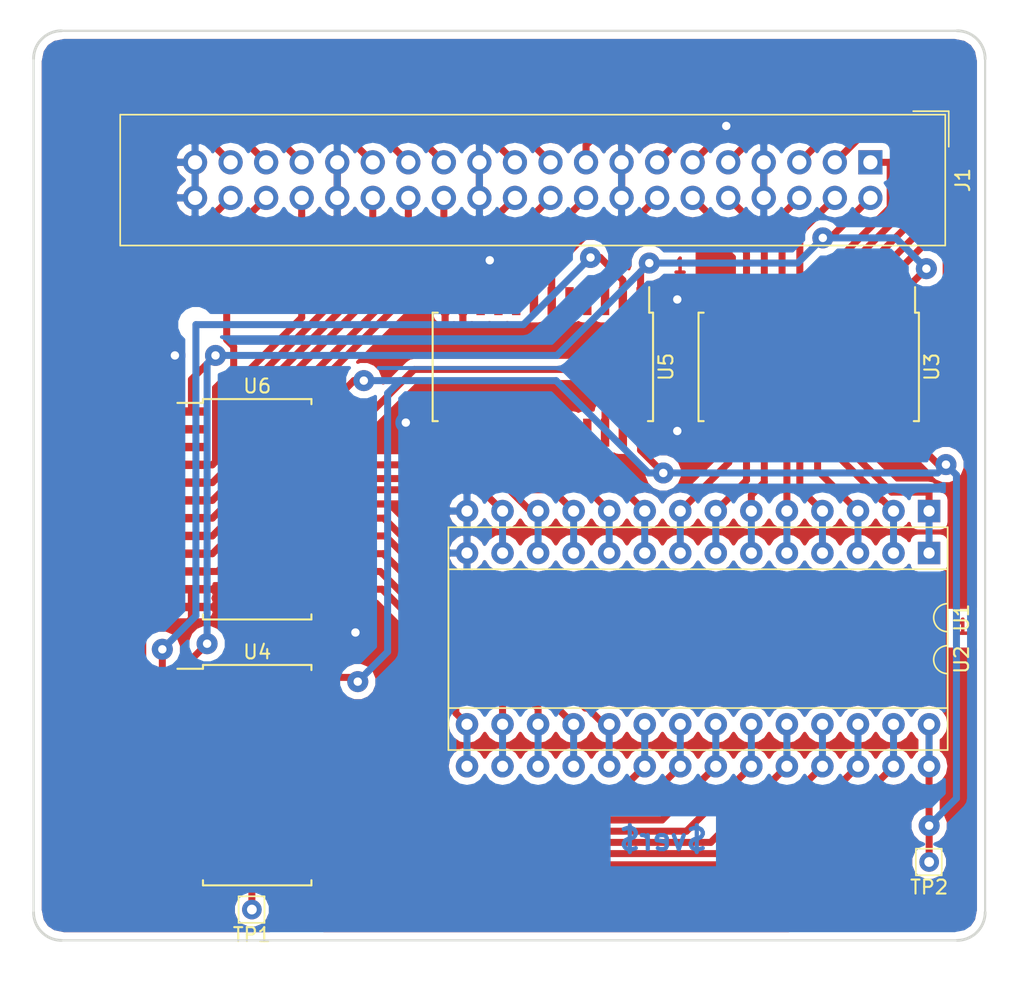
<source format=kicad_pcb>
(kicad_pcb (version 20170922) (host pcbnew "(2017-11-06 revision 3045509)-HEAD")

  (general
    (thickness 1.6)
    (drawings 22)
    (tracks 448)
    (zones 0)
    (modules 9)
    (nets 75)
  )

  (page A4)
  (layers
    (0 F.Cu signal)
    (31 B.Cu signal)
    (32 B.Adhes user)
    (33 F.Adhes user)
    (34 B.Paste user)
    (35 F.Paste user)
    (36 B.SilkS user)
    (37 F.SilkS user)
    (38 B.Mask user)
    (39 F.Mask user)
    (40 Dwgs.User user)
    (41 Cmts.User user)
    (42 Eco1.User user)
    (43 Eco2.User user)
    (44 Edge.Cuts user)
    (45 Margin user)
    (46 B.CrtYd user)
    (47 F.CrtYd user)
    (48 B.Fab user)
    (49 F.Fab user)
  )

  (setup
    (last_trace_width 0.5)
    (trace_clearance 0.3)
    (zone_clearance 0.508)
    (zone_45_only no)
    (trace_min 0.2)
    (segment_width 0.2)
    (edge_width 0.15)
    (via_size 1.5)
    (via_drill 0.6)
    (via_min_size 0.4)
    (via_min_drill 0.3)
    (uvia_size 0.3)
    (uvia_drill 0.1)
    (uvias_allowed no)
    (uvia_min_size 0.2)
    (uvia_min_drill 0.1)
    (pcb_text_width 0.3)
    (pcb_text_size 1.5 1.5)
    (mod_edge_width 0.15)
    (mod_text_size 1 1)
    (mod_text_width 0.15)
    (pad_size 1.524 1.524)
    (pad_drill 0.762)
    (pad_to_mask_clearance 0.2)
    (aux_axis_origin 0 0)
    (visible_elements FFFFFF7F)
    (pcbplotparams
      (layerselection 0x010fc_ffffffff)
      (usegerberextensions false)
      (usegerberattributes true)
      (usegerberadvancedattributes true)
      (creategerberjobfile true)
      (excludeedgelayer true)
      (linewidth 0.100000)
      (plotframeref false)
      (viasonmask false)
      (mode 1)
      (useauxorigin false)
      (hpglpennumber 1)
      (hpglpenspeed 20)
      (hpglpendiameter 15)
      (psnegative false)
      (psa4output false)
      (plotreference true)
      (plotvalue true)
      (plotinvisibletext false)
      (padsonsilk false)
      (subtractmaskfromsilk false)
      (outputformat 1)
      (mirror false)
      (drillshape 1)
      (scaleselection 1)
      (outputdirectory ""))
  )

  (net 0 "")
  (net 1 /a14)
  (net 2 /d3)
  (net 3 /a12)
  (net 4 /d4)
  (net 5 /a7)
  (net 6 /d5)
  (net 7 /a6)
  (net 8 /d6)
  (net 9 /a5)
  (net 10 /d7)
  (net 11 /a4)
  (net 12 /~ce)
  (net 13 /a3)
  (net 14 /a10)
  (net 15 /a2)
  (net 16 /~oe)
  (net 17 /a1)
  (net 18 /a11)
  (net 19 /a0)
  (net 20 /a9)
  (net 21 /d0)
  (net 22 /a8)
  (net 23 /d1)
  (net 24 /a13)
  (net 25 /d2)
  (net 26 /~w)
  (net 27 GND)
  (net 28 +5V)
  (net 29 "Net-(U3-Pad23)")
  (net 30 +3V3)
  (net 31 "Net-(U4-Pad23)")
  (net 32 "Net-(U5-Pad8)")
  (net 33 "Net-(U5-Pad9)")
  (net 34 "Net-(U5-Pad10)")
  (net 35 "Net-(U5-Pad14)")
  (net 36 "Net-(U5-Pad15)")
  (net 37 "Net-(U5-Pad16)")
  (net 38 "Net-(U5-Pad23)")
  (net 39 "Net-(U6-Pad23)")
  (net 40 /t/~r_trans)
  (net 41 /~oe_trans)
  (net 42 /a14_33)
  (net 43 /a12_33)
  (net 44 /a7_33)
  (net 45 /a6_33)
  (net 46 /a5_33)
  (net 47 /a4_33)
  (net 48 /a3_33)
  (net 49 /a2_33)
  (net 50 /a1_33)
  (net 51 /d0_33)
  (net 52 /d1_33)
  (net 53 /d2_33)
  (net 54 /d7_33)
  (net 55 /d6_33)
  (net 56 /d5_33)
  (net 57 /d4_33)
  (net 58 /d3_33)
  (net 59 /~eo_33)
  (net 60 /a10_33)
  (net 61 /~ce_33)
  (net 62 /~w_33)
  (net 63 /a13_33)
  (net 64 /a8_33)
  (net 65 /a9_33)
  (net 66 /a11_33)
  (net 67 /a0_33)
  (net 68 "Net-(U5-Pad3)")
  (net 69 "Net-(U5-Pad4)")
  (net 70 "Net-(U5-Pad5)")
  (net 71 "Net-(U5-Pad19)")
  (net 72 "Net-(U5-Pad20)")
  (net 73 "Net-(U5-Pad21)")
  (net 74 /t/~r_trans_data)

  (net_class Default "This is the default net class."
    (clearance 0.3)
    (trace_width 0.5)
    (via_dia 1.5)
    (via_drill 0.6)
    (uvia_dia 0.3)
    (uvia_drill 0.1)
    (add_net +3V3)
    (add_net +5V)
    (add_net /a0)
    (add_net /a0_33)
    (add_net /a1)
    (add_net /a10)
    (add_net /a10_33)
    (add_net /a11)
    (add_net /a11_33)
    (add_net /a12)
    (add_net /a12_33)
    (add_net /a13)
    (add_net /a13_33)
    (add_net /a14)
    (add_net /a14_33)
    (add_net /a1_33)
    (add_net /a2)
    (add_net /a2_33)
    (add_net /a3)
    (add_net /a3_33)
    (add_net /a4)
    (add_net /a4_33)
    (add_net /a5)
    (add_net /a5_33)
    (add_net /a6)
    (add_net /a6_33)
    (add_net /a7)
    (add_net /a7_33)
    (add_net /a8)
    (add_net /a8_33)
    (add_net /a9)
    (add_net /a9_33)
    (add_net /d0)
    (add_net /d0_33)
    (add_net /d1)
    (add_net /d1_33)
    (add_net /d2)
    (add_net /d2_33)
    (add_net /d3)
    (add_net /d3_33)
    (add_net /d4)
    (add_net /d4_33)
    (add_net /d5)
    (add_net /d5_33)
    (add_net /d6)
    (add_net /d6_33)
    (add_net /d7)
    (add_net /d7_33)
    (add_net /t/~r_trans)
    (add_net /t/~r_trans_data)
    (add_net /~ce)
    (add_net /~ce_33)
    (add_net /~eo_33)
    (add_net /~oe)
    (add_net /~oe_trans)
    (add_net /~w)
    (add_net /~w_33)
    (add_net GND)
    (add_net "Net-(U3-Pad23)")
    (add_net "Net-(U4-Pad23)")
    (add_net "Net-(U5-Pad10)")
    (add_net "Net-(U5-Pad14)")
    (add_net "Net-(U5-Pad15)")
    (add_net "Net-(U5-Pad16)")
    (add_net "Net-(U5-Pad19)")
    (add_net "Net-(U5-Pad20)")
    (add_net "Net-(U5-Pad21)")
    (add_net "Net-(U5-Pad23)")
    (add_net "Net-(U5-Pad3)")
    (add_net "Net-(U5-Pad4)")
    (add_net "Net-(U5-Pad5)")
    (add_net "Net-(U5-Pad8)")
    (add_net "Net-(U5-Pad9)")
    (add_net "Net-(U6-Pad23)")
  )

  (module Package_SO:SOIC-24W_7.5x15.4mm_P1.27mm (layer F.Cu) (tedit 5A02F2D3) (tstamp 5BBE53C8)
    (at 162.393283 85.219805 270)
    (descr "24-Lead Plastic Small Outline (SO) - Wide, 7.50 mm Body [SOIC] (see Microchip Packaging Specification 00000049BS.pdf)")
    (tags "SOIC 1.27")
    (path /5B916F1D)
    (attr smd)
    (fp_text reference U5 (at 0 -8.8 270) (layer F.SilkS)
      (effects (font (size 1 1) (thickness 0.15)))
    )
    (fp_text value MC74LVXC3245 (at 0 8.8 270) (layer F.Fab)
      (effects (font (size 1 1) (thickness 0.15)))
    )
    (fp_text user %R (at 0 0 270) (layer F.Fab)
      (effects (font (size 1 1) (thickness 0.15)))
    )
    (fp_line (start -2.75 -7.7) (end 3.75 -7.7) (layer F.Fab) (width 0.15))
    (fp_line (start 3.75 -7.7) (end 3.75 7.7) (layer F.Fab) (width 0.15))
    (fp_line (start 3.75 7.7) (end -3.75 7.7) (layer F.Fab) (width 0.15))
    (fp_line (start -3.75 7.7) (end -3.75 -6.7) (layer F.Fab) (width 0.15))
    (fp_line (start -3.75 -6.7) (end -2.75 -7.7) (layer F.Fab) (width 0.15))
    (fp_line (start -5.95 -8.05) (end -5.95 8.05) (layer F.CrtYd) (width 0.05))
    (fp_line (start 5.95 -8.05) (end 5.95 8.05) (layer F.CrtYd) (width 0.05))
    (fp_line (start -5.95 -8.05) (end 5.95 -8.05) (layer F.CrtYd) (width 0.05))
    (fp_line (start -5.95 8.05) (end 5.95 8.05) (layer F.CrtYd) (width 0.05))
    (fp_line (start -3.875 -7.875) (end -3.875 -7.6) (layer F.SilkS) (width 0.15))
    (fp_line (start 3.875 -7.875) (end 3.875 -7.51) (layer F.SilkS) (width 0.15))
    (fp_line (start 3.875 7.875) (end 3.875 7.51) (layer F.SilkS) (width 0.15))
    (fp_line (start -3.875 7.875) (end -3.875 7.51) (layer F.SilkS) (width 0.15))
    (fp_line (start -3.875 -7.875) (end 3.875 -7.875) (layer F.SilkS) (width 0.15))
    (fp_line (start -3.875 7.875) (end 3.875 7.875) (layer F.SilkS) (width 0.15))
    (fp_line (start -3.875 -7.6) (end -5.7 -7.6) (layer F.SilkS) (width 0.15))
    (pad 1 smd rect (at -4.7 -6.985 270) (size 2 0.6) (layers F.Cu F.Paste F.Mask)
      (net 30 +3V3))
    (pad 2 smd rect (at -4.7 -5.715 270) (size 2 0.6) (layers F.Cu F.Paste F.Mask)
      (net 40 /t/~r_trans))
    (pad 3 smd rect (at -4.7 -4.445 270) (size 2 0.6) (layers F.Cu F.Paste F.Mask)
      (net 68 "Net-(U5-Pad3)"))
    (pad 4 smd rect (at -4.7 -3.175 270) (size 2 0.6) (layers F.Cu F.Paste F.Mask)
      (net 69 "Net-(U5-Pad4)"))
    (pad 5 smd rect (at -4.7 -1.905 270) (size 2 0.6) (layers F.Cu F.Paste F.Mask)
      (net 70 "Net-(U5-Pad5)"))
    (pad 6 smd rect (at -4.7 -0.635 270) (size 2 0.6) (layers F.Cu F.Paste F.Mask)
      (net 50 /a1_33))
    (pad 7 smd rect (at -4.7 0.635 270) (size 2 0.6) (layers F.Cu F.Paste F.Mask)
      (net 67 /a0_33))
    (pad 8 smd rect (at -4.7 1.905 270) (size 2 0.6) (layers F.Cu F.Paste F.Mask)
      (net 32 "Net-(U5-Pad8)"))
    (pad 9 smd rect (at -4.7 3.175 270) (size 2 0.6) (layers F.Cu F.Paste F.Mask)
      (net 33 "Net-(U5-Pad9)"))
    (pad 10 smd rect (at -4.7 4.445 270) (size 2 0.6) (layers F.Cu F.Paste F.Mask)
      (net 34 "Net-(U5-Pad10)"))
    (pad 11 smd rect (at -4.7 5.715 270) (size 2 0.6) (layers F.Cu F.Paste F.Mask)
      (net 27 GND))
    (pad 12 smd rect (at -4.7 6.985 270) (size 2 0.6) (layers F.Cu F.Paste F.Mask)
      (net 27 GND))
    (pad 13 smd rect (at 4.7 6.985 270) (size 2 0.6) (layers F.Cu F.Paste F.Mask)
      (net 27 GND))
    (pad 14 smd rect (at 4.7 5.715 270) (size 2 0.6) (layers F.Cu F.Paste F.Mask)
      (net 35 "Net-(U5-Pad14)"))
    (pad 15 smd rect (at 4.7 4.445 270) (size 2 0.6) (layers F.Cu F.Paste F.Mask)
      (net 36 "Net-(U5-Pad15)"))
    (pad 16 smd rect (at 4.7 3.175 270) (size 2 0.6) (layers F.Cu F.Paste F.Mask)
      (net 37 "Net-(U5-Pad16)"))
    (pad 17 smd rect (at 4.7 1.905 270) (size 2 0.6) (layers F.Cu F.Paste F.Mask)
      (net 19 /a0))
    (pad 18 smd rect (at 4.7 0.635 270) (size 2 0.6) (layers F.Cu F.Paste F.Mask)
      (net 17 /a1))
    (pad 19 smd rect (at 4.7 -0.635 270) (size 2 0.6) (layers F.Cu F.Paste F.Mask)
      (net 71 "Net-(U5-Pad19)"))
    (pad 20 smd rect (at 4.7 -1.905 270) (size 2 0.6) (layers F.Cu F.Paste F.Mask)
      (net 72 "Net-(U5-Pad20)"))
    (pad 21 smd rect (at 4.7 -3.175 270) (size 2 0.6) (layers F.Cu F.Paste F.Mask)
      (net 73 "Net-(U5-Pad21)"))
    (pad 22 smd rect (at 4.7 -4.445 270) (size 2 0.6) (layers F.Cu F.Paste F.Mask)
      (net 41 /~oe_trans))
    (pad 23 smd rect (at 4.7 -5.715 270) (size 2 0.6) (layers F.Cu F.Paste F.Mask)
      (net 38 "Net-(U5-Pad23)"))
    (pad 24 smd rect (at 4.7 -6.985 270) (size 2 0.6) (layers F.Cu F.Paste F.Mask)
      (net 28 +5V))
    (model ${KISYS3DMOD}/Package_SO.3dshapes/SOIC-24W_7.5x15.4mm_P1.27mm.wrl
      (at (xyz 0 0 0))
      (scale (xyz 1 1 1))
      (rotate (xyz 0 0 0))
    )
  )

  (module Package_SO:SOIC-24W_7.5x15.4mm_P1.27mm (layer F.Cu) (tedit 5B9237CD) (tstamp 5BBE59D4)
    (at 141.980195 95.393283)
    (descr "24-Lead Plastic Small Outline (SO) - Wide, 7.50 mm Body [SOIC] (see Microchip Packaging Specification 00000049BS.pdf)")
    (tags "SOIC 1.27")
    (path /5B9179C8)
    (attr smd)
    (fp_text reference U6 (at 0 -8.8) (layer F.SilkS)
      (effects (font (size 1 1) (thickness 0.15)))
    )
    (fp_text value MC74LVXC3245 (at 0 8.8) (layer F.Fab)
      (effects (font (size 1 1) (thickness 0.15)))
    )
    (fp_text user %R (at 0 0) (layer F.Fab)
      (effects (font (size 1 1) (thickness 0.15)))
    )
    (fp_line (start -2.75 -7.7) (end 3.75 -7.7) (layer F.Fab) (width 0.15))
    (fp_line (start 3.75 -7.7) (end 3.75 7.7) (layer F.Fab) (width 0.15))
    (fp_line (start 3.75 7.7) (end -3.75 7.7) (layer F.Fab) (width 0.15))
    (fp_line (start -3.75 7.7) (end -3.75 -6.7) (layer F.Fab) (width 0.15))
    (fp_line (start -3.75 -6.7) (end -2.75 -7.7) (layer F.Fab) (width 0.15))
    (fp_line (start -5.95 -8.05) (end -5.95 8.05) (layer F.CrtYd) (width 0.05))
    (fp_line (start 5.95 -8.05) (end 5.95 8.05) (layer F.CrtYd) (width 0.05))
    (fp_line (start -5.95 -8.05) (end 5.95 -8.05) (layer F.CrtYd) (width 0.05))
    (fp_line (start -5.95 8.05) (end 5.95 8.05) (layer F.CrtYd) (width 0.05))
    (fp_line (start -3.875 -7.875) (end -3.875 -7.6) (layer F.SilkS) (width 0.15))
    (fp_line (start 3.875 -7.875) (end 3.875 -7.51) (layer F.SilkS) (width 0.15))
    (fp_line (start 3.875 7.875) (end 3.875 7.51) (layer F.SilkS) (width 0.15))
    (fp_line (start -3.875 7.875) (end -3.875 7.51) (layer F.SilkS) (width 0.15))
    (fp_line (start -3.875 -7.875) (end 3.875 -7.875) (layer F.SilkS) (width 0.15))
    (fp_line (start -3.875 7.875) (end 3.875 7.875) (layer F.SilkS) (width 0.15))
    (fp_line (start -3.875 -7.6) (end -5.7 -7.6) (layer F.SilkS) (width 0.15))
    (pad 1 smd rect (at -4.7 -6.985) (size 2 0.6) (layers F.Cu F.Paste F.Mask)
      (net 30 +3V3))
    (pad 2 smd rect (at -4.7 -5.715) (size 2 0.6) (layers F.Cu F.Paste F.Mask)
      (net 74 /t/~r_trans_data))
    (pad 3 smd rect (at -4.7 -4.445) (size 2 0.6) (layers F.Cu F.Paste F.Mask)
      (net 51 /d0_33))
    (pad 4 smd rect (at -4.7 -3.175) (size 2 0.6) (layers F.Cu F.Paste F.Mask)
      (net 52 /d1_33))
    (pad 5 smd rect (at -4.7 -1.905) (size 2 0.6) (layers F.Cu F.Paste F.Mask)
      (net 53 /d2_33))
    (pad 6 smd rect (at -4.7 -0.635) (size 2 0.6) (layers F.Cu F.Paste F.Mask)
      (net 54 /d7_33))
    (pad 7 smd rect (at -4.7 0.635) (size 2 0.6) (layers F.Cu F.Paste F.Mask)
      (net 55 /d6_33))
    (pad 8 smd rect (at -4.7 1.905) (size 2 0.6) (layers F.Cu F.Paste F.Mask)
      (net 56 /d5_33))
    (pad 9 smd rect (at -4.7 3.175) (size 2 0.6) (layers F.Cu F.Paste F.Mask)
      (net 57 /d4_33))
    (pad 10 smd rect (at -4.7 4.445) (size 2 0.6) (layers F.Cu F.Paste F.Mask)
      (net 58 /d3_33))
    (pad 11 smd rect (at -4.7 5.715) (size 2 0.6) (layers F.Cu F.Paste F.Mask)
      (net 27 GND))
    (pad 12 smd rect (at -4.7 6.985) (size 2 0.6) (layers F.Cu F.Paste F.Mask)
      (net 27 GND))
    (pad 13 smd rect (at 4.7 6.985) (size 2 0.6) (layers F.Cu F.Paste F.Mask)
      (net 27 GND))
    (pad 14 smd rect (at 4.7 5.715) (size 2 0.6) (layers F.Cu F.Paste F.Mask)
      (net 2 /d3))
    (pad 15 smd rect (at 4.7 4.445) (size 2 0.6) (layers F.Cu F.Paste F.Mask)
      (net 4 /d4))
    (pad 16 smd rect (at 4.7 3.175) (size 2 0.6) (layers F.Cu F.Paste F.Mask)
      (net 6 /d5))
    (pad 17 smd rect (at 4.7 1.905) (size 2 0.6) (layers F.Cu F.Paste F.Mask)
      (net 8 /d6))
    (pad 18 smd rect (at 4.7 0.635) (size 2 0.6) (layers F.Cu F.Paste F.Mask)
      (net 10 /d7))
    (pad 19 smd rect (at 4.7 -0.635) (size 2 0.6) (layers F.Cu F.Paste F.Mask)
      (net 25 /d2))
    (pad 20 smd rect (at 4.7 -1.905) (size 2 0.6) (layers F.Cu F.Paste F.Mask)
      (net 23 /d1))
    (pad 21 smd rect (at 4.7 -3.175) (size 2 0.6) (layers F.Cu F.Paste F.Mask)
      (net 21 /d0))
    (pad 22 smd rect (at 4.7 -4.445) (size 2 0.6) (layers F.Cu F.Paste F.Mask)
      (net 41 /~oe_trans))
    (pad 23 smd rect (at 4.7 -5.715) (size 2 0.6) (layers F.Cu F.Paste F.Mask)
      (net 39 "Net-(U6-Pad23)"))
    (pad 24 smd rect (at 4.7 -6.985) (size 2 0.6) (layers F.Cu F.Paste F.Mask)
      (net 28 +5V))
    (model ${KISYS3DMOD}/Package_SO.3dshapes/SOIC-24W_7.5x15.4mm_P1.27mm.wrl
      (at (xyz 0 0 0))
      (scale (xyz 1 1 1))
      (rotate (xyz 0 0 0))
    )
  )

  (module Package_DIP:DIP-28_W15.24mm (layer F.Cu) (tedit 5A02E8C5) (tstamp 5BA86BFE)
    (at 189.993283 95.519805 270)
    (descr "28-lead though-hole mounted DIP package, row spacing 15.24 mm (600 mils)")
    (tags "THT DIP DIL PDIP 2.54mm 15.24mm 600mil")
    (path /5B915EE2)
    (fp_text reference U1 (at 7.62 -2.33 270) (layer F.SilkS)
      (effects (font (size 1 1) (thickness 0.15)))
    )
    (fp_text value 27128 (at 7.62 35.35 270) (layer F.Fab)
      (effects (font (size 1 1) (thickness 0.15)))
    )
    (fp_arc (start 7.62 -1.33) (end 6.62 -1.33) (angle -180) (layer F.SilkS) (width 0.12))
    (fp_line (start 1.255 -1.27) (end 14.985 -1.27) (layer F.Fab) (width 0.1))
    (fp_line (start 14.985 -1.27) (end 14.985 34.29) (layer F.Fab) (width 0.1))
    (fp_line (start 14.985 34.29) (end 0.255 34.29) (layer F.Fab) (width 0.1))
    (fp_line (start 0.255 34.29) (end 0.255 -0.27) (layer F.Fab) (width 0.1))
    (fp_line (start 0.255 -0.27) (end 1.255 -1.27) (layer F.Fab) (width 0.1))
    (fp_line (start 6.62 -1.33) (end 1.16 -1.33) (layer F.SilkS) (width 0.12))
    (fp_line (start 1.16 -1.33) (end 1.16 34.35) (layer F.SilkS) (width 0.12))
    (fp_line (start 1.16 34.35) (end 14.08 34.35) (layer F.SilkS) (width 0.12))
    (fp_line (start 14.08 34.35) (end 14.08 -1.33) (layer F.SilkS) (width 0.12))
    (fp_line (start 14.08 -1.33) (end 8.62 -1.33) (layer F.SilkS) (width 0.12))
    (fp_line (start -1.05 -1.55) (end -1.05 34.55) (layer F.CrtYd) (width 0.05))
    (fp_line (start -1.05 34.55) (end 16.3 34.55) (layer F.CrtYd) (width 0.05))
    (fp_line (start 16.3 34.55) (end 16.3 -1.55) (layer F.CrtYd) (width 0.05))
    (fp_line (start 16.3 -1.55) (end -1.05 -1.55) (layer F.CrtYd) (width 0.05))
    (fp_text user %R (at 7.62 16.51 270) (layer F.Fab)
      (effects (font (size 1 1) (thickness 0.15)))
    )
    (pad 1 thru_hole rect (at 0 0 270) (size 1.6 1.6) (drill 0.8) (layers *.Cu *.Mask)
      (net 1 /a14))
    (pad 15 thru_hole oval (at 15.24 33.02 270) (size 1.6 1.6) (drill 0.8) (layers *.Cu *.Mask)
      (net 2 /d3))
    (pad 2 thru_hole oval (at 0 2.54 270) (size 1.6 1.6) (drill 0.8) (layers *.Cu *.Mask)
      (net 3 /a12))
    (pad 16 thru_hole oval (at 15.24 30.48 270) (size 1.6 1.6) (drill 0.8) (layers *.Cu *.Mask)
      (net 4 /d4))
    (pad 3 thru_hole oval (at 0 5.08 270) (size 1.6 1.6) (drill 0.8) (layers *.Cu *.Mask)
      (net 5 /a7))
    (pad 17 thru_hole oval (at 15.24 27.94 270) (size 1.6 1.6) (drill 0.8) (layers *.Cu *.Mask)
      (net 6 /d5))
    (pad 4 thru_hole oval (at 0 7.62 270) (size 1.6 1.6) (drill 0.8) (layers *.Cu *.Mask)
      (net 7 /a6))
    (pad 18 thru_hole oval (at 15.24 25.4 270) (size 1.6 1.6) (drill 0.8) (layers *.Cu *.Mask)
      (net 8 /d6))
    (pad 5 thru_hole oval (at 0 10.16 270) (size 1.6 1.6) (drill 0.8) (layers *.Cu *.Mask)
      (net 9 /a5))
    (pad 19 thru_hole oval (at 15.24 22.86 270) (size 1.6 1.6) (drill 0.8) (layers *.Cu *.Mask)
      (net 10 /d7))
    (pad 6 thru_hole oval (at 0 12.7 270) (size 1.6 1.6) (drill 0.8) (layers *.Cu *.Mask)
      (net 11 /a4))
    (pad 20 thru_hole oval (at 15.24 20.32 270) (size 1.6 1.6) (drill 0.8) (layers *.Cu *.Mask)
      (net 12 /~ce))
    (pad 7 thru_hole oval (at 0 15.24 270) (size 1.6 1.6) (drill 0.8) (layers *.Cu *.Mask)
      (net 13 /a3))
    (pad 21 thru_hole oval (at 15.24 17.78 270) (size 1.6 1.6) (drill 0.8) (layers *.Cu *.Mask)
      (net 14 /a10))
    (pad 8 thru_hole oval (at 0 17.78 270) (size 1.6 1.6) (drill 0.8) (layers *.Cu *.Mask)
      (net 15 /a2))
    (pad 22 thru_hole oval (at 15.24 15.24 270) (size 1.6 1.6) (drill 0.8) (layers *.Cu *.Mask)
      (net 16 /~oe))
    (pad 9 thru_hole oval (at 0 20.32 270) (size 1.6 1.6) (drill 0.8) (layers *.Cu *.Mask)
      (net 17 /a1))
    (pad 23 thru_hole oval (at 15.24 12.7 270) (size 1.6 1.6) (drill 0.8) (layers *.Cu *.Mask)
      (net 18 /a11))
    (pad 10 thru_hole oval (at 0 22.86 270) (size 1.6 1.6) (drill 0.8) (layers *.Cu *.Mask)
      (net 19 /a0))
    (pad 24 thru_hole oval (at 15.24 10.16 270) (size 1.6 1.6) (drill 0.8) (layers *.Cu *.Mask)
      (net 20 /a9))
    (pad 11 thru_hole oval (at 0 25.4 270) (size 1.6 1.6) (drill 0.8) (layers *.Cu *.Mask)
      (net 21 /d0))
    (pad 25 thru_hole oval (at 15.24 7.62 270) (size 1.6 1.6) (drill 0.8) (layers *.Cu *.Mask)
      (net 22 /a8))
    (pad 12 thru_hole oval (at 0 27.94 270) (size 1.6 1.6) (drill 0.8) (layers *.Cu *.Mask)
      (net 23 /d1))
    (pad 26 thru_hole oval (at 15.24 5.08 270) (size 1.6 1.6) (drill 0.8) (layers *.Cu *.Mask)
      (net 24 /a13))
    (pad 13 thru_hole oval (at 0 30.48 270) (size 1.6 1.6) (drill 0.8) (layers *.Cu *.Mask)
      (net 25 /d2))
    (pad 27 thru_hole oval (at 15.24 2.54 270) (size 1.6 1.6) (drill 0.8) (layers *.Cu *.Mask)
      (net 26 /~w))
    (pad 14 thru_hole oval (at 0 33.02 270) (size 1.6 1.6) (drill 0.8) (layers *.Cu *.Mask)
      (net 27 GND))
    (pad 28 thru_hole oval (at 15.24 0 270) (size 1.6 1.6) (drill 0.8) (layers *.Cu *.Mask)
      (net 28 +5V))
    (model ${KISYS3DMOD}/Package_DIP.3dshapes/DIP-28_W15.24mm.wrl
      (at (xyz 0 0 0))
      (scale (xyz 1 1 1))
      (rotate (xyz 0 0 0))
    )
  )

  (module Package_DIP:DIP-28_W15.24mm (layer F.Cu) (tedit 5A02E8C5) (tstamp 5BA86C2E)
    (at 189.993283 98.519805 270)
    (descr "28-lead though-hole mounted DIP package, row spacing 15.24 mm (600 mils)")
    (tags "THT DIP DIL PDIP 2.54mm 15.24mm 600mil")
    (path /5B915F47)
    (fp_text reference U2 (at 7.62 -2.33 270) (layer F.SilkS)
      (effects (font (size 1 1) (thickness 0.15)))
    )
    (fp_text value 27128 (at 7.62 35.35 270) (layer F.Fab)
      (effects (font (size 1 1) (thickness 0.15)))
    )
    (fp_text user %R (at 7.5 16.5 270) (layer F.Fab)
      (effects (font (size 1 1) (thickness 0.15)))
    )
    (fp_line (start 16.3 -1.55) (end -1.05 -1.55) (layer F.CrtYd) (width 0.05))
    (fp_line (start 16.3 34.55) (end 16.3 -1.55) (layer F.CrtYd) (width 0.05))
    (fp_line (start -1.05 34.55) (end 16.3 34.55) (layer F.CrtYd) (width 0.05))
    (fp_line (start -1.05 -1.55) (end -1.05 34.55) (layer F.CrtYd) (width 0.05))
    (fp_line (start 14.08 -1.33) (end 8.62 -1.33) (layer F.SilkS) (width 0.12))
    (fp_line (start 14.08 34.35) (end 14.08 -1.33) (layer F.SilkS) (width 0.12))
    (fp_line (start 1.16 34.35) (end 14.08 34.35) (layer F.SilkS) (width 0.12))
    (fp_line (start 1.16 -1.33) (end 1.16 34.35) (layer F.SilkS) (width 0.12))
    (fp_line (start 6.62 -1.33) (end 1.16 -1.33) (layer F.SilkS) (width 0.12))
    (fp_line (start 0.255 -0.27) (end 1.255 -1.27) (layer F.Fab) (width 0.1))
    (fp_line (start 0.255 34.29) (end 0.255 -0.27) (layer F.Fab) (width 0.1))
    (fp_line (start 14.985 34.29) (end 0.255 34.29) (layer F.Fab) (width 0.1))
    (fp_line (start 14.985 -1.27) (end 14.985 34.29) (layer F.Fab) (width 0.1))
    (fp_line (start 1.255 -1.27) (end 14.985 -1.27) (layer F.Fab) (width 0.1))
    (fp_arc (start 7.62 -1.33) (end 6.62 -1.33) (angle -180) (layer F.SilkS) (width 0.12))
    (pad 28 thru_hole oval (at 15.24 0 270) (size 1.6 1.6) (drill 0.8) (layers *.Cu *.Mask)
      (net 28 +5V))
    (pad 14 thru_hole oval (at 0 33.02 270) (size 1.6 1.6) (drill 0.8) (layers *.Cu *.Mask)
      (net 27 GND))
    (pad 27 thru_hole oval (at 15.24 2.54 270) (size 1.6 1.6) (drill 0.8) (layers *.Cu *.Mask)
      (net 26 /~w))
    (pad 13 thru_hole oval (at 0 30.48 270) (size 1.6 1.6) (drill 0.8) (layers *.Cu *.Mask)
      (net 25 /d2))
    (pad 26 thru_hole oval (at 15.24 5.08 270) (size 1.6 1.6) (drill 0.8) (layers *.Cu *.Mask)
      (net 24 /a13))
    (pad 12 thru_hole oval (at 0 27.94 270) (size 1.6 1.6) (drill 0.8) (layers *.Cu *.Mask)
      (net 23 /d1))
    (pad 25 thru_hole oval (at 15.24 7.62 270) (size 1.6 1.6) (drill 0.8) (layers *.Cu *.Mask)
      (net 22 /a8))
    (pad 11 thru_hole oval (at 0 25.4 270) (size 1.6 1.6) (drill 0.8) (layers *.Cu *.Mask)
      (net 21 /d0))
    (pad 24 thru_hole oval (at 15.24 10.16 270) (size 1.6 1.6) (drill 0.8) (layers *.Cu *.Mask)
      (net 20 /a9))
    (pad 10 thru_hole oval (at 0 22.86 270) (size 1.6 1.6) (drill 0.8) (layers *.Cu *.Mask)
      (net 19 /a0))
    (pad 23 thru_hole oval (at 15.24 12.7 270) (size 1.6 1.6) (drill 0.8) (layers *.Cu *.Mask)
      (net 18 /a11))
    (pad 9 thru_hole oval (at 0 20.32 270) (size 1.6 1.6) (drill 0.8) (layers *.Cu *.Mask)
      (net 17 /a1))
    (pad 22 thru_hole oval (at 15.24 15.24 270) (size 1.6 1.6) (drill 0.8) (layers *.Cu *.Mask)
      (net 16 /~oe))
    (pad 8 thru_hole oval (at 0 17.78 270) (size 1.6 1.6) (drill 0.8) (layers *.Cu *.Mask)
      (net 15 /a2))
    (pad 21 thru_hole oval (at 15.24 17.78 270) (size 1.6 1.6) (drill 0.8) (layers *.Cu *.Mask)
      (net 14 /a10))
    (pad 7 thru_hole oval (at 0 15.24 270) (size 1.6 1.6) (drill 0.8) (layers *.Cu *.Mask)
      (net 13 /a3))
    (pad 20 thru_hole oval (at 15.24 20.32 270) (size 1.6 1.6) (drill 0.8) (layers *.Cu *.Mask)
      (net 12 /~ce))
    (pad 6 thru_hole oval (at 0 12.7 270) (size 1.6 1.6) (drill 0.8) (layers *.Cu *.Mask)
      (net 11 /a4))
    (pad 19 thru_hole oval (at 15.24 22.86 270) (size 1.6 1.6) (drill 0.8) (layers *.Cu *.Mask)
      (net 10 /d7))
    (pad 5 thru_hole oval (at 0 10.16 270) (size 1.6 1.6) (drill 0.8) (layers *.Cu *.Mask)
      (net 9 /a5))
    (pad 18 thru_hole oval (at 15.24 25.4 270) (size 1.6 1.6) (drill 0.8) (layers *.Cu *.Mask)
      (net 8 /d6))
    (pad 4 thru_hole oval (at 0 7.62 270) (size 1.6 1.6) (drill 0.8) (layers *.Cu *.Mask)
      (net 7 /a6))
    (pad 17 thru_hole oval (at 15.24 27.94 270) (size 1.6 1.6) (drill 0.8) (layers *.Cu *.Mask)
      (net 6 /d5))
    (pad 3 thru_hole oval (at 0 5.08 270) (size 1.6 1.6) (drill 0.8) (layers *.Cu *.Mask)
      (net 5 /a7))
    (pad 16 thru_hole oval (at 15.24 30.48 270) (size 1.6 1.6) (drill 0.8) (layers *.Cu *.Mask)
      (net 4 /d4))
    (pad 2 thru_hole oval (at 0 2.54 270) (size 1.6 1.6) (drill 0.8) (layers *.Cu *.Mask)
      (net 3 /a12))
    (pad 15 thru_hole oval (at 15.24 33.02 270) (size 1.6 1.6) (drill 0.8) (layers *.Cu *.Mask)
      (net 2 /d3))
    (pad 1 thru_hole rect (at 0 0 270) (size 1.6 1.6) (drill 0.8) (layers *.Cu *.Mask)
      (net 1 /a14))
    (model ${KISYS3DMOD}/Package_DIP.3dshapes/DIP-28_W15.24mm.wrl
      (at (xyz 0 0 0))
      (scale (xyz 1 1 1))
      (rotate (xyz 0 0 0))
    )
  )

  (module Connector_IDC:IDC-Header_2x20_P2.54mm_Vertical (layer F.Cu) (tedit 59DE12BE) (tstamp 5BBE5341)
    (at 185.8 70.6 270)
    (descr "Through hole straight IDC box header, 2x20, 2.54mm pitch, double rows")
    (tags "Through hole IDC box header THT 2x20 2.54mm double row")
    (path /5B916095)
    (fp_text reference J1 (at 1.27 -6.604 270) (layer F.SilkS)
      (effects (font (size 1 1) (thickness 0.15)))
    )
    (fp_text value Conn_02x20_Odd_Even (at 1.27 54.864 270) (layer F.Fab)
      (effects (font (size 1 1) (thickness 0.15)))
    )
    (fp_text user %R (at 1.27 24.13 270) (layer F.Fab)
      (effects (font (size 1 1) (thickness 0.15)))
    )
    (fp_line (start 5.695 -5.1) (end 5.695 53.36) (layer F.Fab) (width 0.1))
    (fp_line (start 5.145 -4.56) (end 5.145 52.8) (layer F.Fab) (width 0.1))
    (fp_line (start -3.155 -5.1) (end -3.155 53.36) (layer F.Fab) (width 0.1))
    (fp_line (start -2.605 -4.56) (end -2.605 21.88) (layer F.Fab) (width 0.1))
    (fp_line (start -2.605 26.38) (end -2.605 52.8) (layer F.Fab) (width 0.1))
    (fp_line (start -2.605 21.88) (end -3.155 21.88) (layer F.Fab) (width 0.1))
    (fp_line (start -2.605 26.38) (end -3.155 26.38) (layer F.Fab) (width 0.1))
    (fp_line (start 5.695 -5.1) (end -3.155 -5.1) (layer F.Fab) (width 0.1))
    (fp_line (start 5.145 -4.56) (end -2.605 -4.56) (layer F.Fab) (width 0.1))
    (fp_line (start 5.695 53.36) (end -3.155 53.36) (layer F.Fab) (width 0.1))
    (fp_line (start 5.145 52.8) (end -2.605 52.8) (layer F.Fab) (width 0.1))
    (fp_line (start 5.695 -5.1) (end 5.145 -4.56) (layer F.Fab) (width 0.1))
    (fp_line (start 5.695 53.36) (end 5.145 52.8) (layer F.Fab) (width 0.1))
    (fp_line (start -3.155 -5.1) (end -2.605 -4.56) (layer F.Fab) (width 0.1))
    (fp_line (start -3.155 53.36) (end -2.605 52.8) (layer F.Fab) (width 0.1))
    (fp_line (start 5.95 -5.35) (end 5.95 53.61) (layer F.CrtYd) (width 0.05))
    (fp_line (start 5.95 53.61) (end -3.41 53.61) (layer F.CrtYd) (width 0.05))
    (fp_line (start -3.41 53.61) (end -3.41 -5.35) (layer F.CrtYd) (width 0.05))
    (fp_line (start -3.41 -5.35) (end 5.95 -5.35) (layer F.CrtYd) (width 0.05))
    (fp_line (start 5.945 -5.35) (end 5.945 53.61) (layer F.SilkS) (width 0.12))
    (fp_line (start 5.945 53.61) (end -3.405 53.61) (layer F.SilkS) (width 0.12))
    (fp_line (start -3.405 53.61) (end -3.405 -5.35) (layer F.SilkS) (width 0.12))
    (fp_line (start -3.405 -5.35) (end 5.945 -5.35) (layer F.SilkS) (width 0.12))
    (fp_line (start -3.655 -5.6) (end -3.655 -3.06) (layer F.SilkS) (width 0.12))
    (fp_line (start -3.655 -5.6) (end -1.115 -5.6) (layer F.SilkS) (width 0.12))
    (pad 1 thru_hole rect (at 0 0 270) (size 1.7272 1.7272) (drill 1.016) (layers *.Cu *.Mask)
      (net 45 /a6_33))
    (pad 2 thru_hole oval (at 2.54 0 270) (size 1.7272 1.7272) (drill 1.016) (layers *.Cu *.Mask)
      (net 30 +3V3))
    (pad 3 thru_hole oval (at 0 2.54 270) (size 1.7272 1.7272) (drill 1.016) (layers *.Cu *.Mask)
      (net 44 /a7_33))
    (pad 4 thru_hole oval (at 2.54 2.54 270) (size 1.7272 1.7272) (drill 1.016) (layers *.Cu *.Mask)
      (net 46 /a5_33))
    (pad 5 thru_hole oval (at 0 5.08 270) (size 1.7272 1.7272) (drill 1.016) (layers *.Cu *.Mask)
      (net 43 /a12_33))
    (pad 6 thru_hole oval (at 2.54 5.08 270) (size 1.7272 1.7272) (drill 1.016) (layers *.Cu *.Mask)
      (net 47 /a4_33))
    (pad 7 thru_hole oval (at 0 7.62 270) (size 1.7272 1.7272) (drill 1.016) (layers *.Cu *.Mask)
      (net 27 GND))
    (pad 8 thru_hole oval (at 2.54 7.62 270) (size 1.7272 1.7272) (drill 1.016) (layers *.Cu *.Mask)
      (net 27 GND))
    (pad 9 thru_hole oval (at 0 10.16 270) (size 1.7272 1.7272) (drill 1.016) (layers *.Cu *.Mask)
      (net 42 /a14_33))
    (pad 10 thru_hole oval (at 2.54 10.16 270) (size 1.7272 1.7272) (drill 1.016) (layers *.Cu *.Mask)
      (net 48 /a3_33))
    (pad 11 thru_hole oval (at 0 12.7 270) (size 1.7272 1.7272) (drill 1.016) (layers *.Cu *.Mask)
      (net 74 /t/~r_trans_data))
    (pad 12 thru_hole oval (at 2.54 12.7 270) (size 1.7272 1.7272) (drill 1.016) (layers *.Cu *.Mask)
      (net 49 /a2_33))
    (pad 13 thru_hole oval (at 0 15.24 270) (size 1.7272 1.7272) (drill 1.016) (layers *.Cu *.Mask)
      (net 40 /t/~r_trans))
    (pad 14 thru_hole oval (at 2.54 15.24 270) (size 1.7272 1.7272) (drill 1.016) (layers *.Cu *.Mask)
      (net 50 /a1_33))
    (pad 15 thru_hole oval (at 0 17.78 270) (size 1.7272 1.7272) (drill 1.016) (layers *.Cu *.Mask)
      (net 27 GND))
    (pad 16 thru_hole oval (at 2.54 17.78 270) (size 1.7272 1.7272) (drill 1.016) (layers *.Cu *.Mask)
      (net 27 GND))
    (pad 17 thru_hole oval (at 0 20.32 270) (size 1.7272 1.7272) (drill 1.016) (layers *.Cu *.Mask)
      (net 41 /~oe_trans))
    (pad 18 thru_hole oval (at 2.54 20.32 270) (size 1.7272 1.7272) (drill 1.016) (layers *.Cu *.Mask)
      (net 67 /a0_33))
    (pad 19 thru_hole oval (at 0 22.86 270) (size 1.7272 1.7272) (drill 1.016) (layers *.Cu *.Mask)
      (net 62 /~w_33))
    (pad 20 thru_hole oval (at 2.54 22.86 270) (size 1.7272 1.7272) (drill 1.016) (layers *.Cu *.Mask)
      (net 58 /d3_33))
    (pad 21 thru_hole oval (at 0 25.4 270) (size 1.7272 1.7272) (drill 1.016) (layers *.Cu *.Mask)
      (net 63 /a13_33))
    (pad 22 thru_hole oval (at 2.54 25.4 270) (size 1.7272 1.7272) (drill 1.016) (layers *.Cu *.Mask)
      (net 57 /d4_33))
    (pad 23 thru_hole oval (at 0 27.94 270) (size 1.7272 1.7272) (drill 1.016) (layers *.Cu *.Mask)
      (net 27 GND))
    (pad 24 thru_hole oval (at 2.54 27.94 270) (size 1.7272 1.7272) (drill 1.016) (layers *.Cu *.Mask)
      (net 27 GND))
    (pad 25 thru_hole oval (at 0 30.48 270) (size 1.7272 1.7272) (drill 1.016) (layers *.Cu *.Mask)
      (net 64 /a8_33))
    (pad 26 thru_hole oval (at 2.54 30.48 270) (size 1.7272 1.7272) (drill 1.016) (layers *.Cu *.Mask)
      (net 56 /d5_33))
    (pad 27 thru_hole oval (at 0 33.02 270) (size 1.7272 1.7272) (drill 1.016) (layers *.Cu *.Mask)
      (net 65 /a9_33))
    (pad 28 thru_hole oval (at 2.54 33.02 270) (size 1.7272 1.7272) (drill 1.016) (layers *.Cu *.Mask)
      (net 55 /d6_33))
    (pad 29 thru_hole oval (at 0 35.56 270) (size 1.7272 1.7272) (drill 1.016) (layers *.Cu *.Mask)
      (net 66 /a11_33))
    (pad 30 thru_hole oval (at 2.54 35.56 270) (size 1.7272 1.7272) (drill 1.016) (layers *.Cu *.Mask)
      (net 54 /d7_33))
    (pad 31 thru_hole oval (at 0 38.1 270) (size 1.7272 1.7272) (drill 1.016) (layers *.Cu *.Mask)
      (net 27 GND))
    (pad 32 thru_hole oval (at 2.54 38.1 270) (size 1.7272 1.7272) (drill 1.016) (layers *.Cu *.Mask)
      (net 27 GND))
    (pad 33 thru_hole oval (at 0 40.64 270) (size 1.7272 1.7272) (drill 1.016) (layers *.Cu *.Mask)
      (net 59 /~eo_33))
    (pad 34 thru_hole oval (at 2.54 40.64 270) (size 1.7272 1.7272) (drill 1.016) (layers *.Cu *.Mask)
      (net 53 /d2_33))
    (pad 35 thru_hole oval (at 0 43.18 270) (size 1.7272 1.7272) (drill 1.016) (layers *.Cu *.Mask)
      (net 60 /a10_33))
    (pad 36 thru_hole oval (at 2.54 43.18 270) (size 1.7272 1.7272) (drill 1.016) (layers *.Cu *.Mask)
      (net 52 /d1_33))
    (pad 37 thru_hole oval (at 0 45.72 270) (size 1.7272 1.7272) (drill 1.016) (layers *.Cu *.Mask)
      (net 61 /~ce_33))
    (pad 38 thru_hole oval (at 2.54 45.72 270) (size 1.7272 1.7272) (drill 1.016) (layers *.Cu *.Mask)
      (net 51 /d0_33))
    (pad 39 thru_hole oval (at 0 48.26 270) (size 1.7272 1.7272) (drill 1.016) (layers *.Cu *.Mask)
      (net 27 GND))
    (pad 40 thru_hole oval (at 2.54 48.26 270) (size 1.7272 1.7272) (drill 1.016) (layers *.Cu *.Mask)
      (net 27 GND))
    (model ${KISYS3DMOD}/Connector_IDC.3dshapes/IDC-Header_2x20_P2.54mm_Vertical.wrl
      (at (xyz 0 0 0))
      (scale (xyz 1 1 1))
      (rotate (xyz 0 0 0))
    )
  )

  (module Package_SO:SOIC-24W_7.5x15.4mm_P1.27mm (layer F.Cu) (tedit 5A02F2D3) (tstamp 5BBE536E)
    (at 181.393283 85.219805 270)
    (descr "24-Lead Plastic Small Outline (SO) - Wide, 7.50 mm Body [SOIC] (see Microchip Packaging Specification 00000049BS.pdf)")
    (tags "SOIC 1.27")
    (path /5B916D68)
    (attr smd)
    (fp_text reference U3 (at 0 -8.8 270) (layer F.SilkS)
      (effects (font (size 1 1) (thickness 0.15)))
    )
    (fp_text value MC74LVXC3245 (at 0 8.8 270) (layer F.Fab)
      (effects (font (size 1 1) (thickness 0.15)))
    )
    (fp_text user %R (at 0 0 270) (layer F.Fab)
      (effects (font (size 1 1) (thickness 0.15)))
    )
    (fp_line (start -2.75 -7.7) (end 3.75 -7.7) (layer F.Fab) (width 0.15))
    (fp_line (start 3.75 -7.7) (end 3.75 7.7) (layer F.Fab) (width 0.15))
    (fp_line (start 3.75 7.7) (end -3.75 7.7) (layer F.Fab) (width 0.15))
    (fp_line (start -3.75 7.7) (end -3.75 -6.7) (layer F.Fab) (width 0.15))
    (fp_line (start -3.75 -6.7) (end -2.75 -7.7) (layer F.Fab) (width 0.15))
    (fp_line (start -5.95 -8.05) (end -5.95 8.05) (layer F.CrtYd) (width 0.05))
    (fp_line (start 5.95 -8.05) (end 5.95 8.05) (layer F.CrtYd) (width 0.05))
    (fp_line (start -5.95 -8.05) (end 5.95 -8.05) (layer F.CrtYd) (width 0.05))
    (fp_line (start -5.95 8.05) (end 5.95 8.05) (layer F.CrtYd) (width 0.05))
    (fp_line (start -3.875 -7.875) (end -3.875 -7.6) (layer F.SilkS) (width 0.15))
    (fp_line (start 3.875 -7.875) (end 3.875 -7.51) (layer F.SilkS) (width 0.15))
    (fp_line (start 3.875 7.875) (end 3.875 7.51) (layer F.SilkS) (width 0.15))
    (fp_line (start -3.875 7.875) (end -3.875 7.51) (layer F.SilkS) (width 0.15))
    (fp_line (start -3.875 -7.875) (end 3.875 -7.875) (layer F.SilkS) (width 0.15))
    (fp_line (start -3.875 7.875) (end 3.875 7.875) (layer F.SilkS) (width 0.15))
    (fp_line (start -3.875 -7.6) (end -5.7 -7.6) (layer F.SilkS) (width 0.15))
    (pad 1 smd rect (at -4.7 -6.985 270) (size 2 0.6) (layers F.Cu F.Paste F.Mask)
      (net 30 +3V3))
    (pad 2 smd rect (at -4.7 -5.715 270) (size 2 0.6) (layers F.Cu F.Paste F.Mask)
      (net 40 /t/~r_trans))
    (pad 3 smd rect (at -4.7 -4.445 270) (size 2 0.6) (layers F.Cu F.Paste F.Mask)
      (net 42 /a14_33))
    (pad 4 smd rect (at -4.7 -3.175 270) (size 2 0.6) (layers F.Cu F.Paste F.Mask)
      (net 43 /a12_33))
    (pad 5 smd rect (at -4.7 -1.905 270) (size 2 0.6) (layers F.Cu F.Paste F.Mask)
      (net 44 /a7_33))
    (pad 6 smd rect (at -4.7 -0.635 270) (size 2 0.6) (layers F.Cu F.Paste F.Mask)
      (net 45 /a6_33))
    (pad 7 smd rect (at -4.7 0.635 270) (size 2 0.6) (layers F.Cu F.Paste F.Mask)
      (net 46 /a5_33))
    (pad 8 smd rect (at -4.7 1.905 270) (size 2 0.6) (layers F.Cu F.Paste F.Mask)
      (net 47 /a4_33))
    (pad 9 smd rect (at -4.7 3.175 270) (size 2 0.6) (layers F.Cu F.Paste F.Mask)
      (net 48 /a3_33))
    (pad 10 smd rect (at -4.7 4.445 270) (size 2 0.6) (layers F.Cu F.Paste F.Mask)
      (net 49 /a2_33))
    (pad 11 smd rect (at -4.7 5.715 270) (size 2 0.6) (layers F.Cu F.Paste F.Mask)
      (net 27 GND))
    (pad 12 smd rect (at -4.7 6.985 270) (size 2 0.6) (layers F.Cu F.Paste F.Mask)
      (net 27 GND))
    (pad 13 smd rect (at 4.7 6.985 270) (size 2 0.6) (layers F.Cu F.Paste F.Mask)
      (net 27 GND))
    (pad 14 smd rect (at 4.7 5.715 270) (size 2 0.6) (layers F.Cu F.Paste F.Mask)
      (net 15 /a2))
    (pad 15 smd rect (at 4.7 4.445 270) (size 2 0.6) (layers F.Cu F.Paste F.Mask)
      (net 13 /a3))
    (pad 16 smd rect (at 4.7 3.175 270) (size 2 0.6) (layers F.Cu F.Paste F.Mask)
      (net 11 /a4))
    (pad 17 smd rect (at 4.7 1.905 270) (size 2 0.6) (layers F.Cu F.Paste F.Mask)
      (net 9 /a5))
    (pad 18 smd rect (at 4.7 0.635 270) (size 2 0.6) (layers F.Cu F.Paste F.Mask)
      (net 7 /a6))
    (pad 19 smd rect (at 4.7 -0.635 270) (size 2 0.6) (layers F.Cu F.Paste F.Mask)
      (net 5 /a7))
    (pad 20 smd rect (at 4.7 -1.905 270) (size 2 0.6) (layers F.Cu F.Paste F.Mask)
      (net 3 /a12))
    (pad 21 smd rect (at 4.7 -3.175 270) (size 2 0.6) (layers F.Cu F.Paste F.Mask)
      (net 1 /a14))
    (pad 22 smd rect (at 4.7 -4.445 270) (size 2 0.6) (layers F.Cu F.Paste F.Mask)
      (net 41 /~oe_trans))
    (pad 23 smd rect (at 4.7 -5.715 270) (size 2 0.6) (layers F.Cu F.Paste F.Mask)
      (net 29 "Net-(U3-Pad23)"))
    (pad 24 smd rect (at 4.7 -6.985 270) (size 2 0.6) (layers F.Cu F.Paste F.Mask)
      (net 28 +5V))
    (model ${KISYS3DMOD}/Package_SO.3dshapes/SOIC-24W_7.5x15.4mm_P1.27mm.wrl
      (at (xyz 0 0 0))
      (scale (xyz 1 1 1))
      (rotate (xyz 0 0 0))
    )
  )

  (module Package_SO:SOIC-24W_7.5x15.4mm_P1.27mm (layer F.Cu) (tedit 5A02F2D3) (tstamp 5BBE539B)
    (at 141.980195 114.393283)
    (descr "24-Lead Plastic Small Outline (SO) - Wide, 7.50 mm Body [SOIC] (see Microchip Packaging Specification 00000049BS.pdf)")
    (tags "SOIC 1.27")
    (path /5B916EB0)
    (attr smd)
    (fp_text reference U4 (at 0 -8.8) (layer F.SilkS)
      (effects (font (size 1 1) (thickness 0.15)))
    )
    (fp_text value MC74LVXC3245 (at 0 8.8) (layer F.Fab)
      (effects (font (size 1 1) (thickness 0.15)))
    )
    (fp_line (start -3.875 -7.6) (end -5.7 -7.6) (layer F.SilkS) (width 0.15))
    (fp_line (start -3.875 7.875) (end 3.875 7.875) (layer F.SilkS) (width 0.15))
    (fp_line (start -3.875 -7.875) (end 3.875 -7.875) (layer F.SilkS) (width 0.15))
    (fp_line (start -3.875 7.875) (end -3.875 7.51) (layer F.SilkS) (width 0.15))
    (fp_line (start 3.875 7.875) (end 3.875 7.51) (layer F.SilkS) (width 0.15))
    (fp_line (start 3.875 -7.875) (end 3.875 -7.51) (layer F.SilkS) (width 0.15))
    (fp_line (start -3.875 -7.875) (end -3.875 -7.6) (layer F.SilkS) (width 0.15))
    (fp_line (start -5.95 8.05) (end 5.95 8.05) (layer F.CrtYd) (width 0.05))
    (fp_line (start -5.95 -8.05) (end 5.95 -8.05) (layer F.CrtYd) (width 0.05))
    (fp_line (start 5.95 -8.05) (end 5.95 8.05) (layer F.CrtYd) (width 0.05))
    (fp_line (start -5.95 -8.05) (end -5.95 8.05) (layer F.CrtYd) (width 0.05))
    (fp_line (start -3.75 -6.7) (end -2.75 -7.7) (layer F.Fab) (width 0.15))
    (fp_line (start -3.75 7.7) (end -3.75 -6.7) (layer F.Fab) (width 0.15))
    (fp_line (start 3.75 7.7) (end -3.75 7.7) (layer F.Fab) (width 0.15))
    (fp_line (start 3.75 -7.7) (end 3.75 7.7) (layer F.Fab) (width 0.15))
    (fp_line (start -2.75 -7.7) (end 3.75 -7.7) (layer F.Fab) (width 0.15))
    (fp_text user %R (at 0 0) (layer F.Fab)
      (effects (font (size 1 1) (thickness 0.15)))
    )
    (pad 24 smd rect (at 4.7 -6.985) (size 2 0.6) (layers F.Cu F.Paste F.Mask)
      (net 28 +5V))
    (pad 23 smd rect (at 4.7 -5.715) (size 2 0.6) (layers F.Cu F.Paste F.Mask)
      (net 31 "Net-(U4-Pad23)"))
    (pad 22 smd rect (at 4.7 -4.445) (size 2 0.6) (layers F.Cu F.Paste F.Mask)
      (net 41 /~oe_trans))
    (pad 21 smd rect (at 4.7 -3.175) (size 2 0.6) (layers F.Cu F.Paste F.Mask)
      (net 12 /~ce))
    (pad 20 smd rect (at 4.7 -1.905) (size 2 0.6) (layers F.Cu F.Paste F.Mask)
      (net 14 /a10))
    (pad 19 smd rect (at 4.7 -0.635) (size 2 0.6) (layers F.Cu F.Paste F.Mask)
      (net 16 /~oe))
    (pad 18 smd rect (at 4.7 0.635) (size 2 0.6) (layers F.Cu F.Paste F.Mask)
      (net 18 /a11))
    (pad 17 smd rect (at 4.7 1.905) (size 2 0.6) (layers F.Cu F.Paste F.Mask)
      (net 20 /a9))
    (pad 16 smd rect (at 4.7 3.175) (size 2 0.6) (layers F.Cu F.Paste F.Mask)
      (net 22 /a8))
    (pad 15 smd rect (at 4.7 4.445) (size 2 0.6) (layers F.Cu F.Paste F.Mask)
      (net 24 /a13))
    (pad 14 smd rect (at 4.7 5.715) (size 2 0.6) (layers F.Cu F.Paste F.Mask)
      (net 26 /~w))
    (pad 13 smd rect (at 4.7 6.985) (size 2 0.6) (layers F.Cu F.Paste F.Mask)
      (net 27 GND))
    (pad 12 smd rect (at -4.7 6.985) (size 2 0.6) (layers F.Cu F.Paste F.Mask)
      (net 27 GND))
    (pad 11 smd rect (at -4.7 5.715) (size 2 0.6) (layers F.Cu F.Paste F.Mask)
      (net 27 GND))
    (pad 10 smd rect (at -4.7 4.445) (size 2 0.6) (layers F.Cu F.Paste F.Mask)
      (net 62 /~w_33))
    (pad 9 smd rect (at -4.7 3.175) (size 2 0.6) (layers F.Cu F.Paste F.Mask)
      (net 63 /a13_33))
    (pad 8 smd rect (at -4.7 1.905) (size 2 0.6) (layers F.Cu F.Paste F.Mask)
      (net 64 /a8_33))
    (pad 7 smd rect (at -4.7 0.635) (size 2 0.6) (layers F.Cu F.Paste F.Mask)
      (net 65 /a9_33))
    (pad 6 smd rect (at -4.7 -0.635) (size 2 0.6) (layers F.Cu F.Paste F.Mask)
      (net 66 /a11_33))
    (pad 5 smd rect (at -4.7 -1.905) (size 2 0.6) (layers F.Cu F.Paste F.Mask)
      (net 59 /~eo_33))
    (pad 4 smd rect (at -4.7 -3.175) (size 2 0.6) (layers F.Cu F.Paste F.Mask)
      (net 60 /a10_33))
    (pad 3 smd rect (at -4.7 -4.445) (size 2 0.6) (layers F.Cu F.Paste F.Mask)
      (net 61 /~ce_33))
    (pad 2 smd rect (at -4.7 -5.715) (size 2 0.6) (layers F.Cu F.Paste F.Mask)
      (net 40 /t/~r_trans))
    (pad 1 smd rect (at -4.7 -6.985) (size 2 0.6) (layers F.Cu F.Paste F.Mask)
      (net 30 +3V3))
    (model ${KISYS3DMOD}/Package_SO.3dshapes/SOIC-24W_7.5x15.4mm_P1.27mm.wrl
      (at (xyz 0 0 0))
      (scale (xyz 1 1 1))
      (rotate (xyz 0 0 0))
    )
  )

  (module Connector_Pin:Pin_D0.7mm_L6.5mm_W1.8mm_FlatFork (layer F.Cu) (tedit 5A1DC084) (tstamp 5BB3AE66)
    (at 141.6 124)
    (descr "solder Pin_ with flat fork, hole diameter 0.7mm, length 6.5mm, width 1.8mm")
    (tags "solder Pin_ with flat fork")
    (path /5B924C2F)
    (fp_text reference TP1 (at 0 1.8) (layer F.SilkS)
      (effects (font (size 1 1) (thickness 0.15)))
    )
    (fp_text value Test_Point (at 0 -1.8) (layer F.Fab)
      (effects (font (size 1 1) (thickness 0.15)))
    )
    (fp_line (start 1.35 1.2) (end -1.4 1.2) (layer F.CrtYd) (width 0.05))
    (fp_line (start 1.35 1.2) (end 1.35 -1.2) (layer F.CrtYd) (width 0.05))
    (fp_line (start -1.4 -1.2) (end -1.4 1.2) (layer F.CrtYd) (width 0.05))
    (fp_line (start -1.4 -1.2) (end 1.35 -1.2) (layer F.CrtYd) (width 0.05))
    (fp_line (start -0.9 0.25) (end -0.9 -0.25) (layer F.Fab) (width 0.12))
    (fp_line (start 0.85 0.25) (end -0.9 0.25) (layer F.Fab) (width 0.12))
    (fp_line (start 0.85 -0.25) (end 0.85 0.25) (layer F.Fab) (width 0.12))
    (fp_line (start -0.9 -0.25) (end 0.85 -0.25) (layer F.Fab) (width 0.12))
    (fp_line (start 0.9 -0.95) (end -0.95 -0.95) (layer F.SilkS) (width 0.12))
    (fp_line (start 0.9 -0.9) (end 0.9 -0.95) (layer F.SilkS) (width 0.12))
    (fp_line (start 0.9 0.95) (end 0.9 -0.9) (layer F.SilkS) (width 0.12))
    (fp_line (start -0.95 0.95) (end 0.9 0.95) (layer F.SilkS) (width 0.12))
    (fp_line (start -0.95 -0.95) (end -0.95 0.95) (layer F.SilkS) (width 0.12))
    (fp_text user %R (at 0 1.8) (layer F.Fab)
      (effects (font (size 1 1) (thickness 0.15)))
    )
    (pad 1 thru_hole circle (at 0 0) (size 1.4 1.4) (drill 0.7) (layers *.Cu *.Mask)
      (net 30 +3V3))
    (model ${KISYS3DMOD}/Connector_Pin.3dshapes/Pin_D0.7mm_L6.5mm_W1.8mm_FlatFork.wrl
      (at (xyz 0 0 0))
      (scale (xyz 1 1 1))
      (rotate (xyz 0 0 0))
    )
  )

  (module Connector_Pin:Pin_D0.7mm_L6.5mm_W1.8mm_FlatFork (layer F.Cu) (tedit 5A1DC084) (tstamp 5BB3AE79)
    (at 190 120.6)
    (descr "solder Pin_ with flat fork, hole diameter 0.7mm, length 6.5mm, width 1.8mm")
    (tags "solder Pin_ with flat fork")
    (path /5B924B57)
    (fp_text reference TP2 (at 0 1.8) (layer F.SilkS)
      (effects (font (size 1 1) (thickness 0.15)))
    )
    (fp_text value Test_Point (at 0 -1.8) (layer F.Fab)
      (effects (font (size 1 1) (thickness 0.15)))
    )
    (fp_text user %R (at 0 1.8) (layer F.Fab)
      (effects (font (size 1 1) (thickness 0.15)))
    )
    (fp_line (start -0.95 -0.95) (end -0.95 0.95) (layer F.SilkS) (width 0.12))
    (fp_line (start -0.95 0.95) (end 0.9 0.95) (layer F.SilkS) (width 0.12))
    (fp_line (start 0.9 0.95) (end 0.9 -0.9) (layer F.SilkS) (width 0.12))
    (fp_line (start 0.9 -0.9) (end 0.9 -0.95) (layer F.SilkS) (width 0.12))
    (fp_line (start 0.9 -0.95) (end -0.95 -0.95) (layer F.SilkS) (width 0.12))
    (fp_line (start -0.9 -0.25) (end 0.85 -0.25) (layer F.Fab) (width 0.12))
    (fp_line (start 0.85 -0.25) (end 0.85 0.25) (layer F.Fab) (width 0.12))
    (fp_line (start 0.85 0.25) (end -0.9 0.25) (layer F.Fab) (width 0.12))
    (fp_line (start -0.9 0.25) (end -0.9 -0.25) (layer F.Fab) (width 0.12))
    (fp_line (start -1.4 -1.2) (end 1.35 -1.2) (layer F.CrtYd) (width 0.05))
    (fp_line (start -1.4 -1.2) (end -1.4 1.2) (layer F.CrtYd) (width 0.05))
    (fp_line (start 1.35 1.2) (end 1.35 -1.2) (layer F.CrtYd) (width 0.05))
    (fp_line (start 1.35 1.2) (end -1.4 1.2) (layer F.CrtYd) (width 0.05))
    (pad 1 thru_hole circle (at 0 0) (size 1.4 1.4) (drill 0.7) (layers *.Cu *.Mask)
      (net 28 +5V))
    (model ${KISYS3DMOD}/Connector_Pin.3dshapes/Pin_D0.7mm_L6.5mm_W1.8mm_FlatFork.wrl
      (at (xyz 0 0 0))
      (scale (xyz 1 1 1))
      (rotate (xyz 0 0 0))
    )
  )

  (gr_text 5 (at 187 120.8) (layer F.Cu) (tstamp 5BB3AEFB)
    (effects (font (size 1 1) (thickness 0.25)))
  )
  (gr_text 3.3 (at 144.8 124.6) (layer F.Cu)
    (effects (font (size 1 1) (thickness 0.25)))
  )
  (gr_text 1 (at 187 63.4) (layer F.Cu) (tstamp 5B923D4C)
    (effects (font (size 1 1) (thickness 0.25)))
  )
  (gr_text 1 (at 140.6 105.4) (layer F.Cu) (tstamp 5B923D47)
    (effects (font (size 1 1) (thickness 0.25)))
  )
  (gr_text 1 (at 136.6 79.8) (layer F.Cu) (tstamp 5B923D43)
    (effects (font (size 1 1) (thickness 0.25)))
  )
  (gr_text 1 (at 172.2 78) (layer F.Cu) (tstamp 5B923D3D)
    (effects (font (size 1 1) (thickness 0.25)))
  )
  (gr_text 1 (at 190 80.6) (layer F.Cu) (tstamp 5B923D37)
    (effects (font (size 1 1) (thickness 0.25)))
  )
  (gr_text 1 (at 192.4 103.8) (layer F.Cu)
    (effects (font (size 1 1) (thickness 0.25)))
  )
  (gr_text $ver$ (at 171 119) (layer B.Cu)
    (effects (font (size 1.5 1.5) (thickness 0.3)) (justify mirror))
  )
  (gr_text "5->3.3 shifter" (at 186.4 124.4) (layer F.Cu)
    (effects (font (size 1 1) (thickness 0.25)))
  )
  (gr_line (start 128 126.2) (end 192 126.2) (layer Edge.Cuts) (width 0.15) (tstamp 5B923CBB))
  (gr_line (start 126 63.2) (end 126 124.2) (layer Edge.Cuts) (width 0.15) (tstamp 5B923CB8))
  (gr_line (start 192 61.2) (end 128 61.2) (layer Edge.Cuts) (width 0.15) (tstamp 5B923CB5))
  (gr_line (start 194 124.2) (end 194 63.2) (layer Edge.Cuts) (width 0.15) (tstamp 5B923CB2))
  (gr_arc (start 192 124.2) (end 192 126.2) (angle -90) (layer Edge.Cuts) (width 0.2) (tstamp 5B923CAF))
  (gr_arc (start 128 124.2) (end 126 124.2) (angle -90) (layer Edge.Cuts) (width 0.2) (tstamp 5B923CAC))
  (gr_arc (start 128 63.2) (end 128 61.2) (angle -90) (layer Edge.Cuts) (width 0.2) (tstamp 5B923CD0))
  (gr_arc (start 192 63.2) (end 194 63.2) (angle -90) (layer Edge.Cuts) (width 0.2) (tstamp 5B923CCD))
  (gr_line (start 126 126.2) (end 126 61.2) (layer Dwgs.User) (width 0.2) (tstamp 5B923CCA))
  (gr_line (start 194 126.2) (end 126 126.2) (layer Dwgs.User) (width 0.2) (tstamp 5B923CC7))
  (gr_line (start 194 61.2) (end 194 126.2) (layer Dwgs.User) (width 0.2) (tstamp 5B923CC4))
  (gr_line (start 126 61.2) (end 194 61.2) (layer Dwgs.User) (width 0.2) (tstamp 5B923CC1))

  (segment (start 189.993283 95.519805) (end 189.993283 98.519805) (width 0.5) (layer B.Cu) (net 1))
  (segment (start 189.993283 95.519805) (end 189.993283 94.219805) (width 0.5) (layer F.Cu) (net 1))
  (segment (start 189.993283 94.219805) (end 189.943282 94.169804) (width 0.5) (layer F.Cu) (net 1))
  (segment (start 189.943282 94.169804) (end 187.318282 94.169804) (width 0.5) (layer F.Cu) (net 1))
  (segment (start 187.318282 94.169804) (end 184.568283 91.419805) (width 0.5) (layer F.Cu) (net 1))
  (segment (start 184.568283 91.419805) (end 184.568283 89.919805) (width 0.5) (layer F.Cu) (net 1))
  (segment (start 156.973283 110.759805) (end 156.973283 113.759805) (width 0.5) (layer B.Cu) (net 2))
  (segment (start 156.173284 109.959806) (end 156.173284 106.373284) (width 0.5) (layer F.Cu) (net 2))
  (segment (start 156.173284 106.373284) (end 150.908283 101.108283) (width 0.5) (layer F.Cu) (net 2))
  (segment (start 156.973283 110.759805) (end 156.173284 109.959806) (width 0.5) (layer F.Cu) (net 2))
  (segment (start 150.908283 101.108283) (end 146.680195 101.108283) (width 0.5) (layer F.Cu) (net 2))
  (segment (start 187.453283 95.519805) (end 187.453283 98.519805) (width 0.5) (layer B.Cu) (net 3))
  (segment (start 187.453283 95.519805) (end 186.653284 94.719806) (width 0.5) (layer F.Cu) (net 3))
  (segment (start 186.653284 94.719806) (end 186.598284 94.719806) (width 0.5) (layer F.Cu) (net 3))
  (segment (start 186.598284 94.719806) (end 183.298283 91.419805) (width 0.5) (layer F.Cu) (net 3))
  (segment (start 183.298283 91.419805) (end 183.298283 89.919805) (width 0.5) (layer F.Cu) (net 3))
  (segment (start 159.513283 110.759805) (end 159.513283 113.759805) (width 0.5) (layer B.Cu) (net 4))
  (segment (start 148.180195 99.838283) (end 146.680195 99.838283) (width 0.5) (layer F.Cu) (net 4))
  (segment (start 159.513283 108.581897) (end 150.769669 99.838283) (width 0.5) (layer F.Cu) (net 4))
  (segment (start 150.769669 99.838283) (end 148.180195 99.838283) (width 0.5) (layer F.Cu) (net 4))
  (segment (start 159.513283 110.759805) (end 159.513283 108.581897) (width 0.5) (layer F.Cu) (net 4))
  (segment (start 184.913283 95.519805) (end 184.913283 98.519805) (width 0.5) (layer B.Cu) (net 5))
  (segment (start 184.913283 95.519805) (end 182.028283 92.634805) (width 0.5) (layer F.Cu) (net 5))
  (segment (start 182.028283 92.634805) (end 182.028283 89.919805) (width 0.5) (layer F.Cu) (net 5))
  (segment (start 162.053283 110.759805) (end 162.053283 113.759805) (width 0.5) (layer B.Cu) (net 6))
  (segment (start 162.053283 109.628435) (end 150.993131 98.568283) (width 0.5) (layer F.Cu) (net 6))
  (segment (start 150.993131 98.568283) (end 148.180195 98.568283) (width 0.5) (layer F.Cu) (net 6))
  (segment (start 162.053283 110.759805) (end 162.053283 109.628435) (width 0.5) (layer F.Cu) (net 6))
  (segment (start 148.180195 98.568283) (end 146.680195 98.568283) (width 0.5) (layer F.Cu) (net 6))
  (segment (start 182.373283 95.519805) (end 182.373283 98.519805) (width 0.5) (layer B.Cu) (net 7))
  (segment (start 182.373283 95.519805) (end 180.758283 93.904805) (width 0.5) (layer F.Cu) (net 7))
  (segment (start 180.758283 93.904805) (end 180.758283 89.919805) (width 0.5) (layer F.Cu) (net 7))
  (segment (start 164.593283 110.759805) (end 164.593283 113.759805) (width 0.5) (layer B.Cu) (net 8))
  (segment (start 164.593283 110.759805) (end 151.131761 97.298283) (width 0.5) (layer F.Cu) (net 8))
  (segment (start 151.131761 97.298283) (end 146.680195 97.298283) (width 0.5) (layer F.Cu) (net 8))
  (segment (start 179.833283 95.519805) (end 179.833283 98.519805) (width 0.5) (layer B.Cu) (net 9))
  (segment (start 179.833283 95.519805) (end 179.833283 90.264805) (width 0.5) (layer F.Cu) (net 9))
  (segment (start 179.833283 90.264805) (end 179.488283 89.919805) (width 0.5) (layer F.Cu) (net 9))
  (segment (start 167.133283 110.759805) (end 167.133283 113.759805) (width 0.5) (layer B.Cu) (net 10))
  (segment (start 165.6 109.6) (end 165.43148 109.6) (width 0.5) (layer F.Cu) (net 10))
  (segment (start 165.43148 109.6) (end 164.23148 108.4) (width 0.5) (layer F.Cu) (net 10))
  (segment (start 167.133283 110.759805) (end 166.759805 110.759805) (width 0.5) (layer F.Cu) (net 10))
  (segment (start 151.028283 96.028283) (end 146.680195 96.028283) (width 0.5) (layer F.Cu) (net 10))
  (segment (start 166.759805 110.759805) (end 165.6 109.6) (width 0.5) (layer F.Cu) (net 10))
  (segment (start 164.23148 108.4) (end 163.4 108.4) (width 0.5) (layer F.Cu) (net 10))
  (segment (start 163.4 108.4) (end 151.028283 96.028283) (width 0.5) (layer F.Cu) (net 10))
  (segment (start 177.293283 95.519805) (end 177.293283 98.519805) (width 0.5) (layer B.Cu) (net 11))
  (segment (start 177.293283 95.519805) (end 177.293283 94.388435) (width 0.5) (layer F.Cu) (net 11))
  (segment (start 177.293283 94.388435) (end 178.218283 93.463435) (width 0.5) (layer F.Cu) (net 11))
  (segment (start 178.218283 93.463435) (end 178.218283 91.419805) (width 0.5) (layer F.Cu) (net 11))
  (segment (start 178.218283 91.419805) (end 178.218283 89.919805) (width 0.5) (layer F.Cu) (net 11))
  (segment (start 169.673283 110.759805) (end 169.673283 113.759805) (width 0.5) (layer B.Cu) (net 12))
  (segment (start 167.433088 116) (end 156.2 116) (width 0.5) (layer F.Cu) (net 12))
  (segment (start 148.180195 111.218283) (end 146.680195 111.218283) (width 0.5) (layer F.Cu) (net 12))
  (segment (start 169.673283 113.759805) (end 167.433088 116) (width 0.5) (layer F.Cu) (net 12))
  (segment (start 156.2 116) (end 151.418283 111.218283) (width 0.5) (layer F.Cu) (net 12))
  (segment (start 151.418283 111.218283) (end 148.180195 111.218283) (width 0.5) (layer F.Cu) (net 12))
  (segment (start 174.753283 95.519805) (end 174.753283 98.519805) (width 0.5) (layer B.Cu) (net 13))
  (segment (start 174.753283 95.519805) (end 176.948283 93.324805) (width 0.5) (layer F.Cu) (net 13))
  (segment (start 176.948283 93.324805) (end 176.948283 89.919805) (width 0.5) (layer F.Cu) (net 13))
  (segment (start 172.213283 110.759805) (end 172.213283 113.759805) (width 0.5) (layer B.Cu) (net 14))
  (segment (start 151.556897 112.488283) (end 148.180195 112.488283) (width 0.5) (layer F.Cu) (net 14))
  (segment (start 172.213283 113.759805) (end 169.173078 116.80001) (width 0.5) (layer F.Cu) (net 14))
  (segment (start 169.173078 116.80001) (end 155.868624 116.80001) (width 0.5) (layer F.Cu) (net 14))
  (segment (start 155.868624 116.80001) (end 151.556897 112.488283) (width 0.5) (layer F.Cu) (net 14))
  (segment (start 148.180195 112.488283) (end 146.680195 112.488283) (width 0.5) (layer F.Cu) (net 14))
  (segment (start 172.213283 95.519805) (end 172.213283 98.519805) (width 0.5) (layer B.Cu) (net 15))
  (segment (start 172.213283 95.519805) (end 175.678283 92.054805) (width 0.5) (layer F.Cu) (net 15))
  (segment (start 175.678283 92.054805) (end 175.678283 89.919805) (width 0.5) (layer F.Cu) (net 15))
  (segment (start 174.753283 110.759805) (end 174.753283 113.759805) (width 0.5) (layer B.Cu) (net 16))
  (segment (start 155.537249 117.600021) (end 170.913068 117.60002) (width 0.5) (layer F.Cu) (net 16))
  (segment (start 146.680195 113.758283) (end 151.695511 113.758283) (width 0.5) (layer F.Cu) (net 16))
  (segment (start 173.953284 114.559804) (end 174.753283 113.759805) (width 0.5) (layer F.Cu) (net 16))
  (segment (start 151.695511 113.758283) (end 155.537249 117.600021) (width 0.5) (layer F.Cu) (net 16))
  (segment (start 170.913068 117.60002) (end 173.953284 114.559804) (width 0.5) (layer F.Cu) (net 16))
  (segment (start 169.673283 95.519805) (end 169.673283 98.519805) (width 0.5) (layer B.Cu) (net 17))
  (segment (start 161.758283 91.419805) (end 161.758283 89.919805) (width 0.5) (layer F.Cu) (net 17))
  (segment (start 169.673283 95.519805) (end 166.553456 92.399978) (width 0.5) (layer F.Cu) (net 17))
  (segment (start 162.738456 92.399978) (end 161.758283 91.419805) (width 0.5) (layer F.Cu) (net 17))
  (segment (start 166.553456 92.399978) (end 162.738456 92.399978) (width 0.5) (layer F.Cu) (net 17))
  (segment (start 177.293283 110.759805) (end 177.293283 113.759805) (width 0.5) (layer B.Cu) (net 18))
  (segment (start 151.834125 115.028283) (end 148.180195 115.028283) (width 0.5) (layer F.Cu) (net 18))
  (segment (start 172.653058 118.40003) (end 155.205873 118.400031) (width 0.5) (layer F.Cu) (net 18))
  (segment (start 155.205873 118.400031) (end 151.834125 115.028283) (width 0.5) (layer F.Cu) (net 18))
  (segment (start 177.293283 113.759805) (end 172.653058 118.40003) (width 0.5) (layer F.Cu) (net 18))
  (segment (start 148.180195 115.028283) (end 146.680195 115.028283) (width 0.5) (layer F.Cu) (net 18))
  (segment (start 167.133283 95.519805) (end 167.133283 98.519805) (width 0.5) (layer B.Cu) (net 19))
  (segment (start 162.268467 93.199989) (end 160.488283 91.419805) (width 0.5) (layer F.Cu) (net 19))
  (segment (start 164.813467 93.199989) (end 162.268467 93.199989) (width 0.5) (layer F.Cu) (net 19))
  (segment (start 167.133283 95.519805) (end 164.813467 93.199989) (width 0.5) (layer F.Cu) (net 19))
  (segment (start 160.488283 91.419805) (end 160.488283 89.919805) (width 0.5) (layer F.Cu) (net 19))
  (segment (start 179.833283 110.759805) (end 179.833283 113.759805) (width 0.5) (layer B.Cu) (net 20))
  (segment (start 179.033284 114.559804) (end 179.833283 113.759805) (width 0.5) (layer F.Cu) (net 20))
  (segment (start 154.874497 119.200041) (end 174.393048 119.20004) (width 0.5) (layer F.Cu) (net 20))
  (segment (start 146.680195 116.298283) (end 151.972739 116.298283) (width 0.5) (layer F.Cu) (net 20))
  (segment (start 174.393048 119.20004) (end 179.033284 114.559804) (width 0.5) (layer F.Cu) (net 20))
  (segment (start 151.972739 116.298283) (end 154.874497 119.200041) (width 0.5) (layer F.Cu) (net 20))
  (segment (start 164.593283 95.519805) (end 164.593283 98.519805) (width 0.5) (layer B.Cu) (net 21))
  (segment (start 164.593283 95.519805) (end 163.073478 94) (width 0.5) (layer F.Cu) (net 21))
  (segment (start 148.180195 92.218283) (end 146.680195 92.218283) (width 0.5) (layer F.Cu) (net 21))
  (segment (start 161.122866 94) (end 159.341149 92.218283) (width 0.5) (layer F.Cu) (net 21))
  (segment (start 163.073478 94) (end 161.122866 94) (width 0.5) (layer F.Cu) (net 21))
  (segment (start 159.341149 92.218283) (end 148.180195 92.218283) (width 0.5) (layer F.Cu) (net 21))
  (segment (start 182.373283 110.759805) (end 182.373283 113.759805) (width 0.5) (layer B.Cu) (net 22))
  (segment (start 176.133038 120.00005) (end 154.543121 120.000051) (width 0.5) (layer F.Cu) (net 22))
  (segment (start 148.180195 117.568283) (end 146.680195 117.568283) (width 0.5) (layer F.Cu) (net 22))
  (segment (start 154.543121 120.000051) (end 152.111353 117.568283) (width 0.5) (layer F.Cu) (net 22))
  (segment (start 182.373283 113.759805) (end 176.133038 120.00005) (width 0.5) (layer F.Cu) (net 22))
  (segment (start 152.111353 117.568283) (end 148.180195 117.568283) (width 0.5) (layer F.Cu) (net 22))
  (segment (start 162.053283 95.519805) (end 162.053283 98.519805) (width 0.5) (layer B.Cu) (net 23))
  (segment (start 162.053283 95.519805) (end 161.511285 95.519805) (width 0.5) (layer F.Cu) (net 23))
  (segment (start 148.180195 93.488283) (end 146.680195 93.488283) (width 0.5) (layer F.Cu) (net 23))
  (segment (start 161.511285 95.519805) (end 159.191469 93.199989) (width 0.5) (layer F.Cu) (net 23))
  (segment (start 159.191469 93.199989) (end 148.468489 93.199989) (width 0.5) (layer F.Cu) (net 23))
  (segment (start 148.468489 93.199989) (end 148.180195 93.488283) (width 0.5) (layer F.Cu) (net 23))
  (segment (start 184.913283 110.759805) (end 184.913283 113.759805) (width 0.5) (layer B.Cu) (net 24))
  (segment (start 177.873028 120.80006) (end 184.113284 114.559804) (width 0.5) (layer F.Cu) (net 24))
  (segment (start 150.141972 120.80006) (end 177.873028 120.80006) (width 0.5) (layer F.Cu) (net 24))
  (segment (start 146.680195 118.838283) (end 148.180195 118.838283) (width 0.5) (layer F.Cu) (net 24))
  (segment (start 148.180195 118.838283) (end 150.141972 120.80006) (width 0.5) (layer F.Cu) (net 24))
  (segment (start 184.113284 114.559804) (end 184.913283 113.759805) (width 0.5) (layer F.Cu) (net 24))
  (segment (start 159.513283 95.519805) (end 159.513283 98.519805) (width 0.5) (layer B.Cu) (net 25))
  (segment (start 159.513283 95.519805) (end 157.993478 94) (width 0.5) (layer F.Cu) (net 25))
  (segment (start 148.180195 94.758283) (end 146.680195 94.758283) (width 0.5) (layer F.Cu) (net 25))
  (segment (start 157.993478 94) (end 148.938478 94) (width 0.5) (layer F.Cu) (net 25))
  (segment (start 148.938478 94) (end 148.180195 94.758283) (width 0.5) (layer F.Cu) (net 25))
  (segment (start 187.453283 110.759805) (end 187.453283 113.759805) (width 0.5) (layer B.Cu) (net 26))
  (segment (start 179.613018 121.60007) (end 149.671982 121.60007) (width 0.5) (layer F.Cu) (net 26))
  (segment (start 187.453283 113.759805) (end 179.613018 121.60007) (width 0.5) (layer F.Cu) (net 26))
  (segment (start 149.671982 121.60007) (end 148.180195 120.108283) (width 0.5) (layer F.Cu) (net 26))
  (segment (start 148.180195 120.108283) (end 146.680195 120.108283) (width 0.5) (layer F.Cu) (net 26))
  (segment (start 156.973283 95.519805) (end 156.973283 98.519805) (width 0.5) (layer B.Cu) (net 27))
  (segment (start 156.678283 80.519805) (end 156.678283 79.521717) (width 0.5) (layer F.Cu) (net 27))
  (via (at 158.6 77.6) (size 1.5) (drill 0.6) (layers F.Cu B.Cu) (net 27) (tstamp 5B923CD6))
  (segment (start 156.678283 79.521717) (end 158.6 77.6) (width 0.5) (layer F.Cu) (net 27))
  (segment (start 149.4 104.2) (end 149 104.2) (width 0.5) (layer F.Cu) (net 27))
  (via (at 149 104.2) (size 1.5) (drill 0.6) (layers F.Cu B.Cu) (net 27) (tstamp 5B923CF4))
  (segment (start 147.701912 104.2) (end 149 104.2) (width 0.5) (layer F.Cu) (net 27))
  (segment (start 146.680195 102.378283) (end 146.680195 103.178283) (width 0.5) (layer F.Cu) (net 27))
  (segment (start 146.680195 103.178283) (end 147.701912 104.2) (width 0.5) (layer F.Cu) (net 27))
  (segment (start 174.408283 80.519805) (end 172.119805 80.519805) (width 0.5) (layer F.Cu) (net 27))
  (segment (start 172.119805 80.519805) (end 172 80.4) (width 0.5) (layer F.Cu) (net 27))
  (via (at 172 80.4) (size 1.5) (drill 0.6) (layers F.Cu B.Cu) (net 27) (tstamp 5B923CE2))
  (segment (start 174.408283 89.919805) (end 172.119805 89.919805) (width 0.5) (layer F.Cu) (net 27))
  (via (at 172 89.8) (size 1.5) (drill 0.6) (layers F.Cu B.Cu) (net 27) (tstamp 5B923CD3))
  (segment (start 172.119805 89.919805) (end 172 89.8) (width 0.5) (layer F.Cu) (net 27))
  (via (at 152.6 89.2) (size 1.5) (drill 0.6) (layers F.Cu B.Cu) (net 27) (tstamp 5B923CDC))
  (segment (start 155.408283 89.919805) (end 153.319805 89.919805) (width 0.5) (layer F.Cu) (net 27))
  (segment (start 153.319805 89.919805) (end 152.6 89.2) (width 0.5) (layer F.Cu) (net 27))
  (segment (start 137.280195 120.108283) (end 137.280195 121.378283) (width 0.5) (layer F.Cu) (net 27))
  (segment (start 137.280195 101.108283) (end 137.280195 102.378283) (width 0.5) (layer F.Cu) (net 27))
  (segment (start 156.678283 80.519805) (end 155.408283 80.519805) (width 0.5) (layer F.Cu) (net 27))
  (segment (start 175.678283 80.519805) (end 174.408283 80.519805) (width 0.5) (layer F.Cu) (net 27))
  (segment (start 178.18 70.6) (end 178.18 73.14) (width 0.5) (layer F.Cu) (net 27))
  (segment (start 168.02 70.6) (end 168.02 73.14) (width 0.5) (layer F.Cu) (net 27))
  (segment (start 157.86 70.6) (end 157.86 73.14) (width 0.5) (layer F.Cu) (net 27))
  (segment (start 147.7 70.6) (end 147.7 73.14) (width 0.5) (layer F.Cu) (net 27))
  (segment (start 137.54 70.6) (end 137.54 73.14) (width 0.5) (layer F.Cu) (net 27))
  (segment (start 190 120.6) (end 190 117.999996) (width 0.5) (layer F.Cu) (net 28))
  (segment (start 189.993283 117.993279) (end 190 117.999996) (width 0.5) (layer F.Cu) (net 28))
  (segment (start 191.2 92.2) (end 191.949999 92.949999) (width 0.5) (layer B.Cu) (net 28))
  (segment (start 191.949999 92.949999) (end 191.949999 116.049997) (width 0.5) (layer B.Cu) (net 28))
  (segment (start 190.749999 117.249997) (end 190 117.999996) (width 0.5) (layer B.Cu) (net 28))
  (segment (start 189.993283 110.759805) (end 189.993283 117.993279) (width 0.5) (layer F.Cu) (net 28))
  (segment (start 191.949999 116.049997) (end 190.749999 117.249997) (width 0.5) (layer B.Cu) (net 28))
  (via (at 190 117.999996) (size 1.5) (drill 0.6) (layers F.Cu B.Cu) (net 28))
  (segment (start 189.993283 110.759805) (end 189.993283 113.759805) (width 0.5) (layer B.Cu) (net 28))
  (segment (start 152.2 86.2) (end 151.299999 87.100001) (width 0.5) (layer B.Cu) (net 28))
  (segment (start 151.299999 87.100001) (end 151.299999 105.578892) (width 0.5) (layer B.Cu) (net 28))
  (segment (start 151.299999 105.578892) (end 149.917255 106.961636) (width 0.5) (layer B.Cu) (net 28))
  (segment (start 149.917255 106.961636) (end 149.167256 107.711635) (width 0.5) (layer B.Cu) (net 28))
  (via (at 149.167256 107.711635) (size 1.5) (drill 0.6) (layers F.Cu B.Cu) (net 28) (tstamp 5B923CF1))
  (segment (start 148.863904 107.408283) (end 149.167256 107.711635) (width 0.5) (layer F.Cu) (net 28))
  (segment (start 146.680195 107.408283) (end 148.863904 107.408283) (width 0.5) (layer F.Cu) (net 28))
  (segment (start 152.2 86.2) (end 149.6 86.2) (width 0.5) (layer B.Cu) (net 28))
  (segment (start 163.33934 86.2) (end 152.2 86.2) (width 0.5) (layer B.Cu) (net 28))
  (segment (start 149.6 86.2) (end 148.888478 86.2) (width 0.5) (layer F.Cu) (net 28))
  (segment (start 148.888478 86.2) (end 146.680195 88.408283) (width 0.5) (layer F.Cu) (net 28))
  (via (at 149.6 86.2) (size 1.5) (drill 0.6) (layers F.Cu B.Cu) (net 28) (tstamp 5B923CEE))
  (segment (start 171 92.8) (end 169.93934 92.8) (width 0.5) (layer B.Cu) (net 28))
  (segment (start 169.93934 92.8) (end 163.33934 86.2) (width 0.5) (layer B.Cu) (net 28))
  (segment (start 191.2 92.2) (end 190.658478 92.2) (width 0.5) (layer F.Cu) (net 28))
  (segment (start 190.658478 92.2) (end 188.378283 89.919805) (width 0.5) (layer F.Cu) (net 28))
  (segment (start 171 92.8) (end 190.6 92.8) (width 0.5) (layer B.Cu) (net 28))
  (segment (start 190.6 92.8) (end 191.2 92.2) (width 0.5) (layer B.Cu) (net 28))
  (via (at 191.2 92.2) (size 1.5) (drill 0.6) (layers F.Cu B.Cu) (net 28) (tstamp 5B923CBE))
  (segment (start 169.378283 89.919805) (end 169.378283 91.178283) (width 0.5) (layer F.Cu) (net 28))
  (segment (start 169.378283 91.178283) (end 171 92.8) (width 0.5) (layer F.Cu) (net 28))
  (via (at 171 92.8) (size 1.5) (drill 0.6) (layers F.Cu B.Cu) (net 28) (tstamp 5B923CFA))
  (segment (start 141.6 124) (end 141.6 110.228088) (width 0.5) (layer F.Cu) (net 30))
  (segment (start 141.6 110.228088) (end 138.780195 107.408283) (width 0.5) (layer F.Cu) (net 30))
  (segment (start 138.780195 107.408283) (end 137.280195 107.408283) (width 0.5) (layer F.Cu) (net 30))
  (segment (start 170 77.8) (end 180.6 77.8) (width 0.5) (layer B.Cu) (net 30))
  (segment (start 180.6 77.8) (end 182.4 76) (width 0.5) (layer B.Cu) (net 30))
  (segment (start 182.4 76) (end 182.94 76) (width 0.5) (layer F.Cu) (net 30))
  (segment (start 182.94 76) (end 185.8 73.14) (width 0.5) (layer F.Cu) (net 30))
  (segment (start 189.8 78.2) (end 187.6 76) (width 0.5) (layer B.Cu) (net 30))
  (segment (start 187.6 76) (end 182.4 76) (width 0.5) (layer B.Cu) (net 30))
  (via (at 182.4 76) (size 1.5) (drill 0.6) (layers F.Cu B.Cu) (net 30) (tstamp 5B923CE8))
  (segment (start 188.378283 80.519805) (end 188.378283 79.621717) (width 0.5) (layer F.Cu) (net 30))
  (segment (start 188.378283 79.621717) (end 189.8 78.2) (width 0.5) (layer F.Cu) (net 30))
  (via (at 189.8 78.2) (size 1.5) (drill 0.6) (layers F.Cu B.Cu) (net 30) (tstamp 5B923CE5))
  (segment (start 170 77.8) (end 163.4 84.4) (width 0.5) (layer B.Cu) (net 30))
  (segment (start 163.4 84.4) (end 139 84.4) (width 0.5) (layer B.Cu) (net 30))
  (segment (start 169.378283 80.519805) (end 169.378283 78.421717) (width 0.5) (layer F.Cu) (net 30))
  (via (at 170 77.8) (size 1.5) (drill 0.6) (layers F.Cu B.Cu) (net 30) (tstamp 5B923CF7))
  (segment (start 169.378283 78.421717) (end 170 77.8) (width 0.5) (layer F.Cu) (net 30))
  (segment (start 139 84.4) (end 137.280195 86.119805) (width 0.5) (layer F.Cu) (net 30))
  (segment (start 137.280195 86.119805) (end 137.280195 88.408283) (width 0.5) (layer F.Cu) (net 30))
  (segment (start 138.4 85) (end 139 84.4) (width 0.5) (layer B.Cu) (net 30))
  (via (at 139 84.4) (size 1.5) (drill 0.6) (layers F.Cu B.Cu) (net 30) (tstamp 5B923CA6))
  (segment (start 138.4 105) (end 138.4 85) (width 0.5) (layer B.Cu) (net 30))
  (segment (start 137.280195 107.408283) (end 137.280195 106.119805) (width 0.5) (layer F.Cu) (net 30))
  (segment (start 137.280195 106.119805) (end 138.4 105) (width 0.5) (layer F.Cu) (net 30))
  (via (at 138.4 105) (size 1.5) (drill 0.6) (layers F.Cu B.Cu) (net 30) (tstamp 5B923CA3))
  (segment (start 161 82.2) (end 165.050001 78.149999) (width 0.5) (layer B.Cu) (net 40))
  (segment (start 166.488478 77.4) (end 165.8 77.4) (width 0.5) (layer F.Cu) (net 40))
  (via (at 165.8 77.4) (size 1.5) (drill 0.6) (layers F.Cu B.Cu) (net 40) (tstamp 5B923CDF))
  (segment (start 168.108283 79.019805) (end 166.488478 77.4) (width 0.5) (layer F.Cu) (net 40))
  (segment (start 137.6 82.2) (end 161 82.2) (width 0.5) (layer B.Cu) (net 40))
  (segment (start 168.108283 80.519805) (end 168.108283 79.019805) (width 0.5) (layer F.Cu) (net 40))
  (segment (start 165.050001 78.149999) (end 165.8 77.4) (width 0.5) (layer B.Cu) (net 40))
  (segment (start 135.2 105.4) (end 135.2 108.098088) (width 0.5) (layer F.Cu) (net 40))
  (segment (start 135.780195 108.678283) (end 137.280195 108.678283) (width 0.5) (layer F.Cu) (net 40))
  (segment (start 135.2 108.098088) (end 135.780195 108.678283) (width 0.5) (layer F.Cu) (net 40))
  (segment (start 137.6 82.2) (end 137.6 103) (width 0.5) (layer B.Cu) (net 40))
  (segment (start 137.6 103) (end 135.2 105.4) (width 0.5) (layer B.Cu) (net 40))
  (via (at 135.2 105.4) (size 1.5) (drill 0.6) (layers F.Cu B.Cu) (net 40) (tstamp 5B923C9D))
  (segment (start 170.088478 84) (end 185.128088 84) (width 0.5) (layer F.Cu) (net 40))
  (segment (start 185.128088 84) (end 187.108283 82.019805) (width 0.5) (layer F.Cu) (net 40))
  (segment (start 187.108283 82.019805) (end 187.108283 80.519805) (width 0.5) (layer F.Cu) (net 40))
  (segment (start 168.108283 80.519805) (end 168.108283 82.019805) (width 0.5) (layer F.Cu) (net 40))
  (segment (start 168.108283 82.019805) (end 170.088478 84) (width 0.5) (layer F.Cu) (net 40))
  (segment (start 190.413639 75.714449) (end 187.108283 79.019805) (width 0.5) (layer F.Cu) (net 40))
  (segment (start 174.96 66.2) (end 190.413639 66.2) (width 0.5) (layer F.Cu) (net 40))
  (segment (start 190.413639 66.2) (end 190.413639 75.714449) (width 0.5) (layer F.Cu) (net 40))
  (segment (start 170.56 70.6) (end 174.96 66.2) (width 0.5) (layer F.Cu) (net 40))
  (segment (start 187.108283 79.019805) (end 187.108283 80.519805) (width 0.5) (layer F.Cu) (net 40))
  (segment (start 191.21365 65.4) (end 191.21365 83.78635) (width 0.5) (layer F.Cu) (net 41))
  (segment (start 169.458686 65.4) (end 191.21365 65.4) (width 0.5) (layer F.Cu) (net 41))
  (segment (start 165.48 69.378686) (end 169.458686 65.4) (width 0.5) (layer F.Cu) (net 41))
  (segment (start 190.471738 83.78635) (end 187.258088 87) (width 0.5) (layer F.Cu) (net 41))
  (segment (start 165.48 70.6) (end 165.48 69.378686) (width 0.5) (layer F.Cu) (net 41))
  (segment (start 191.21365 83.78635) (end 190.471738 83.78635) (width 0.5) (layer F.Cu) (net 41))
  (segment (start 145.240194 91.368282) (end 144.6 92.008476) (width 0.5) (layer F.Cu) (net 41))
  (segment (start 145.180195 109.948283) (end 146.680195 109.948283) (width 0.5) (layer F.Cu) (net 41))
  (segment (start 146.260196 91.368282) (end 145.240194 91.368282) (width 0.5) (layer F.Cu) (net 41))
  (segment (start 144.6 92.008476) (end 144.6 109.368088) (width 0.5) (layer F.Cu) (net 41))
  (segment (start 146.680195 90.948283) (end 146.260196 91.368282) (width 0.5) (layer F.Cu) (net 41))
  (segment (start 144.6 109.368088) (end 145.180195 109.948283) (width 0.5) (layer F.Cu) (net 41))
  (segment (start 168.258088 87) (end 166.658088 85.4) (width 0.5) (layer F.Cu) (net 41))
  (segment (start 147.651717 90.948283) (end 146.680195 90.948283) (width 0.5) (layer F.Cu) (net 41))
  (segment (start 166.658088 85.4) (end 153.2 85.4) (width 0.5) (layer F.Cu) (net 41))
  (segment (start 153.2 85.4) (end 147.651717 90.948283) (width 0.5) (layer F.Cu) (net 41))
  (segment (start 187.258088 87) (end 185.838283 88.419805) (width 0.5) (layer F.Cu) (net 41))
  (segment (start 187.258088 87) (end 168.258088 87) (width 0.5) (layer F.Cu) (net 41))
  (segment (start 168.258088 87) (end 166.838283 88.419805) (width 0.5) (layer F.Cu) (net 41))
  (segment (start 166.838283 88.419805) (end 166.838283 89.919805) (width 0.5) (layer F.Cu) (net 41))
  (segment (start 185.838283 88.419805) (end 185.838283 89.919805) (width 0.5) (layer F.Cu) (net 41))
  (segment (start 176.503599 69.736401) (end 175.64 70.6) (width 0.5) (layer F.Cu) (net 42))
  (segment (start 185.838283 79.019805) (end 189.613628 75.24446) (width 0.5) (layer F.Cu) (net 42))
  (segment (start 185.838283 80.519805) (end 185.838283 79.019805) (width 0.5) (layer F.Cu) (net 42))
  (segment (start 189.613628 75.24446) (end 189.613628 67.000011) (width 0.5) (layer F.Cu) (net 42))
  (segment (start 179.239989 67.000011) (end 176.503599 69.736401) (width 0.5) (layer F.Cu) (net 42))
  (segment (start 189.613628 67.000011) (end 179.239989 67.000011) (width 0.5) (layer F.Cu) (net 42))
  (segment (start 183.519978 67.800022) (end 181.583599 69.736401) (width 0.5) (layer F.Cu) (net 43))
  (segment (start 181.583599 69.736401) (end 180.72 70.6) (width 0.5) (layer F.Cu) (net 43))
  (segment (start 188.200022 67.800022) (end 183.519978 67.800022) (width 0.5) (layer F.Cu) (net 43))
  (segment (start 188.813617 68.413617) (end 188.200022 67.800022) (width 0.5) (layer F.Cu) (net 43))
  (segment (start 188.813617 74.774471) (end 188.813617 68.413617) (width 0.5) (layer F.Cu) (net 43))
  (segment (start 184.568283 79.019805) (end 188.813617 74.774471) (width 0.5) (layer F.Cu) (net 43))
  (segment (start 184.568283 80.519805) (end 184.568283 79.019805) (width 0.5) (layer F.Cu) (net 43))
  (segment (start 188.013606 68.813606) (end 187.800033 68.600033) (width 0.5) (layer F.Cu) (net 44))
  (segment (start 188.013606 74.255008) (end 188.013606 68.813606) (width 0.5) (layer F.Cu) (net 44))
  (segment (start 187.800033 68.600033) (end 185.259967 68.600033) (width 0.5) (layer F.Cu) (net 44))
  (segment (start 185.259967 68.600033) (end 184.123599 69.736401) (width 0.5) (layer F.Cu) (net 44))
  (segment (start 184.123599 69.736401) (end 183.26 70.6) (width 0.5) (layer F.Cu) (net 44))
  (segment (start 183.298283 80.519805) (end 183.298283 78.970331) (width 0.5) (layer F.Cu) (net 44))
  (segment (start 183.298283 78.970331) (end 188.013606 74.255008) (width 0.5) (layer F.Cu) (net 44))
  (segment (start 182.028283 80.519805) (end 182.028283 79.019805) (width 0.5) (layer F.Cu) (net 45))
  (segment (start 182.028283 79.019805) (end 187.213601 73.834487) (width 0.5) (layer F.Cu) (net 45))
  (segment (start 187.213601 73.834487) (end 187.213601 70.650001) (width 0.5) (layer F.Cu) (net 45))
  (segment (start 187.213601 70.650001) (end 187.1636 70.6) (width 0.5) (layer F.Cu) (net 45))
  (segment (start 187.1636 70.6) (end 185.8 70.6) (width 0.5) (layer F.Cu) (net 45))
  (segment (start 180.758283 80.519805) (end 180.758283 75.641717) (width 0.5) (layer F.Cu) (net 46))
  (segment (start 180.758283 75.641717) (end 183.26 73.14) (width 0.5) (layer F.Cu) (net 46))
  (segment (start 179.488283 80.519805) (end 179.488283 74.371717) (width 0.5) (layer F.Cu) (net 47))
  (segment (start 179.488283 74.371717) (end 180.72 73.14) (width 0.5) (layer F.Cu) (net 47))
  (segment (start 178.218283 80.519805) (end 178.218283 75.718283) (width 0.5) (layer F.Cu) (net 48))
  (segment (start 178.218283 75.718283) (end 175.64 73.14) (width 0.5) (layer F.Cu) (net 48))
  (segment (start 176.948283 80.519805) (end 176.948283 76.988283) (width 0.5) (layer F.Cu) (net 49))
  (segment (start 176.948283 76.988283) (end 173.1 73.14) (width 0.5) (layer F.Cu) (net 49))
  (segment (start 169.696401 74.003599) (end 170.56 73.14) (width 0.5) (layer F.Cu) (net 50))
  (segment (start 163.028283 78.247715) (end 165.375999 75.899999) (width 0.5) (layer F.Cu) (net 50))
  (segment (start 163.028283 80.519805) (end 163.028283 78.247715) (width 0.5) (layer F.Cu) (net 50))
  (segment (start 167.800001 75.899999) (end 169.696401 74.003599) (width 0.5) (layer F.Cu) (net 50))
  (segment (start 165.375999 75.899999) (end 167.800001 75.899999) (width 0.5) (layer F.Cu) (net 50))
  (segment (start 137.280195 90.948283) (end 135.780195 90.948283) (width 0.5) (layer F.Cu) (net 51))
  (segment (start 134.59999 89.768078) (end 134.59999 78.62001) (width 0.5) (layer F.Cu) (net 51))
  (segment (start 134.59999 78.62001) (end 139.216401 74.003599) (width 0.5) (layer F.Cu) (net 51))
  (segment (start 139.216401 74.003599) (end 140.08 73.14) (width 0.5) (layer F.Cu) (net 51))
  (segment (start 135.780195 90.948283) (end 134.59999 89.768078) (width 0.5) (layer F.Cu) (net 51))
  (segment (start 141.756401 74.003599) (end 142.62 73.14) (width 0.5) (layer F.Cu) (net 52))
  (segment (start 138.999924 86.724078) (end 140.300001 85.424001) (width 0.5) (layer F.Cu) (net 52))
  (segment (start 140.300001 85.424001) (end 140.300001 83.775999) (width 0.5) (layer F.Cu) (net 52))
  (segment (start 137.280195 92.218283) (end 138.780195 92.218283) (width 0.5) (layer F.Cu) (net 52))
  (segment (start 139.799934 75.960066) (end 141.756401 74.003599) (width 0.5) (layer F.Cu) (net 52))
  (segment (start 140.300001 83.775999) (end 139.799934 83.275932) (width 0.5) (layer F.Cu) (net 52))
  (segment (start 138.999924 91.998554) (end 138.999924 86.724078) (width 0.5) (layer F.Cu) (net 52))
  (segment (start 138.780195 92.218283) (end 138.999924 91.998554) (width 0.5) (layer F.Cu) (net 52))
  (segment (start 139.799934 83.275932) (end 139.799934 75.960066) (width 0.5) (layer F.Cu) (net 52))
  (segment (start 145.16 81.695388) (end 145.16 74.361314) (width 0.5) (layer F.Cu) (net 53))
  (segment (start 145.16 74.361314) (end 145.16 73.14) (width 0.5) (layer F.Cu) (net 53))
  (segment (start 137.280195 93.488283) (end 138.780195 93.488283) (width 0.5) (layer F.Cu) (net 53))
  (segment (start 139.799935 87.055453) (end 145.16 81.695388) (width 0.5) (layer F.Cu) (net 53))
  (segment (start 139.799935 92.468543) (end 139.799935 87.055453) (width 0.5) (layer F.Cu) (net 53))
  (segment (start 138.780195 93.488283) (end 139.799935 92.468543) (width 0.5) (layer F.Cu) (net 53))
  (segment (start 138.780195 94.758283) (end 137.280195 94.758283) (width 0.5) (layer F.Cu) (net 54))
  (segment (start 140.599946 87.386828) (end 140.599946 92.938532) (width 0.5) (layer F.Cu) (net 54))
  (segment (start 150.24 77.746774) (end 140.599946 87.386828) (width 0.5) (layer F.Cu) (net 54))
  (segment (start 140.599946 92.938532) (end 138.780195 94.758283) (width 0.5) (layer F.Cu) (net 54))
  (segment (start 150.24 73.14) (end 150.24 77.746774) (width 0.5) (layer F.Cu) (net 54))
  (segment (start 152.78 74.361314) (end 152.78 73.14) (width 0.5) (layer F.Cu) (net 55))
  (segment (start 152.78 76.33816) (end 152.78 74.361314) (width 0.5) (layer F.Cu) (net 55))
  (segment (start 141.399957 93.408521) (end 141.399957 87.718203) (width 0.5) (layer F.Cu) (net 55))
  (segment (start 141.399957 87.718203) (end 152.78 76.33816) (width 0.5) (layer F.Cu) (net 55))
  (segment (start 137.280195 96.028283) (end 138.780195 96.028283) (width 0.5) (layer F.Cu) (net 55))
  (segment (start 138.780195 96.028283) (end 141.399957 93.408521) (width 0.5) (layer F.Cu) (net 55))
  (segment (start 155.32 73.14) (end 155.32 74.929546) (width 0.5) (layer F.Cu) (net 56))
  (segment (start 142.199968 93.87851) (end 138.780195 97.298283) (width 0.5) (layer F.Cu) (net 56))
  (segment (start 142.199968 88.049578) (end 142.199968 93.87851) (width 0.5) (layer F.Cu) (net 56))
  (segment (start 155.32 74.929546) (end 142.199968 88.049578) (width 0.5) (layer F.Cu) (net 56))
  (segment (start 138.780195 97.298283) (end 137.280195 97.298283) (width 0.5) (layer F.Cu) (net 56))
  (segment (start 142.999979 90.737249) (end 143.799989 89.937239) (width 0.5) (layer F.Cu) (net 57))
  (segment (start 143.799989 87.867101) (end 156.467101 75.199989) (width 0.5) (layer F.Cu) (net 57))
  (segment (start 143.799989 89.937239) (end 143.799989 87.867101) (width 0.5) (layer F.Cu) (net 57))
  (segment (start 142.999979 94.348499) (end 142.999979 90.737249) (width 0.5) (layer F.Cu) (net 57))
  (segment (start 159.536401 74.003599) (end 160.4 73.14) (width 0.5) (layer F.Cu) (net 57))
  (segment (start 137.280195 98.568283) (end 138.780195 98.568283) (width 0.5) (layer F.Cu) (net 57))
  (segment (start 138.780195 98.568283) (end 142.999979 94.348499) (width 0.5) (layer F.Cu) (net 57))
  (segment (start 156.467101 75.199989) (end 158.340011 75.199989) (width 0.5) (layer F.Cu) (net 57))
  (segment (start 158.340011 75.199989) (end 159.536401 74.003599) (width 0.5) (layer F.Cu) (net 57))
  (segment (start 162.94 73.14) (end 160.08 76) (width 0.5) (layer F.Cu) (net 58))
  (segment (start 156.798476 76) (end 144.6 88.198476) (width 0.5) (layer F.Cu) (net 58))
  (segment (start 139.161717 99.838283) (end 138.780195 99.838283) (width 0.5) (layer F.Cu) (net 58))
  (segment (start 144.6 88.198476) (end 144.6 90.87709) (width 0.5) (layer F.Cu) (net 58))
  (segment (start 138.780195 99.838283) (end 137.280195 99.838283) (width 0.5) (layer F.Cu) (net 58))
  (segment (start 144.6 90.87709) (end 143.79999 91.6771) (width 0.5) (layer F.Cu) (net 58))
  (segment (start 160.08 76) (end 156.798476 76) (width 0.5) (layer F.Cu) (net 58))
  (segment (start 143.79999 95.20001) (end 139.161717 99.838283) (width 0.5) (layer F.Cu) (net 58))
  (segment (start 143.79999 91.6771) (end 143.79999 95.20001) (width 0.5) (layer F.Cu) (net 58))
  (segment (start 131.999979 82.030223) (end 131.799978 81.830222) (width 0.5) (layer F.Cu) (net 59))
  (segment (start 138.94275 67.199978) (end 139.329149 67.586377) (width 0.5) (layer F.Cu) (net 59))
  (segment (start 135.53725 67.199978) (end 138.94275 67.199978) (width 0.5) (layer F.Cu) (net 59))
  (segment (start 137.280195 112.488283) (end 135.780195 112.488283) (width 0.5) (layer F.Cu) (net 59))
  (segment (start 142.146377 67.586377) (end 144.296401 69.736401) (width 0.5) (layer F.Cu) (net 59))
  (segment (start 131.799978 81.830222) (end 131.799978 70.93725) (width 0.5) (layer F.Cu) (net 59))
  (segment (start 135.780195 112.488283) (end 131.999979 108.708067) (width 0.5) (layer F.Cu) (net 59))
  (segment (start 139.329149 67.586377) (end 142.146377 67.586377) (width 0.5) (layer F.Cu) (net 59))
  (segment (start 144.296401 69.736401) (end 145.16 70.6) (width 0.5) (layer F.Cu) (net 59))
  (segment (start 131.999979 108.708067) (end 131.999979 82.030223) (width 0.5) (layer F.Cu) (net 59))
  (segment (start 131.799978 70.93725) (end 135.53725 67.199978) (width 0.5) (layer F.Cu) (net 59))
  (segment (start 132.599989 71.268625) (end 132.599989 81.498847) (width 0.5) (layer F.Cu) (net 60))
  (segment (start 142.62 70.6) (end 140.406388 68.386388) (width 0.5) (layer F.Cu) (net 60))
  (segment (start 132.79999 108.238078) (end 135.780195 111.218283) (width 0.5) (layer F.Cu) (net 60))
  (segment (start 135.868625 67.999989) (end 132.599989 71.268625) (width 0.5) (layer F.Cu) (net 60))
  (segment (start 135.780195 111.218283) (end 137.280195 111.218283) (width 0.5) (layer F.Cu) (net 60))
  (segment (start 132.599989 81.498847) (end 132.79999 81.698848) (width 0.5) (layer F.Cu) (net 60))
  (segment (start 140.406388 68.386388) (end 138.997774 68.386388) (width 0.5) (layer F.Cu) (net 60))
  (segment (start 132.79999 81.698848) (end 132.79999 108.238078) (width 0.5) (layer F.Cu) (net 60))
  (segment (start 138.611375 67.999989) (end 135.868625 67.999989) (width 0.5) (layer F.Cu) (net 60))
  (segment (start 138.997774 68.386388) (end 138.611375 67.999989) (width 0.5) (layer F.Cu) (net 60))
  (segment (start 133.799979 81.567451) (end 133.4 81.167472) (width 0.5) (layer F.Cu) (net 61))
  (segment (start 138.28 68.8) (end 139.216401 69.736401) (width 0.5) (layer F.Cu) (net 61))
  (segment (start 133.4 71.6) (end 136.2 68.8) (width 0.5) (layer F.Cu) (net 61))
  (segment (start 133.8 107.968088) (end 133.8 90.099474) (width 0.5) (layer F.Cu) (net 61))
  (segment (start 139.216401 69.736401) (end 140.08 70.6) (width 0.5) (layer F.Cu) (net 61))
  (segment (start 136.2 68.8) (end 138.28 68.8) (width 0.5) (layer F.Cu) (net 61))
  (segment (start 133.4 81.167472) (end 133.4 71.6) (width 0.5) (layer F.Cu) (net 61))
  (segment (start 133.799979 90.099451) (end 133.799979 81.567451) (width 0.5) (layer F.Cu) (net 61))
  (segment (start 137.280195 109.948283) (end 135.780195 109.948283) (width 0.5) (layer F.Cu) (net 61))
  (segment (start 135.780195 109.948283) (end 133.8 107.968088) (width 0.5) (layer F.Cu) (net 61))
  (segment (start 133.8 90.099474) (end 133.799979 90.099451) (width 0.5) (layer F.Cu) (net 61))
  (segment (start 155.539923 63.199923) (end 131.200077 63.199923) (width 0.5) (layer F.Cu) (net 62))
  (segment (start 127.999924 83.687098) (end 127.999924 111.058012) (width 0.5) (layer F.Cu) (net 62))
  (segment (start 162.94 70.6) (end 155.539923 63.199923) (width 0.5) (layer F.Cu) (net 62))
  (segment (start 127.799923 83.487097) (end 127.999924 83.687098) (width 0.5) (layer F.Cu) (net 62))
  (segment (start 127.999924 111.058012) (end 135.780195 118.838283) (width 0.5) (layer F.Cu) (net 62))
  (segment (start 127.799923 66.600077) (end 127.799923 83.487097) (width 0.5) (layer F.Cu) (net 62))
  (segment (start 131.200077 63.199923) (end 127.799923 66.600077) (width 0.5) (layer F.Cu) (net 62))
  (segment (start 135.780195 118.838283) (end 137.280195 118.838283) (width 0.5) (layer F.Cu) (net 62))
  (segment (start 131.531452 63.999934) (end 140.26825 63.999934) (width 0.5) (layer F.Cu) (net 63))
  (segment (start 128.799935 83.355723) (end 128.599934 83.155722) (width 0.5) (layer F.Cu) (net 63))
  (segment (start 128.599934 83.155722) (end 128.599934 66.931452) (width 0.5) (layer F.Cu) (net 63))
  (segment (start 140.654649 64.386333) (end 154.186333 64.386333) (width 0.5) (layer F.Cu) (net 63))
  (segment (start 154.186333 64.386333) (end 159.536401 69.736401) (width 0.5) (layer F.Cu) (net 63))
  (segment (start 128.599934 66.931452) (end 131.531452 63.999934) (width 0.5) (layer F.Cu) (net 63))
  (segment (start 159.536401 69.736401) (end 160.4 70.6) (width 0.5) (layer F.Cu) (net 63))
  (segment (start 140.26825 63.999934) (end 140.654649 64.386333) (width 0.5) (layer F.Cu) (net 63))
  (segment (start 128.799935 110.588023) (end 128.799935 83.355723) (width 0.5) (layer F.Cu) (net 63))
  (segment (start 135.780195 117.568283) (end 128.799935 110.588023) (width 0.5) (layer F.Cu) (net 63))
  (segment (start 137.280195 117.568283) (end 135.780195 117.568283) (width 0.5) (layer F.Cu) (net 63))
  (segment (start 129.399945 82.824347) (end 129.599946 83.024348) (width 0.5) (layer F.Cu) (net 64))
  (segment (start 140.323274 65.186344) (end 139.936875 64.799945) (width 0.5) (layer F.Cu) (net 64))
  (segment (start 131.862827 64.799945) (end 129.399945 67.262827) (width 0.5) (layer F.Cu) (net 64))
  (segment (start 129.399945 67.262827) (end 129.399945 82.824347) (width 0.5) (layer F.Cu) (net 64))
  (segment (start 139.936875 64.799945) (end 131.862827 64.799945) (width 0.5) (layer F.Cu) (net 64))
  (segment (start 155.32 70.6) (end 149.906344 65.186344) (width 0.5) (layer F.Cu) (net 64))
  (segment (start 129.599946 110.118034) (end 135.780195 116.298283) (width 0.5) (layer F.Cu) (net 64))
  (segment (start 135.780195 116.298283) (end 137.280195 116.298283) (width 0.5) (layer F.Cu) (net 64))
  (segment (start 149.906344 65.186344) (end 140.323274 65.186344) (width 0.5) (layer F.Cu) (net 64))
  (segment (start 129.599946 83.024348) (end 129.599946 110.118034) (width 0.5) (layer F.Cu) (net 64))
  (segment (start 130.199956 67.86868) (end 132.46868 65.599956) (width 0.5) (layer F.Cu) (net 65))
  (segment (start 148.166355 65.986355) (end 151.916401 69.736401) (width 0.5) (layer F.Cu) (net 65))
  (segment (start 151.916401 69.736401) (end 152.78 70.6) (width 0.5) (layer F.Cu) (net 65))
  (segment (start 132.46868 65.599956) (end 139.6055 65.599956) (width 0.5) (layer F.Cu) (net 65))
  (segment (start 139.6055 65.599956) (end 139.991899 65.986355) (width 0.5) (layer F.Cu) (net 65))
  (segment (start 137.280195 115.028283) (end 135.780195 115.028283) (width 0.5) (layer F.Cu) (net 65))
  (segment (start 130.399957 109.648045) (end 130.399957 82.692973) (width 0.5) (layer F.Cu) (net 65))
  (segment (start 130.199956 82.492972) (end 130.199956 67.86868) (width 0.5) (layer F.Cu) (net 65))
  (segment (start 135.780195 115.028283) (end 130.399957 109.648045) (width 0.5) (layer F.Cu) (net 65))
  (segment (start 139.991899 65.986355) (end 148.166355 65.986355) (width 0.5) (layer F.Cu) (net 65))
  (segment (start 130.399957 82.692973) (end 130.199956 82.492972) (width 0.5) (layer F.Cu) (net 65))
  (segment (start 130.999967 68.586421) (end 130.999967 82.161597) (width 0.5) (layer F.Cu) (net 66))
  (segment (start 146.426366 66.786366) (end 139.660524 66.786366) (width 0.5) (layer F.Cu) (net 66))
  (segment (start 139.660524 66.786366) (end 139.274125 66.399967) (width 0.5) (layer F.Cu) (net 66))
  (segment (start 135.780195 113.758283) (end 137.280195 113.758283) (width 0.5) (layer F.Cu) (net 66))
  (segment (start 139.274125 66.399967) (end 133.186421 66.399967) (width 0.5) (layer F.Cu) (net 66))
  (segment (start 131.199968 109.178056) (end 135.780195 113.758283) (width 0.5) (layer F.Cu) (net 66))
  (segment (start 133.186421 66.399967) (end 130.999967 68.586421) (width 0.5) (layer F.Cu) (net 66))
  (segment (start 131.199968 82.361598) (end 131.199968 109.178056) (width 0.5) (layer F.Cu) (net 66))
  (segment (start 130.999967 82.161597) (end 131.199968 82.361598) (width 0.5) (layer F.Cu) (net 66))
  (segment (start 150.24 70.6) (end 146.426366 66.786366) (width 0.5) (layer F.Cu) (net 66))
  (segment (start 161.758283 80.519805) (end 161.758283 76.861717) (width 0.5) (layer F.Cu) (net 67))
  (segment (start 161.758283 76.861717) (end 165.48 73.14) (width 0.5) (layer F.Cu) (net 67))
  (segment (start 175.5 68) (end 175.5 68.2) (width 0.5) (layer F.Cu) (net 74))
  (segment (start 175.5 68.2) (end 173.1 70.6) (width 0.5) (layer F.Cu) (net 74))
  (segment (start 135.4 66.8) (end 174.3 66.8) (width 0.5) (layer B.Cu) (net 74))
  (via (at 175.5 68) (size 1.5) (drill 0.6) (layers F.Cu B.Cu) (net 74))
  (segment (start 174.3 66.8) (end 175.5 68) (width 0.5) (layer B.Cu) (net 74))
  (segment (start 132.8 69.4) (end 135.4 66.8) (width 0.5) (layer B.Cu) (net 74))
  (segment (start 132.8 81.1) (end 132.8 69.4) (width 0.5) (layer B.Cu) (net 74))
  (segment (start 136.1 84.4) (end 132.8 81.1) (width 0.5) (layer B.Cu) (net 74))
  (segment (start 135.4 89.298088) (end 135.4 85.1) (width 0.5) (layer F.Cu) (net 74))
  (segment (start 135.4 85.1) (end 136.1 84.4) (width 0.5) (layer F.Cu) (net 74))
  (via (at 136.1 84.4) (size 1.5) (drill 0.6) (layers F.Cu B.Cu) (net 74))
  (segment (start 137.280195 89.678283) (end 135.780195 89.678283) (width 0.5) (layer F.Cu) (net 74))
  (segment (start 135.780195 89.678283) (end 135.4 89.298088) (width 0.5) (layer F.Cu) (net 74))

  (zone (net 27) (net_name GND) (layer F.Cu) (tstamp 5B923CEB) (hatch edge 0.508)
    (connect_pads (clearance 0.508))
    (min_thickness 0.254)
    (fill yes (arc_segments 16) (thermal_gap 0.508) (thermal_bridge_width 0.508))
    (polygon
      (pts
        (xy 125 60) (xy 195.6 59.2) (xy 195.4 128.4) (xy 124.8 127.6)
      )
    )
    (filled_polygon
      (pts
        (xy 191.856609 61.920877) (xy 192.478585 62.044596) (xy 192.884308 62.315691) (xy 193.155404 62.721416) (xy 193.279123 63.343391)
        (xy 193.29 63.36965) (xy 193.29 102.3825) (xy 191.16381 102.3825) (xy 191.16381 105.4025) (xy 193.29 105.4025)
        (xy 193.29 124.03035) (xy 193.279123 124.056609) (xy 193.155404 124.678584) (xy 192.884308 125.084309) (xy 192.850476 125.106915)
        (xy 192.850476 122.9825) (xy 179.949524 122.9825) (xy 179.949524 125.49) (xy 146.750476 125.49) (xy 146.750476 123.1825)
        (xy 142.849524 123.1825) (xy 142.849524 123.52819) (xy 142.732418 123.244771) (xy 142.485 122.996921) (xy 142.485 121.664033)
        (xy 145.045195 121.664033) (xy 145.045195 121.804593) (xy 145.141868 122.037982) (xy 145.320497 122.21661) (xy 145.553886 122.313283)
        (xy 146.394445 122.313283) (xy 146.553195 122.154533) (xy 146.553195 121.505283) (xy 145.203945 121.505283) (xy 145.045195 121.664033)
        (xy 142.485 121.664033) (xy 142.485 110.228088) (xy 142.417633 109.889413) (xy 142.22579 109.602298) (xy 142.225787 109.602296)
        (xy 139.625992 107.0025) (xy 141.836191 107.0025) (xy 141.836191 103.9825) (xy 139.36381 103.9825) (xy 139.36381 104.005096)
        (xy 139.185564 103.826539) (xy 138.676702 103.615241) (xy 138.125715 103.61476) (xy 137.616485 103.825169) (xy 137.226539 104.214436)
        (xy 137.015241 104.723298) (xy 137.014883 105.133537) (xy 136.654405 105.494015) (xy 136.584828 105.598146) (xy 136.58524 105.125715)
        (xy 136.374831 104.616485) (xy 135.985564 104.226539) (xy 135.476702 104.015241) (xy 134.925715 104.01476) (xy 134.685 104.114221)
        (xy 134.685 102.664033) (xy 135.645195 102.664033) (xy 135.645195 102.804593) (xy 135.741868 103.037982) (xy 135.920497 103.21661)
        (xy 136.153886 103.313283) (xy 136.994445 103.313283) (xy 137.153195 103.154533) (xy 137.153195 102.505283) (xy 137.407195 102.505283)
        (xy 137.407195 103.154533) (xy 137.565945 103.313283) (xy 138.406504 103.313283) (xy 138.639893 103.21661) (xy 138.818522 103.037982)
        (xy 138.915195 102.804593) (xy 138.915195 102.664033) (xy 138.756445 102.505283) (xy 137.407195 102.505283) (xy 137.153195 102.505283)
        (xy 135.803945 102.505283) (xy 135.645195 102.664033) (xy 134.685 102.664033) (xy 134.685 101.394033) (xy 135.645195 101.394033)
        (xy 135.645195 101.534593) (xy 135.731637 101.743283) (xy 135.645195 101.951973) (xy 135.645195 102.092533) (xy 135.803945 102.251283)
        (xy 137.153195 102.251283) (xy 137.153195 101.235283) (xy 137.407195 101.235283) (xy 137.407195 102.251283) (xy 138.756445 102.251283)
        (xy 138.915195 102.092533) (xy 138.915195 101.951973) (xy 138.828753 101.743283) (xy 138.915195 101.534593) (xy 138.915195 101.394033)
        (xy 138.756445 101.235283) (xy 137.407195 101.235283) (xy 137.153195 101.235283) (xy 135.803945 101.235283) (xy 135.645195 101.394033)
        (xy 134.685 101.394033) (xy 134.685 91.104667) (xy 135.154403 91.57407) (xy 135.154405 91.574073) (xy 135.44152 91.765916)
        (xy 135.483106 91.774188) (xy 135.65463 91.808307) (xy 135.632755 91.918283) (xy 135.632755 92.518283) (xy 135.682038 92.766048)
        (xy 135.740327 92.853283) (xy 135.682038 92.940518) (xy 135.632755 93.188283) (xy 135.632755 93.788283) (xy 135.682038 94.036048)
        (xy 135.740327 94.123283) (xy 135.682038 94.210518) (xy 135.632755 94.458283) (xy 135.632755 95.058283) (xy 135.682038 95.306048)
        (xy 135.740327 95.393283) (xy 135.682038 95.480518) (xy 135.632755 95.728283) (xy 135.632755 96.328283) (xy 135.682038 96.576048)
        (xy 135.740327 96.663283) (xy 135.682038 96.750518) (xy 135.632755 96.998283) (xy 135.632755 97.598283) (xy 135.682038 97.846048)
        (xy 135.740327 97.933283) (xy 135.682038 98.020518) (xy 135.632755 98.268283) (xy 135.632755 98.868283) (xy 135.682038 99.116048)
        (xy 135.740327 99.203283) (xy 135.682038 99.290518) (xy 135.632755 99.538283) (xy 135.632755 100.138283) (xy 135.682038 100.386048)
        (xy 135.734963 100.465255) (xy 135.645195 100.681973) (xy 135.645195 100.822533) (xy 135.803945 100.981283) (xy 137.153195 100.981283)
        (xy 137.153195 100.961283) (xy 137.407195 100.961283) (xy 137.407195 100.981283) (xy 138.756445 100.981283) (xy 138.915195 100.822533)
        (xy 138.915195 100.723283) (xy 139.161712 100.723283) (xy 139.161717 100.723284) (xy 139.444201 100.667093) (xy 139.500392 100.655916)
        (xy 139.787507 100.464073) (xy 143.715 96.536579) (xy 143.715 109.368083) (xy 143.714999 109.368088) (xy 143.770687 109.648045)
        (xy 143.782367 109.706763) (xy 143.904409 109.889413) (xy 143.97421 109.993878) (xy 144.554403 110.57407) (xy 144.554405 110.574073)
        (xy 144.84152 110.765916) (xy 144.897711 110.777093) (xy 145.05463 110.808307) (xy 145.032755 110.918283) (xy 145.032755 111.518283)
        (xy 145.082038 111.766048) (xy 145.140327 111.853283) (xy 145.082038 111.940518) (xy 145.032755 112.188283) (xy 145.032755 112.788283)
        (xy 145.082038 113.036048) (xy 145.140327 113.123283) (xy 145.082038 113.210518) (xy 145.032755 113.458283) (xy 145.032755 114.058283)
        (xy 145.082038 114.306048) (xy 145.140327 114.393283) (xy 145.082038 114.480518) (xy 145.032755 114.728283) (xy 145.032755 115.328283)
        (xy 145.082038 115.576048) (xy 145.140327 115.663283) (xy 145.082038 115.750518) (xy 145.032755 115.998283) (xy 145.032755 116.598283)
        (xy 145.082038 116.846048) (xy 145.140327 116.933283) (xy 145.082038 117.020518) (xy 145.032755 117.268283) (xy 145.032755 117.868283)
        (xy 145.082038 118.116048) (xy 145.140327 118.203283) (xy 145.082038 118.290518) (xy 145.032755 118.538283) (xy 145.032755 119.138283)
        (xy 145.082038 119.386048) (xy 145.140327 119.473283) (xy 145.082038 119.560518) (xy 145.032755 119.808283) (xy 145.032755 120.408283)
        (xy 145.082038 120.656048) (xy 145.134963 120.735255) (xy 145.045195 120.951973) (xy 145.045195 121.092533) (xy 145.203945 121.251283)
        (xy 146.553195 121.251283) (xy 146.553195 121.231283) (xy 146.807195 121.231283) (xy 146.807195 121.251283) (xy 146.827195 121.251283)
        (xy 146.827195 121.505283) (xy 146.807195 121.505283) (xy 146.807195 122.154533) (xy 146.965945 122.313283) (xy 147.806504 122.313283)
        (xy 148.039893 122.21661) (xy 148.218522 122.037982) (xy 148.315195 121.804593) (xy 148.315195 121.664033) (xy 148.156447 121.505285)
        (xy 148.315195 121.505285) (xy 148.315195 121.494863) (xy 149.04619 122.225857) (xy 149.046192 122.22586) (xy 149.333307 122.417703)
        (xy 149.671982 122.48507) (xy 179.613013 122.48507) (xy 179.613018 122.485071) (xy 179.895502 122.42888) (xy 179.951693 122.417703)
        (xy 180.238808 122.22586) (xy 180.238809 122.225859) (xy 183.082167 119.3825) (xy 185.76381 119.3825) (xy 185.76381 122.4025)
        (xy 188.236191 122.4025) (xy 188.236191 119.3825) (xy 185.76381 119.3825) (xy 183.082167 119.3825) (xy 187.276845 115.187822)
        (xy 187.453283 115.222918) (xy 188.002434 115.113685) (xy 188.467981 114.802616) (xy 188.723283 114.42053) (xy 188.978585 114.802616)
        (xy 189.108283 114.889278) (xy 189.108283 116.933179) (xy 188.826539 117.214432) (xy 188.615241 117.723294) (xy 188.61476 118.274281)
        (xy 188.825169 118.783511) (xy 189.115 119.073848) (xy 189.115 119.597127) (xy 188.868902 119.842796) (xy 188.665232 120.333287)
        (xy 188.664769 120.864383) (xy 188.867582 121.355229) (xy 189.242796 121.731098) (xy 189.733287 121.934768) (xy 190.264383 121.935231)
        (xy 190.755229 121.732418) (xy 191.131098 121.357204) (xy 191.334768 120.866713) (xy 191.335231 120.335617) (xy 191.132418 119.844771)
        (xy 190.885 119.596921) (xy 190.885 119.073519) (xy 191.173461 118.78556) (xy 191.384759 118.276698) (xy 191.38524 117.725711)
        (xy 191.174831 117.216481) (xy 190.878283 116.919416) (xy 190.878283 114.889278) (xy 191.007981 114.802616) (xy 191.31905 114.337069)
        (xy 191.428283 113.787918) (xy 191.428283 113.731692) (xy 191.31905 113.182541) (xy 191.007981 112.716994) (xy 190.878283 112.630332)
        (xy 190.878283 111.889278) (xy 191.007981 111.802616) (xy 191.31905 111.337069) (xy 191.428283 110.787918) (xy 191.428283 110.731692)
        (xy 191.31905 110.182541) (xy 191.007981 109.716994) (xy 190.542434 109.405925) (xy 189.993283 109.296692) (xy 189.444132 109.405925)
        (xy 188.978585 109.716994) (xy 188.723283 110.09908) (xy 188.467981 109.716994) (xy 188.002434 109.405925) (xy 187.453283 109.296692)
        (xy 186.904132 109.405925) (xy 186.438585 109.716994) (xy 186.183283 110.09908) (xy 185.927981 109.716994) (xy 185.462434 109.405925)
        (xy 184.913283 109.296692) (xy 184.364132 109.405925) (xy 183.898585 109.716994) (xy 183.643283 110.09908) (xy 183.387981 109.716994)
        (xy 182.922434 109.405925) (xy 182.373283 109.296692) (xy 181.824132 109.405925) (xy 181.358585 109.716994) (xy 181.103283 110.09908)
        (xy 180.847981 109.716994) (xy 180.382434 109.405925) (xy 179.833283 109.296692) (xy 179.284132 109.405925) (xy 178.818585 109.716994)
        (xy 178.563283 110.09908) (xy 178.307981 109.716994) (xy 177.842434 109.405925) (xy 177.293283 109.296692) (xy 176.744132 109.405925)
        (xy 176.278585 109.716994) (xy 176.023283 110.09908) (xy 175.767981 109.716994) (xy 175.302434 109.405925) (xy 174.753283 109.296692)
        (xy 174.204132 109.405925) (xy 173.738585 109.716994) (xy 173.483283 110.09908) (xy 173.227981 109.716994) (xy 172.762434 109.405925)
        (xy 172.213283 109.296692) (xy 171.664132 109.405925) (xy 171.198585 109.716994) (xy 170.943283 110.09908) (xy 170.687981 109.716994)
        (xy 170.222434 109.405925) (xy 169.673283 109.296692) (xy 169.124132 109.405925) (xy 168.658585 109.716994) (xy 168.403283 110.09908)
        (xy 168.147981 109.716994) (xy 167.682434 109.405925) (xy 167.133283 109.296692) (xy 166.645331 109.393752) (xy 166.22579 108.97421)
        (xy 165.938675 108.782367) (xy 165.882484 108.77119) (xy 165.847238 108.764179) (xy 164.85727 107.77421) (xy 164.763619 107.711635)
        (xy 164.570155 107.582367) (xy 164.513964 107.57119) (xy 164.23148 107.514999) (xy 164.231475 107.515) (xy 163.766579 107.515)
        (xy 155.120426 98.868846) (xy 155.581369 98.868846) (xy 155.820894 99.374939) (xy 156.23586 99.750846) (xy 156.624244 99.911709)
        (xy 156.846283 99.78972) (xy 156.846283 98.646805) (xy 155.702654 98.646805) (xy 155.581369 98.868846) (xy 155.120426 98.868846)
        (xy 154.422344 98.170764) (xy 155.581369 98.170764) (xy 155.702654 98.392805) (xy 156.846283 98.392805) (xy 156.846283 97.24989)
        (xy 157.100283 97.24989) (xy 157.100283 98.392805) (xy 157.120283 98.392805) (xy 157.120283 98.646805) (xy 157.100283 98.646805)
        (xy 157.100283 99.78972) (xy 157.322322 99.911709) (xy 157.710706 99.750846) (xy 158.125672 99.374939) (xy 158.228297 99.158102)
        (xy 158.498585 99.562616) (xy 158.964132 99.873685) (xy 159.513283 99.982918) (xy 160.062434 99.873685) (xy 160.527981 99.562616)
        (xy 160.783283 99.18053) (xy 161.038585 99.562616) (xy 161.504132 99.873685) (xy 162.053283 99.982918) (xy 162.602434 99.873685)
        (xy 163.067981 99.562616) (xy 163.323283 99.18053) (xy 163.578585 99.562616) (xy 164.044132 99.873685) (xy 164.593283 99.982918)
        (xy 165.142434 99.873685) (xy 165.607981 99.562616) (xy 165.863283 99.18053) (xy 166.118585 99.562616) (xy 166.584132 99.873685)
        (xy 167.133283 99.982918) (xy 167.682434 99.873685) (xy 168.147981 99.562616) (xy 168.403283 99.18053) (xy 168.658585 99.562616)
        (xy 169.124132 99.873685) (xy 169.673283 99.982918) (xy 170.222434 99.873685) (xy 170.687981 99.562616) (xy 170.943283 99.18053)
        (xy 171.198585 99.562616) (xy 171.664132 99.873685) (xy 172.213283 99.982918) (xy 172.762434 99.873685) (xy 173.227981 99.562616)
        (xy 173.483283 99.18053) (xy 173.738585 99.562616) (xy 174.204132 99.873685) (xy 174.753283 99.982918) (xy 175.302434 99.873685)
        (xy 175.767981 99.562616) (xy 176.023283 99.18053) (xy 176.278585 99.562616) (xy 176.744132 99.873685) (xy 177.293283 99.982918)
        (xy 177.842434 99.873685) (xy 178.307981 99.562616) (xy 178.563283 99.18053) (xy 178.818585 99.562616) (xy 179.284132 99.873685)
        (xy 179.833283 99.982918) (xy 180.382434 99.873685) (xy 180.847981 99.562616) (xy 181.103283 99.18053) (xy 181.358585 99.562616)
        (xy 181.824132 99.873685) (xy 182.373283 99.982918) (xy 182.922434 99.873685) (xy 183.387981 99.562616) (xy 183.643283 99.18053)
        (xy 183.898585 99.562616) (xy 184.364132 99.873685) (xy 184.913283 99.982918) (xy 185.462434 99.873685) (xy 185.927981 99.562616)
        (xy 186.183283 99.18053) (xy 186.438585 99.562616) (xy 186.904132 99.873685) (xy 187.453283 99.982918) (xy 188.002434 99.873685)
        (xy 188.467981 99.562616) (xy 188.5652 99.417118) (xy 188.595126 99.56757) (xy 188.735474 99.777614) (xy 188.945518 99.917962)
        (xy 189.193283 99.967245) (xy 190.793283 99.967245) (xy 191.041048 99.917962) (xy 191.251092 99.777614) (xy 191.39144 99.56757)
        (xy 191.440723 99.319805) (xy 191.440723 97.719805) (xy 191.39144 97.47204) (xy 191.251092 97.261996) (xy 191.041048 97.121648)
        (xy 190.793283 97.072365) (xy 189.193283 97.072365) (xy 188.945518 97.121648) (xy 188.735474 97.261996) (xy 188.595126 97.47204)
        (xy 188.5652 97.622492) (xy 188.467981 97.476994) (xy 188.002434 97.165925) (xy 187.453283 97.056692) (xy 186.904132 97.165925)
        (xy 186.438585 97.476994) (xy 186.183283 97.85908) (xy 185.927981 97.476994) (xy 185.462434 97.165925) (xy 184.913283 97.056692)
        (xy 184.364132 97.165925) (xy 183.898585 97.476994) (xy 183.643283 97.85908) (xy 183.387981 97.476994) (xy 182.922434 97.165925)
        (xy 182.373283 97.056692) (xy 181.824132 97.165925) (xy 181.358585 97.476994) (xy 181.103283 97.85908) (xy 180.847981 97.476994)
        (xy 180.382434 97.165925) (xy 179.833283 97.056692) (xy 179.284132 97.165925) (xy 178.818585 97.476994) (xy 178.563283 97.85908)
        (xy 178.307981 97.476994) (xy 177.842434 97.165925) (xy 177.293283 97.056692) (xy 176.744132 97.165925) (xy 176.278585 97.476994)
        (xy 176.023283 97.85908) (xy 175.767981 97.476994) (xy 175.302434 97.165925) (xy 174.753283 97.056692) (xy 174.204132 97.165925)
        (xy 173.738585 97.476994) (xy 173.483283 97.85908) (xy 173.227981 97.476994) (xy 172.762434 97.165925) (xy 172.213283 97.056692)
        (xy 171.664132 97.165925) (xy 171.198585 97.476994) (xy 170.943283 97.85908) (xy 170.687981 97.476994) (xy 170.222434 97.165925)
        (xy 169.673283 97.056692) (xy 169.124132 97.165925) (xy 168.658585 97.476994) (xy 168.403283 97.85908) (xy 168.147981 97.476994)
        (xy 167.682434 97.165925) (xy 167.133283 97.056692) (xy 166.584132 97.165925) (xy 166.118585 97.476994) (xy 165.863283 97.85908)
        (xy 165.607981 97.476994) (xy 165.142434 97.165925) (xy 164.593283 97.056692) (xy 164.044132 97.165925) (xy 163.578585 97.476994)
        (xy 163.323283 97.85908) (xy 163.067981 97.476994) (xy 162.602434 97.165925) (xy 162.053283 97.056692) (xy 161.504132 97.165925)
        (xy 161.038585 97.476994) (xy 160.783283 97.85908) (xy 160.527981 97.476994) (xy 160.062434 97.165925) (xy 159.513283 97.056692)
        (xy 158.964132 97.165925) (xy 158.498585 97.476994) (xy 158.228297 97.881508) (xy 158.125672 97.664671) (xy 157.710706 97.288764)
        (xy 157.322322 97.127901) (xy 157.100283 97.24989) (xy 156.846283 97.24989) (xy 156.624244 97.127901) (xy 156.23586 97.288764)
        (xy 155.820894 97.664671) (xy 155.581369 98.170764) (xy 154.422344 98.170764) (xy 152.120426 95.868846) (xy 155.581369 95.868846)
        (xy 155.820894 96.374939) (xy 156.23586 96.750846) (xy 156.624244 96.911709) (xy 156.846283 96.78972) (xy 156.846283 95.646805)
        (xy 155.702654 95.646805) (xy 155.581369 95.868846) (xy 152.120426 95.868846) (xy 151.654073 95.402493) (xy 151.56892 95.345596)
        (xy 151.366958 95.21065) (xy 151.310767 95.199473) (xy 151.028283 95.143282) (xy 151.028278 95.143283) (xy 149.046775 95.143283)
        (xy 149.305057 94.885) (xy 155.716616 94.885) (xy 155.581369 95.170764) (xy 155.702654 95.392805) (xy 156.846283 95.392805)
        (xy 156.846283 95.372805) (xy 157.100283 95.372805) (xy 157.100283 95.392805) (xy 157.120283 95.392805) (xy 157.120283 95.646805)
        (xy 157.100283 95.646805) (xy 157.100283 96.78972) (xy 157.322322 96.911709) (xy 157.710706 96.750846) (xy 158.125672 96.374939)
        (xy 158.228297 96.158102) (xy 158.498585 96.562616) (xy 158.964132 96.873685) (xy 159.513283 96.982918) (xy 160.062434 96.873685)
        (xy 160.527981 96.562616) (xy 160.783283 96.18053) (xy 161.038585 96.562616) (xy 161.504132 96.873685) (xy 162.053283 96.982918)
        (xy 162.602434 96.873685) (xy 163.067981 96.562616) (xy 163.323283 96.18053) (xy 163.578585 96.562616) (xy 164.044132 96.873685)
        (xy 164.593283 96.982918) (xy 165.142434 96.873685) (xy 165.607981 96.562616) (xy 165.863283 96.18053) (xy 166.118585 96.562616)
        (xy 166.584132 96.873685) (xy 167.133283 96.982918) (xy 167.682434 96.873685) (xy 168.147981 96.562616) (xy 168.403283 96.18053)
        (xy 168.658585 96.562616) (xy 169.124132 96.873685) (xy 169.673283 96.982918) (xy 170.222434 96.873685) (xy 170.687981 96.562616)
        (xy 170.943283 96.18053) (xy 171.198585 96.562616) (xy 171.664132 96.873685) (xy 172.213283 96.982918) (xy 172.762434 96.873685)
        (xy 173.227981 96.562616) (xy 173.483283 96.18053) (xy 173.738585 96.562616) (xy 174.204132 96.873685) (xy 174.753283 96.982918)
        (xy 175.302434 96.873685) (xy 175.767981 96.562616) (xy 176.023283 96.18053) (xy 176.278585 96.562616) (xy 176.744132 96.873685)
        (xy 177.293283 96.982918) (xy 177.842434 96.873685) (xy 178.307981 96.562616) (xy 178.563283 96.18053) (xy 178.818585 96.562616)
        (xy 179.284132 96.873685) (xy 179.833283 96.982918) (xy 180.382434 96.873685) (xy 180.847981 96.562616) (xy 181.103283 96.18053)
        (xy 181.358585 96.562616) (xy 181.824132 96.873685) (xy 182.373283 96.982918) (xy 182.922434 96.873685) (xy 183.387981 96.562616)
        (xy 183.643283 96.18053) (xy 183.898585 96.562616) (xy 184.364132 96.873685) (xy 184.913283 96.982918) (xy 185.462434 96.873685)
        (xy 185.927981 96.562616) (xy 186.183283 96.18053) (xy 186.438585 96.562616) (xy 186.904132 96.873685) (xy 187.453283 96.982918)
        (xy 188.002434 96.873685) (xy 188.467981 96.562616) (xy 188.5652 96.417118) (xy 188.595126 96.56757) (xy 188.735474 96.777614)
        (xy 188.945518 96.917962) (xy 189.193283 96.967245) (xy 190.793283 96.967245) (xy 191.041048 96.917962) (xy 191.251092 96.777614)
        (xy 191.39144 96.56757) (xy 191.440723 96.319805) (xy 191.440723 94.719805) (xy 191.39144 94.47204) (xy 191.251092 94.261996)
        (xy 191.041048 94.121648) (xy 190.851249 94.083895) (xy 190.810916 93.88113) (xy 190.777507 93.83113) (xy 190.619073 93.594015)
        (xy 190.61907 93.594013) (xy 190.569072 93.544014) (xy 190.561064 93.538663) (xy 190.281957 93.352171) (xy 190.194653 93.334805)
        (xy 189.943282 93.284803) (xy 189.943277 93.284804) (xy 187.684861 93.284804) (xy 185.967303 91.567245) (xy 186.138283 91.567245)
        (xy 186.386048 91.517962) (xy 186.473283 91.459673) (xy 186.560518 91.517962) (xy 186.808283 91.567245) (xy 187.408283 91.567245)
        (xy 187.656048 91.517962) (xy 187.743283 91.459673) (xy 187.830518 91.517962) (xy 188.078283 91.567245) (xy 188.678283 91.567245)
        (xy 188.758239 91.551341) (xy 189.908815 92.701916) (xy 190.025169 92.983515) (xy 190.414436 93.373461) (xy 190.923298 93.584759)
        (xy 191.474285 93.58524) (xy 191.983515 93.374831) (xy 192.373461 92.985564) (xy 192.584759 92.476702) (xy 192.58524 91.925715)
        (xy 192.374831 91.416485) (xy 191.985564 91.026539) (xy 191.476702 90.815241) (xy 190.925715 90.81476) (xy 190.642032 90.931975)
        (xy 189.325723 89.615665) (xy 189.325723 88.919805) (xy 189.27644 88.67204) (xy 189.136092 88.461996) (xy 188.926048 88.321648)
        (xy 188.678283 88.272365) (xy 188.078283 88.272365) (xy 187.830518 88.321648) (xy 187.743283 88.379937) (xy 187.656048 88.321648)
        (xy 187.408283 88.272365) (xy 187.237302 88.272365) (xy 187.883875 87.625792) (xy 187.883878 87.62579) (xy 190.838317 84.67135)
        (xy 191.21365 84.67135) (xy 191.552325 84.603983) (xy 191.83944 84.41214) (xy 192.031283 84.125025) (xy 192.09865 83.78635)
        (xy 192.09865 65.4) (xy 192.031283 65.061325) (xy 191.83944 64.77421) (xy 191.552325 64.582367) (xy 191.21365 64.515)
        (xy 188.236191 64.515) (xy 188.236191 61.9825) (xy 185.76381 61.9825) (xy 185.76381 64.515) (xy 169.458691 64.515)
        (xy 169.458686 64.514999) (xy 169.176202 64.57119) (xy 169.120011 64.582367) (xy 168.832896 64.77421) (xy 168.832894 64.774213)
        (xy 164.85421 68.752896) (xy 164.662367 69.040011) (xy 164.662367 69.040012) (xy 164.594999 69.378686) (xy 164.595 69.378691)
        (xy 164.595 69.39426) (xy 164.42033 69.510971) (xy 164.21 69.825752) (xy 163.99967 69.510971) (xy 163.513489 69.186115)
        (xy 162.94 69.072041) (xy 162.709474 69.117895) (xy 156.165713 62.574133) (xy 155.900487 62.396916) (xy 155.878598 62.38229)
        (xy 155.822407 62.371113) (xy 155.539923 62.314922) (xy 155.539918 62.314923) (xy 131.200082 62.314923) (xy 131.200077 62.314922)
        (xy 130.917593 62.371113) (xy 130.861402 62.38229) (xy 130.574287 62.574133) (xy 130.574285 62.574136) (xy 127.174133 65.974287)
        (xy 126.98229 66.261402) (xy 126.98229 66.261403) (xy 126.914922 66.600077) (xy 126.914923 66.600082) (xy 126.914923 83.487092)
        (xy 126.914922 83.487097) (xy 126.971113 83.769581) (xy 126.98229 83.825772) (xy 127.086352 83.981512) (xy 127.114924 84.024274)
        (xy 127.114924 111.058007) (xy 127.114923 111.058012) (xy 127.146804 111.218283) (xy 127.182291 111.396687) (xy 127.311542 111.590126)
        (xy 127.374134 111.683802) (xy 135.154403 119.46407) (xy 135.154405 119.464073) (xy 135.44152 119.655916) (xy 135.497711 119.667093)
        (xy 135.645195 119.69643) (xy 135.645195 119.822533) (xy 135.803945 119.981283) (xy 137.153195 119.981283) (xy 137.153195 119.961283)
        (xy 137.407195 119.961283) (xy 137.407195 119.981283) (xy 138.756445 119.981283) (xy 138.915195 119.822533) (xy 138.915195 119.681973)
        (xy 138.825427 119.465255) (xy 138.878352 119.386048) (xy 138.927635 119.138283) (xy 138.927635 118.538283) (xy 138.878352 118.290518)
        (xy 138.820063 118.203283) (xy 138.878352 118.116048) (xy 138.927635 117.868283) (xy 138.927635 117.268283) (xy 138.878352 117.020518)
        (xy 138.820063 116.933283) (xy 138.878352 116.846048) (xy 138.927635 116.598283) (xy 138.927635 115.998283) (xy 138.878352 115.750518)
        (xy 138.820063 115.663283) (xy 138.878352 115.576048) (xy 138.927635 115.328283) (xy 138.927635 114.728283) (xy 138.878352 114.480518)
        (xy 138.820063 114.393283) (xy 138.878352 114.306048) (xy 138.927635 114.058283) (xy 138.927635 113.458283) (xy 138.878352 113.210518)
        (xy 138.820063 113.123283) (xy 138.878352 113.036048) (xy 138.927635 112.788283) (xy 138.927635 112.188283) (xy 138.878352 111.940518)
        (xy 138.820063 111.853283) (xy 138.878352 111.766048) (xy 138.927635 111.518283) (xy 138.927635 110.918283) (xy 138.878352 110.670518)
        (xy 138.820063 110.583283) (xy 138.878352 110.496048) (xy 138.927635 110.248283) (xy 138.927635 109.648283) (xy 138.878352 109.400518)
        (xy 138.820063 109.313283) (xy 138.878352 109.226048) (xy 138.927635 108.978283) (xy 138.927635 108.807303) (xy 140.715 110.594667)
        (xy 140.715 122.997127) (xy 140.468902 123.242796) (xy 140.265232 123.733287) (xy 140.264769 124.264383) (xy 140.467582 124.755229)
        (xy 140.842796 125.131098) (xy 141.333287 125.334768) (xy 141.864383 125.335231) (xy 142.355229 125.132418) (xy 142.731098 124.757204)
        (xy 142.849524 124.472003) (xy 142.849524 125.49) (xy 128.16965 125.49) (xy 128.143391 125.479123) (xy 127.521416 125.355404)
        (xy 127.115691 125.084308) (xy 126.844596 124.678585) (xy 126.720877 124.056609) (xy 126.71 124.03035) (xy 126.71 121.664033)
        (xy 135.645195 121.664033) (xy 135.645195 121.804593) (xy 135.741868 122.037982) (xy 135.920497 122.21661) (xy 136.153886 122.313283)
        (xy 136.994445 122.313283) (xy 137.153195 122.154533) (xy 137.153195 121.505283) (xy 137.407195 121.505283) (xy 137.407195 122.154533)
        (xy 137.565945 122.313283) (xy 138.406504 122.313283) (xy 138.639893 122.21661) (xy 138.818522 122.037982) (xy 138.915195 121.804593)
        (xy 138.915195 121.664033) (xy 138.756445 121.505283) (xy 137.407195 121.505283) (xy 137.153195 121.505283) (xy 135.803945 121.505283)
        (xy 135.645195 121.664033) (xy 126.71 121.664033) (xy 126.71 120.394033) (xy 135.645195 120.394033) (xy 135.645195 120.534593)
        (xy 135.731637 120.743283) (xy 135.645195 120.951973) (xy 135.645195 121.092533) (xy 135.803945 121.251283) (xy 137.153195 121.251283)
        (xy 137.153195 120.235283) (xy 137.407195 120.235283) (xy 137.407195 121.251283) (xy 138.756445 121.251283) (xy 138.915195 121.092533)
        (xy 138.915195 120.951973) (xy 138.828753 120.743283) (xy 138.915195 120.534593) (xy 138.915195 120.394033) (xy 138.756445 120.235283)
        (xy 137.407195 120.235283) (xy 137.153195 120.235283) (xy 135.803945 120.235283) (xy 135.645195 120.394033) (xy 126.71 120.394033)
        (xy 126.71 63.36965) (xy 126.720877 63.343391) (xy 126.844596 62.721415) (xy 127.115691 62.315692) (xy 127.521416 62.044596)
        (xy 128.143391 61.920877) (xy 128.16965 61.91) (xy 191.83035 61.91)
      )
    )
    (filled_polygon
      (pts
        (xy 155.288284 106.739863) (xy 155.288284 109.959801) (xy 155.288283 109.959806) (xy 155.341192 110.225789) (xy 155.355651 110.298481)
        (xy 155.480279 110.485001) (xy 155.547494 110.585596) (xy 155.56405 110.602152) (xy 155.538283 110.731692) (xy 155.538283 110.787918)
        (xy 155.647516 111.337069) (xy 155.958585 111.802616) (xy 156.424132 112.113685) (xy 156.973283 112.222918) (xy 157.522434 112.113685)
        (xy 157.987981 111.802616) (xy 158.243283 111.42053) (xy 158.498585 111.802616) (xy 158.964132 112.113685) (xy 159.513283 112.222918)
        (xy 160.062434 112.113685) (xy 160.527981 111.802616) (xy 160.783283 111.42053) (xy 161.038585 111.802616) (xy 161.504132 112.113685)
        (xy 162.053283 112.222918) (xy 162.602434 112.113685) (xy 163.067981 111.802616) (xy 163.323283 111.42053) (xy 163.578585 111.802616)
        (xy 164.044132 112.113685) (xy 164.593283 112.222918) (xy 165.142434 112.113685) (xy 165.607981 111.802616) (xy 165.863283 111.42053)
        (xy 166.118585 111.802616) (xy 166.584132 112.113685) (xy 167.133283 112.222918) (xy 167.682434 112.113685) (xy 168.147981 111.802616)
        (xy 168.403283 111.42053) (xy 168.658585 111.802616) (xy 169.124132 112.113685) (xy 169.673283 112.222918) (xy 170.222434 112.113685)
        (xy 170.687981 111.802616) (xy 170.943283 111.42053) (xy 171.198585 111.802616) (xy 171.664132 112.113685) (xy 172.213283 112.222918)
        (xy 172.762434 112.113685) (xy 173.227981 111.802616) (xy 173.483283 111.42053) (xy 173.738585 111.802616) (xy 174.204132 112.113685)
        (xy 174.753283 112.222918) (xy 175.302434 112.113685) (xy 175.767981 111.802616) (xy 176.023283 111.42053) (xy 176.278585 111.802616)
        (xy 176.744132 112.113685) (xy 177.293283 112.222918) (xy 177.842434 112.113685) (xy 178.307981 111.802616) (xy 178.563283 111.42053)
        (xy 178.818585 111.802616) (xy 179.284132 112.113685) (xy 179.833283 112.222918) (xy 180.382434 112.113685) (xy 180.847981 111.802616)
        (xy 181.103283 111.42053) (xy 181.358585 111.802616) (xy 181.824132 112.113685) (xy 182.373283 112.222918) (xy 182.922434 112.113685)
        (xy 183.387981 111.802616) (xy 183.643283 111.42053) (xy 183.898585 111.802616) (xy 184.364132 112.113685) (xy 184.913283 112.222918)
        (xy 185.462434 112.113685) (xy 185.927981 111.802616) (xy 186.183283 111.42053) (xy 186.438585 111.802616) (xy 186.904132 112.113685)
        (xy 187.453283 112.222918) (xy 188.002434 112.113685) (xy 188.467981 111.802616) (xy 188.723283 111.42053) (xy 188.978585 111.802616)
        (xy 189.108283 111.889278) (xy 189.108283 112.630332) (xy 188.978585 112.716994) (xy 188.723283 113.09908) (xy 188.467981 112.716994)
        (xy 188.002434 112.405925) (xy 187.453283 112.296692) (xy 186.904132 112.405925) (xy 186.438585 112.716994) (xy 186.183283 113.09908)
        (xy 185.927981 112.716994) (xy 185.462434 112.405925) (xy 184.913283 112.296692) (xy 184.364132 112.405925) (xy 183.898585 112.716994)
        (xy 183.643283 113.09908) (xy 183.387981 112.716994) (xy 182.922434 112.405925) (xy 182.373283 112.296692) (xy 181.824132 112.405925)
        (xy 181.358585 112.716994) (xy 181.103283 113.09908) (xy 180.847981 112.716994) (xy 180.382434 112.405925) (xy 179.833283 112.296692)
        (xy 179.284132 112.405925) (xy 178.818585 112.716994) (xy 178.563283 113.09908) (xy 178.307981 112.716994) (xy 177.842434 112.405925)
        (xy 177.293283 112.296692) (xy 176.744132 112.405925) (xy 176.278585 112.716994) (xy 176.023283 113.09908) (xy 175.767981 112.716994)
        (xy 175.302434 112.405925) (xy 174.753283 112.296692) (xy 174.204132 112.405925) (xy 173.738585 112.716994) (xy 173.483283 113.09908)
        (xy 173.227981 112.716994) (xy 172.762434 112.405925) (xy 172.213283 112.296692) (xy 171.664132 112.405925) (xy 171.198585 112.716994)
        (xy 170.943283 113.09908) (xy 170.687981 112.716994) (xy 170.222434 112.405925) (xy 169.673283 112.296692) (xy 169.124132 112.405925)
        (xy 168.658585 112.716994) (xy 168.403283 113.09908) (xy 168.147981 112.716994) (xy 167.682434 112.405925) (xy 167.133283 112.296692)
        (xy 166.584132 112.405925) (xy 166.118585 112.716994) (xy 165.863283 113.09908) (xy 165.607981 112.716994) (xy 165.142434 112.405925)
        (xy 164.593283 112.296692) (xy 164.044132 112.405925) (xy 163.578585 112.716994) (xy 163.323283 113.09908) (xy 163.067981 112.716994)
        (xy 162.602434 112.405925) (xy 162.053283 112.296692) (xy 161.504132 112.405925) (xy 161.038585 112.716994) (xy 160.783283 113.09908)
        (xy 160.527981 112.716994) (xy 160.062434 112.405925) (xy 159.513283 112.296692) (xy 158.964132 112.405925) (xy 158.498585 112.716994)
        (xy 158.243283 113.09908) (xy 157.987981 112.716994) (xy 157.522434 112.405925) (xy 156.973283 112.296692) (xy 156.424132 112.405925)
        (xy 155.958585 112.716994) (xy 155.647516 113.182541) (xy 155.538283 113.731692) (xy 155.538283 113.787918) (xy 155.612472 114.160893)
        (xy 152.044073 110.592493) (xy 152.016505 110.574073) (xy 151.756958 110.40065) (xy 151.700767 110.389473) (xy 151.418283 110.333282)
        (xy 151.418278 110.333283) (xy 148.310728 110.333283) (xy 148.327635 110.248283) (xy 148.327635 109.648283) (xy 148.278352 109.400518)
        (xy 148.220063 109.313283) (xy 148.278352 109.226048) (xy 148.327635 108.978283) (xy 148.327635 108.830945) (xy 148.381692 108.885096)
        (xy 148.890554 109.096394) (xy 149.441541 109.096875) (xy 149.950771 108.886466) (xy 150.340717 108.497199) (xy 150.552015 107.988337)
        (xy 150.552496 107.43735) (xy 150.342087 106.92812) (xy 149.95282 106.538174) (xy 149.443958 106.326876) (xy 148.892971 106.326395)
        (xy 148.416464 106.523283) (xy 147.947651 106.523283) (xy 147.92796 106.510126) (xy 147.680195 106.460843) (xy 145.680195 106.460843)
        (xy 145.485 106.499669) (xy 145.485 103.284749) (xy 145.553886 103.313283) (xy 146.394445 103.313283) (xy 146.553195 103.154533)
        (xy 146.553195 102.505283) (xy 146.807195 102.505283) (xy 146.807195 103.154533) (xy 146.965945 103.313283) (xy 147.806504 103.313283)
        (xy 148.039893 103.21661) (xy 148.218522 103.037982) (xy 148.315195 102.804593) (xy 148.315195 102.664033) (xy 148.156445 102.505283)
        (xy 146.807195 102.505283) (xy 146.553195 102.505283) (xy 146.533195 102.505283) (xy 146.533195 102.251283) (xy 146.553195 102.251283)
        (xy 146.553195 102.231283) (xy 146.807195 102.231283) (xy 146.807195 102.251283) (xy 148.156445 102.251283) (xy 148.315195 102.092533)
        (xy 148.315195 101.993283) (xy 150.541703 101.993283)
      )
    )
    (filled_polygon
      (pts
        (xy 185.02065 88.08113) (xy 185.02065 88.081131) (xy 184.978259 88.29424) (xy 184.868283 88.272365) (xy 184.268283 88.272365)
        (xy 184.020518 88.321648) (xy 183.933283 88.379937) (xy 183.846048 88.321648) (xy 183.598283 88.272365) (xy 182.998283 88.272365)
        (xy 182.750518 88.321648) (xy 182.663283 88.379937) (xy 182.576048 88.321648) (xy 182.328283 88.272365) (xy 181.728283 88.272365)
        (xy 181.480518 88.321648) (xy 181.393283 88.379937) (xy 181.306048 88.321648) (xy 181.058283 88.272365) (xy 180.458283 88.272365)
        (xy 180.210518 88.321648) (xy 180.123283 88.379937) (xy 180.036048 88.321648) (xy 179.788283 88.272365) (xy 179.188283 88.272365)
        (xy 178.940518 88.321648) (xy 178.853283 88.379937) (xy 178.766048 88.321648) (xy 178.518283 88.272365) (xy 177.918283 88.272365)
        (xy 177.670518 88.321648) (xy 177.583283 88.379937) (xy 177.496048 88.321648) (xy 177.248283 88.272365) (xy 176.648283 88.272365)
        (xy 176.400518 88.321648) (xy 176.313283 88.379937) (xy 176.226048 88.321648) (xy 175.978283 88.272365) (xy 175.378283 88.272365)
        (xy 175.130518 88.321648) (xy 175.051311 88.374573) (xy 174.834593 88.284805) (xy 174.694033 88.284805) (xy 174.535283 88.443555)
        (xy 174.535283 89.792805) (xy 174.555283 89.792805) (xy 174.555283 90.046805) (xy 174.535283 90.046805) (xy 174.535283 91.396055)
        (xy 174.694033 91.554805) (xy 174.793283 91.554805) (xy 174.793283 91.688226) (xy 172.389721 94.091788) (xy 172.213283 94.056692)
        (xy 171.664132 94.165925) (xy 171.198585 94.476994) (xy 170.943283 94.85908) (xy 170.687981 94.476994) (xy 170.222434 94.165925)
        (xy 169.673283 94.056692) (xy 169.496845 94.091788) (xy 167.179246 91.774188) (xy 167.155736 91.758479) (xy 166.892131 91.582345)
        (xy 166.816219 91.567245) (xy 167.138283 91.567245) (xy 167.386048 91.517962) (xy 167.473283 91.459673) (xy 167.560518 91.517962)
        (xy 167.808283 91.567245) (xy 168.408283 91.567245) (xy 168.572434 91.534594) (xy 168.732525 91.774188) (xy 168.752493 91.804073)
        (xy 169.615116 92.666695) (xy 169.61476 93.074285) (xy 169.825169 93.583515) (xy 170.214436 93.973461) (xy 170.723298 94.184759)
        (xy 171.274285 94.18524) (xy 171.783515 93.974831) (xy 172.173461 93.585564) (xy 172.384759 93.076702) (xy 172.38524 92.525715)
        (xy 172.174831 92.016485) (xy 171.785564 91.626539) (xy 171.276702 91.415241) (xy 170.866462 91.414883) (xy 170.325723 90.874143)
        (xy 170.325723 90.205555) (xy 173.473283 90.205555) (xy 173.473283 91.046114) (xy 173.569956 91.279503) (xy 173.748584 91.458132)
        (xy 173.981973 91.554805) (xy 174.122533 91.554805) (xy 174.281283 91.396055) (xy 174.281283 90.046805) (xy 173.632033 90.046805)
        (xy 173.473283 90.205555) (xy 170.325723 90.205555) (xy 170.325723 88.919805) (xy 170.300599 88.793496) (xy 173.473283 88.793496)
        (xy 173.473283 89.634055) (xy 173.632033 89.792805) (xy 174.281283 89.792805) (xy 174.281283 88.443555) (xy 174.122533 88.284805)
        (xy 173.981973 88.284805) (xy 173.748584 88.381478) (xy 173.569956 88.560107) (xy 173.473283 88.793496) (xy 170.300599 88.793496)
        (xy 170.27644 88.67204) (xy 170.136092 88.461996) (xy 169.926048 88.321648) (xy 169.678283 88.272365) (xy 169.078283 88.272365)
        (xy 168.830518 88.321648) (xy 168.743283 88.379937) (xy 168.656048 88.321648) (xy 168.408283 88.272365) (xy 168.237302 88.272365)
        (xy 168.624667 87.885) (xy 185.151699 87.885)
      )
    )
    (filled_polygon
      (pts
        (xy 167.006509 87) (xy 166.212493 87.794015) (xy 166.02065 88.08113) (xy 166.02065 88.081131) (xy 165.978259 88.29424)
        (xy 165.868283 88.272365) (xy 165.268283 88.272365) (xy 165.020518 88.321648) (xy 164.933283 88.379937) (xy 164.846048 88.321648)
        (xy 164.598283 88.272365) (xy 163.998283 88.272365) (xy 163.750518 88.321648) (xy 163.663283 88.379937) (xy 163.576048 88.321648)
        (xy 163.328283 88.272365) (xy 162.728283 88.272365) (xy 162.480518 88.321648) (xy 162.393283 88.379937) (xy 162.306048 88.321648)
        (xy 162.058283 88.272365) (xy 161.458283 88.272365) (xy 161.210518 88.321648) (xy 161.123283 88.379937) (xy 161.036048 88.321648)
        (xy 160.788283 88.272365) (xy 160.188283 88.272365) (xy 159.940518 88.321648) (xy 159.853283 88.379937) (xy 159.766048 88.321648)
        (xy 159.518283 88.272365) (xy 158.918283 88.272365) (xy 158.670518 88.321648) (xy 158.583283 88.379937) (xy 158.496048 88.321648)
        (xy 158.248283 88.272365) (xy 157.648283 88.272365) (xy 157.400518 88.321648) (xy 157.313283 88.379937) (xy 157.226048 88.321648)
        (xy 156.978283 88.272365) (xy 156.378283 88.272365) (xy 156.130518 88.321648) (xy 156.051311 88.374573) (xy 155.834593 88.284805)
        (xy 155.694033 88.284805) (xy 155.535283 88.443555) (xy 155.535283 89.792805) (xy 155.555283 89.792805) (xy 155.555283 90.046805)
        (xy 155.535283 90.046805) (xy 155.535283 90.066805) (xy 155.281283 90.066805) (xy 155.281283 90.046805) (xy 154.632033 90.046805)
        (xy 154.473283 90.205555) (xy 154.473283 91.046114) (xy 154.569956 91.279503) (xy 154.623736 91.333283) (xy 148.518297 91.333283)
        (xy 151.058083 88.793496) (xy 154.473283 88.793496) (xy 154.473283 89.634055) (xy 154.632033 89.792805) (xy 155.281283 89.792805)
        (xy 155.281283 88.443555) (xy 155.122533 88.284805) (xy 154.981973 88.284805) (xy 154.748584 88.381478) (xy 154.569956 88.560107)
        (xy 154.473283 88.793496) (xy 151.058083 88.793496) (xy 153.566579 86.285) (xy 166.291508 86.285)
      )
    )
    (filled_polygon
      (pts
        (xy 162.740203 74.628217) (xy 161.132493 76.235927) (xy 160.94065 76.523042) (xy 160.94065 76.523043) (xy 160.873282 76.861717)
        (xy 160.873283 76.861722) (xy 160.873283 78.889272) (xy 160.788283 78.872365) (xy 160.188283 78.872365) (xy 159.940518 78.921648)
        (xy 159.853283 78.979937) (xy 159.766048 78.921648) (xy 159.518283 78.872365) (xy 158.918283 78.872365) (xy 158.670518 78.921648)
        (xy 158.583283 78.979937) (xy 158.496048 78.921648) (xy 158.248283 78.872365) (xy 157.648283 78.872365) (xy 157.400518 78.921648)
        (xy 157.321311 78.974573) (xy 157.104593 78.884805) (xy 156.964033 78.884805) (xy 156.805283 79.043555) (xy 156.805283 80.392805)
        (xy 156.825283 80.392805) (xy 156.825283 80.646805) (xy 156.805283 80.646805) (xy 156.805283 81.996055) (xy 156.964033 82.154805)
        (xy 157.104593 82.154805) (xy 157.321311 82.065037) (xy 157.400518 82.117962) (xy 157.648283 82.167245) (xy 158.248283 82.167245)
        (xy 158.496048 82.117962) (xy 158.583283 82.059673) (xy 158.670518 82.117962) (xy 158.918283 82.167245) (xy 159.518283 82.167245)
        (xy 159.766048 82.117962) (xy 159.853283 82.059673) (xy 159.940518 82.117962) (xy 160.188283 82.167245) (xy 160.788283 82.167245)
        (xy 161.036048 82.117962) (xy 161.123283 82.059673) (xy 161.210518 82.117962) (xy 161.458283 82.167245) (xy 162.058283 82.167245)
        (xy 162.306048 82.117962) (xy 162.393283 82.059673) (xy 162.480518 82.117962) (xy 162.728283 82.167245) (xy 163.328283 82.167245)
        (xy 163.576048 82.117962) (xy 163.663283 82.059673) (xy 163.750518 82.117962) (xy 163.998283 82.167245) (xy 164.598283 82.167245)
        (xy 164.846048 82.117962) (xy 164.933283 82.059673) (xy 165.020518 82.117962) (xy 165.268283 82.167245) (xy 165.868283 82.167245)
        (xy 166.116048 82.117962) (xy 166.203283 82.059673) (xy 166.290518 82.117962) (xy 166.538283 82.167245) (xy 167.138283 82.167245)
        (xy 167.248259 82.14537) (xy 167.279473 82.302289) (xy 167.29065 82.35848) (xy 167.40521 82.529932) (xy 167.482493 82.645595)
        (xy 169.462686 84.625787) (xy 169.462688 84.62579) (xy 169.749803 84.817633) (xy 169.805994 84.82881) (xy 170.088478 84.885001)
        (xy 170.088483 84.885) (xy 185.128083 84.885) (xy 185.128088 84.885001) (xy 185.410572 84.82881) (xy 185.466763 84.817633)
        (xy 185.753878 84.62579) (xy 187.73407 82.645597) (xy 187.734073 82.645595) (xy 187.925916 82.35848) (xy 187.937093 82.302289)
        (xy 187.968307 82.14537) (xy 188.078283 82.167245) (xy 188.678283 82.167245) (xy 188.76381 82.150233) (xy 188.76381 82.2025)
        (xy 190.32865 82.2025) (xy 190.32865 82.929812) (xy 190.133063 82.968717) (xy 189.845948 83.16056) (xy 189.845946 83.160563)
        (xy 186.891508 86.115) (xy 168.624667 86.115) (xy 167.283878 84.77421) (xy 167.137946 84.676702) (xy 166.996763 84.582367)
        (xy 166.940572 84.57119) (xy 166.658088 84.514999) (xy 166.658083 84.515) (xy 153.200005 84.515) (xy 153.2 84.514999)
        (xy 152.917516 84.57119) (xy 152.861325 84.582367) (xy 152.57421 84.77421) (xy 152.574208 84.774213) (xy 150.984858 86.363563)
        (xy 150.98524 85.925715) (xy 150.774831 85.416485) (xy 150.385564 85.026539) (xy 149.876702 84.815241) (xy 149.325715 84.81476)
        (xy 149.171629 84.878427) (xy 153.2445 80.805555) (xy 154.473283 80.805555) (xy 154.473283 81.646114) (xy 154.569956 81.879503)
        (xy 154.748584 82.058132) (xy 154.981973 82.154805) (xy 155.122533 82.154805) (xy 155.281283 81.996055) (xy 155.281283 80.646805)
        (xy 155.535283 80.646805) (xy 155.535283 81.996055) (xy 155.694033 82.154805) (xy 155.834593 82.154805) (xy 156.043283 82.068363)
        (xy 156.251973 82.154805) (xy 156.392533 82.154805) (xy 156.551283 81.996055) (xy 156.551283 80.646805) (xy 155.535283 80.646805)
        (xy 155.281283 80.646805) (xy 154.632033 80.646805) (xy 154.473283 80.805555) (xy 153.2445 80.805555) (xy 154.473283 79.576772)
        (xy 154.473283 80.234055) (xy 154.632033 80.392805) (xy 155.281283 80.392805) (xy 155.281283 79.043555) (xy 155.535283 79.043555)
        (xy 155.535283 80.392805) (xy 156.551283 80.392805) (xy 156.551283 79.043555) (xy 156.392533 78.884805) (xy 156.251973 78.884805)
        (xy 156.043283 78.971247) (xy 155.834593 78.884805) (xy 155.694033 78.884805) (xy 155.535283 79.043555) (xy 155.281283 79.043555)
        (xy 155.143892 78.906164) (xy 157.165055 76.885) (xy 160.079995 76.885) (xy 160.08 76.885001) (xy 160.362484 76.82881)
        (xy 160.418675 76.817633) (xy 160.70579 76.62579) (xy 162.709475 74.622105)
      )
    )
    (filled_polygon
      (pts
        (xy 172.04033 74.229029) (xy 172.526511 74.553885) (xy 173.1 74.667959) (xy 173.330525 74.622105) (xy 176.063283 77.354862)
        (xy 176.063283 78.884805) (xy 175.964033 78.884805) (xy 175.805283 79.043555) (xy 175.805283 80.392805) (xy 175.825283 80.392805)
        (xy 175.825283 80.646805) (xy 175.805283 80.646805) (xy 175.805283 81.996055) (xy 175.964033 82.154805) (xy 176.104593 82.154805)
        (xy 176.321311 82.065037) (xy 176.400518 82.117962) (xy 176.648283 82.167245) (xy 177.248283 82.167245) (xy 177.496048 82.117962)
        (xy 177.583283 82.059673) (xy 177.670518 82.117962) (xy 177.918283 82.167245) (xy 178.518283 82.167245) (xy 178.766048 82.117962)
        (xy 178.853283 82.059673) (xy 178.940518 82.117962) (xy 179.188283 82.167245) (xy 179.788283 82.167245) (xy 180.036048 82.117962)
        (xy 180.123283 82.059673) (xy 180.210518 82.117962) (xy 180.458283 82.167245) (xy 181.058283 82.167245) (xy 181.306048 82.117962)
        (xy 181.393283 82.059673) (xy 181.480518 82.117962) (xy 181.728283 82.167245) (xy 182.328283 82.167245) (xy 182.576048 82.117962)
        (xy 182.663283 82.059673) (xy 182.750518 82.117962) (xy 182.998283 82.167245) (xy 183.598283 82.167245) (xy 183.846048 82.117962)
        (xy 183.933283 82.059673) (xy 184.020518 82.117962) (xy 184.268283 82.167245) (xy 184.868283 82.167245) (xy 185.116048 82.117962)
        (xy 185.203283 82.059673) (xy 185.290518 82.117962) (xy 185.538283 82.167245) (xy 185.709264 82.167245) (xy 184.761508 83.115)
        (xy 170.455057 83.115) (xy 169.507303 82.167245) (xy 169.678283 82.167245) (xy 169.926048 82.117962) (xy 170.136092 81.977614)
        (xy 170.27644 81.76757) (xy 170.325723 81.519805) (xy 170.325723 80.805555) (xy 173.473283 80.805555) (xy 173.473283 81.646114)
        (xy 173.569956 81.879503) (xy 173.748584 82.058132) (xy 173.981973 82.154805) (xy 174.122533 82.154805) (xy 174.281283 81.996055)
        (xy 174.281283 80.646805) (xy 174.535283 80.646805) (xy 174.535283 81.996055) (xy 174.694033 82.154805) (xy 174.834593 82.154805)
        (xy 175.043283 82.068363) (xy 175.251973 82.154805) (xy 175.392533 82.154805) (xy 175.551283 81.996055) (xy 175.551283 80.646805)
        (xy 174.535283 80.646805) (xy 174.281283 80.646805) (xy 173.632033 80.646805) (xy 173.473283 80.805555) (xy 170.325723 80.805555)
        (xy 170.325723 79.519805) (xy 170.27644 79.27204) (xy 170.263283 79.252349) (xy 170.263283 79.18523) (xy 170.274285 79.18524)
        (xy 170.783515 78.974831) (xy 170.96381 78.79485) (xy 170.96381 79.6025) (xy 173.436191 79.6025) (xy 173.436191 79.393496)
        (xy 173.473283 79.393496) (xy 173.473283 80.234055) (xy 173.632033 80.392805) (xy 174.281283 80.392805) (xy 174.281283 79.043555)
        (xy 174.535283 79.043555) (xy 174.535283 80.392805) (xy 175.551283 80.392805) (xy 175.551283 79.043555) (xy 175.392533 78.884805)
        (xy 175.251973 78.884805) (xy 175.043283 78.971247) (xy 174.834593 78.884805) (xy 174.694033 78.884805) (xy 174.535283 79.043555)
        (xy 174.281283 79.043555) (xy 174.122533 78.884805) (xy 173.981973 78.884805) (xy 173.748584 78.981478) (xy 173.569956 79.160107)
        (xy 173.473283 79.393496) (xy 173.436191 79.393496) (xy 173.436191 76.5825) (xy 170.96381 76.5825) (xy 170.96381 76.805096)
        (xy 170.785564 76.626539) (xy 170.276702 76.415241) (xy 169.725715 76.41476) (xy 169.216485 76.625169) (xy 168.826539 77.014436)
        (xy 168.615241 77.523298) (xy 168.614823 78.001966) (xy 168.56065 78.083042) (xy 168.56065 78.083043) (xy 168.537829 78.197771)
        (xy 167.125057 76.784999) (xy 167.799996 76.784999) (xy 167.800001 76.785) (xy 168.082485 76.728809) (xy 168.138676 76.717632)
        (xy 168.425791 76.525789) (xy 168.425792 76.525788) (xy 170.322188 74.629391) (xy 170.322191 74.629389) (xy 170.329475 74.622105)
        (xy 170.56 74.667959) (xy 171.133489 74.553885) (xy 171.61967 74.229029) (xy 171.83 73.914248)
      )
    )
    (filled_polygon
      (pts
        (xy 147.827 70.473) (xy 147.847 70.473) (xy 147.847 70.727) (xy 147.827 70.727) (xy 147.827 73.013)
        (xy 147.847 73.013) (xy 147.847 73.267) (xy 147.827 73.267) (xy 147.827 74.473817) (xy 148.059026 74.594958)
        (xy 148.474947 74.422688) (xy 148.906821 74.02849) (xy 148.964336 73.905772) (xy 149.18033 74.229029) (xy 149.355 74.34574)
        (xy 149.355 77.380195) (xy 146.045 80.690195) (xy 146.045 74.34574) (xy 146.21967 74.229029) (xy 146.435664 73.905772)
        (xy 146.493179 74.02849) (xy 146.925053 74.422688) (xy 147.340974 74.594958) (xy 147.573 74.473817) (xy 147.573 73.267)
        (xy 147.553 73.267) (xy 147.553 73.013) (xy 147.573 73.013) (xy 147.573 70.727) (xy 147.553 70.727)
        (xy 147.553 70.473) (xy 147.573 70.473) (xy 147.573 70.453) (xy 147.827 70.453)
      )
    )
    (filled_polygon
      (pts
        (xy 136.085032 70.240973) (xy 136.205531 70.473) (xy 137.413 70.473) (xy 137.413 70.453) (xy 137.667 70.453)
        (xy 137.667 70.473) (xy 137.687 70.473) (xy 137.687 70.727) (xy 137.667 70.727) (xy 137.667 73.013)
        (xy 137.687 73.013) (xy 137.687 73.267) (xy 137.667 73.267) (xy 137.667 73.287) (xy 137.413 73.287)
        (xy 137.413 73.267) (xy 136.205531 73.267) (xy 136.085032 73.499027) (xy 136.333179 74.02849) (xy 136.765053 74.422688)
        (xy 137.180974 74.594958) (xy 137.412998 74.473818) (xy 137.412998 74.555423) (xy 134.285 77.68342) (xy 134.285 71.96658)
        (xy 135.292552 70.959027) (xy 136.085032 70.959027) (xy 136.333179 71.48849) (xy 136.751152 71.87) (xy 136.333179 72.25151)
        (xy 136.085032 72.780973) (xy 136.205531 73.013) (xy 137.413 73.013) (xy 137.413 70.727) (xy 136.205531 70.727)
        (xy 136.085032 70.959027) (xy 135.292552 70.959027) (xy 136.150682 70.100897)
      )
    )
    (filled_polygon
      (pts
        (xy 157.987 70.473) (xy 158.007 70.473) (xy 158.007 70.727) (xy 157.987 70.727) (xy 157.987 73.013)
        (xy 158.007 73.013) (xy 158.007 73.267) (xy 157.987 73.267) (xy 157.987 73.287) (xy 157.733 73.287)
        (xy 157.733 73.267) (xy 157.713 73.267) (xy 157.713 73.013) (xy 157.733 73.013) (xy 157.733 70.727)
        (xy 157.713 70.727) (xy 157.713 70.473) (xy 157.733 70.473) (xy 157.733 70.453) (xy 157.987 70.453)
      )
    )
    (filled_polygon
      (pts
        (xy 170.790525 69.117895) (xy 170.56 69.072041) (xy 169.986511 69.186115) (xy 169.50033 69.510971) (xy 169.284336 69.834228)
        (xy 169.226821 69.71151) (xy 168.794947 69.317312) (xy 168.379026 69.145042) (xy 168.147 69.266183) (xy 168.147 70.473)
        (xy 168.167 70.473) (xy 168.167 70.727) (xy 168.147 70.727) (xy 168.147 73.013) (xy 168.167 73.013)
        (xy 168.167 73.267) (xy 168.147 73.267) (xy 168.147 73.287) (xy 167.893 73.287) (xy 167.893 73.267)
        (xy 167.873 73.267) (xy 167.873 73.013) (xy 167.893 73.013) (xy 167.893 70.727) (xy 167.873 70.727)
        (xy 167.873 70.473) (xy 167.893 70.473) (xy 167.893 69.266183) (xy 167.660974 69.145042) (xy 167.245053 69.317312)
        (xy 166.813179 69.71151) (xy 166.755664 69.834228) (xy 166.563552 69.546713) (xy 169.825265 66.285) (xy 173.623421 66.285)
      )
    )
    (filled_polygon
      (pts
        (xy 178.307 70.473) (xy 178.327 70.473) (xy 178.327 70.727) (xy 178.307 70.727) (xy 178.307 73.013)
        (xy 178.327 73.013) (xy 178.327 73.267) (xy 178.307 73.267) (xy 178.307 73.287) (xy 178.053 73.287)
        (xy 178.053 73.267) (xy 178.033 73.267) (xy 178.033 73.013) (xy 178.053 73.013) (xy 178.053 70.727)
        (xy 178.033 70.727) (xy 178.033 70.473) (xy 178.053 70.473) (xy 178.053 70.453) (xy 178.307 70.453)
      )
    )
  )
  (zone (net 27) (net_name GND) (layer B.Cu) (tstamp 5B923CD9) (hatch edge 0.508)
    (connect_pads (clearance 0.508))
    (min_thickness 0.254)
    (fill yes (arc_segments 16) (thermal_gap 0.508) (thermal_bridge_width 0.508))
    (polygon
      (pts
        (xy 124.6 59) (xy 195.8 59) (xy 196.8 129.2) (xy 123.6 128.4)
      )
    )
    (filled_polygon
      (pts
        (xy 191.856609 61.920877) (xy 192.478585 62.044596) (xy 192.884308 62.315691) (xy 193.155404 62.721416) (xy 193.279123 63.343391)
        (xy 193.29 63.36965) (xy 193.29 124.03035) (xy 193.279123 124.056609) (xy 193.155404 124.678584) (xy 192.884308 125.084309)
        (xy 192.478585 125.355404) (xy 191.856609 125.479123) (xy 191.83035 125.49) (xy 128.16965 125.49) (xy 128.143391 125.479123)
        (xy 127.521416 125.355404) (xy 127.115691 125.084308) (xy 126.844596 124.678585) (xy 126.762206 124.264383) (xy 140.264769 124.264383)
        (xy 140.467582 124.755229) (xy 140.842796 125.131098) (xy 141.333287 125.334768) (xy 141.864383 125.335231) (xy 142.355229 125.132418)
        (xy 142.731098 124.757204) (xy 142.934768 124.266713) (xy 142.935231 123.735617) (xy 142.732418 123.244771) (xy 142.357204 122.868902)
        (xy 141.866713 122.665232) (xy 141.335617 122.664769) (xy 140.844771 122.867582) (xy 140.468902 123.242796) (xy 140.265232 123.733287)
        (xy 140.264769 124.264383) (xy 126.762206 124.264383) (xy 126.720877 124.056609) (xy 126.71 124.03035) (xy 126.71 117.21)
        (xy 167.107857 117.21) (xy 167.107857 121.03) (xy 174.892143 121.03) (xy 174.892143 117.21) (xy 167.107857 117.21)
        (xy 126.71 117.21) (xy 126.71 105.674285) (xy 133.81476 105.674285) (xy 134.025169 106.183515) (xy 134.414436 106.573461)
        (xy 134.923298 106.784759) (xy 135.474285 106.78524) (xy 135.983515 106.574831) (xy 136.373461 106.185564) (xy 136.584759 105.676702)
        (xy 136.585117 105.266463) (xy 137.015142 104.836437) (xy 137.01476 105.274285) (xy 137.225169 105.783515) (xy 137.614436 106.173461)
        (xy 138.123298 106.384759) (xy 138.674285 106.38524) (xy 139.183515 106.174831) (xy 139.573461 105.785564) (xy 139.784759 105.276702)
        (xy 139.78524 104.725715) (xy 139.574831 104.216485) (xy 139.285 103.926148) (xy 139.285 85.780813) (xy 139.783515 85.574831)
        (xy 140.073852 85.285) (xy 148.556201 85.285) (xy 148.426539 85.414436) (xy 148.215241 85.923298) (xy 148.21476 86.474285)
        (xy 148.425169 86.983515) (xy 148.814436 87.373461) (xy 149.323298 87.584759) (xy 149.874285 87.58524) (xy 150.383515 87.374831)
        (xy 150.414999 87.343402) (xy 150.414999 105.212313) (xy 149.30056 106.326751) (xy 148.892971 106.326395) (xy 148.383741 106.536804)
        (xy 147.993795 106.926071) (xy 147.782497 107.434933) (xy 147.782016 107.98592) (xy 147.992425 108.49515) (xy 148.381692 108.885096)
        (xy 148.890554 109.096394) (xy 149.441541 109.096875) (xy 149.950771 108.886466) (xy 150.340717 108.497199) (xy 150.552015 107.988337)
        (xy 150.552373 107.578098) (xy 151.925786 106.204684) (xy 151.925789 106.204682) (xy 152.117632 105.917567) (xy 152.184999 105.578892)
        (xy 152.184999 98.868846) (xy 155.581369 98.868846) (xy 155.820894 99.374939) (xy 156.23586 99.750846) (xy 156.624244 99.911709)
        (xy 156.846283 99.78972) (xy 156.846283 98.646805) (xy 155.702654 98.646805) (xy 155.581369 98.868846) (xy 152.184999 98.868846)
        (xy 152.184999 98.170764) (xy 155.581369 98.170764) (xy 155.702654 98.392805) (xy 156.846283 98.392805) (xy 156.846283 97.24989)
        (xy 156.624244 97.127901) (xy 156.23586 97.288764) (xy 155.820894 97.664671) (xy 155.581369 98.170764) (xy 152.184999 98.170764)
        (xy 152.184999 95.868846) (xy 155.581369 95.868846) (xy 155.820894 96.374939) (xy 156.23586 96.750846) (xy 156.624244 96.911709)
        (xy 156.846283 96.78972) (xy 156.846283 95.646805) (xy 155.702654 95.646805) (xy 155.581369 95.868846) (xy 152.184999 95.868846)
        (xy 152.184999 95.170764) (xy 155.581369 95.170764) (xy 155.702654 95.392805) (xy 156.846283 95.392805) (xy 156.846283 94.24989)
        (xy 156.624244 94.127901) (xy 156.23586 94.288764) (xy 155.820894 94.664671) (xy 155.581369 95.170764) (xy 152.184999 95.170764)
        (xy 152.184999 87.466581) (xy 152.566579 87.085) (xy 162.97276 87.085) (xy 169.313548 93.425787) (xy 169.31355 93.42579)
        (xy 169.505394 93.553975) (xy 169.600666 93.617634) (xy 169.923292 93.681809) (xy 170.214436 93.973461) (xy 170.723298 94.184759)
        (xy 171.274285 94.18524) (xy 171.783515 93.974831) (xy 172.073852 93.685) (xy 190.599995 93.685) (xy 190.6 93.685001)
        (xy 190.882484 93.62881) (xy 190.938675 93.617633) (xy 190.98779 93.584815) (xy 191.064999 93.584883) (xy 191.064999 94.137652)
        (xy 191.041048 94.121648) (xy 190.793283 94.072365) (xy 189.193283 94.072365) (xy 188.945518 94.121648) (xy 188.735474 94.261996)
        (xy 188.595126 94.47204) (xy 188.5652 94.622492) (xy 188.467981 94.476994) (xy 188.002434 94.165925) (xy 187.453283 94.056692)
        (xy 186.904132 94.165925) (xy 186.438585 94.476994) (xy 186.183283 94.85908) (xy 185.927981 94.476994) (xy 185.462434 94.165925)
        (xy 184.913283 94.056692) (xy 184.364132 94.165925) (xy 183.898585 94.476994) (xy 183.643283 94.85908) (xy 183.387981 94.476994)
        (xy 182.922434 94.165925) (xy 182.373283 94.056692) (xy 181.824132 94.165925) (xy 181.358585 94.476994) (xy 181.103283 94.85908)
        (xy 180.847981 94.476994) (xy 180.382434 94.165925) (xy 179.833283 94.056692) (xy 179.284132 94.165925) (xy 178.818585 94.476994)
        (xy 178.563283 94.85908) (xy 178.307981 94.476994) (xy 177.842434 94.165925) (xy 177.293283 94.056692) (xy 176.744132 94.165925)
        (xy 176.278585 94.476994) (xy 176.023283 94.85908) (xy 175.767981 94.476994) (xy 175.302434 94.165925) (xy 174.753283 94.056692)
        (xy 174.204132 94.165925) (xy 173.738585 94.476994) (xy 173.483283 94.85908) (xy 173.227981 94.476994) (xy 172.762434 94.165925)
        (xy 172.213283 94.056692) (xy 171.664132 94.165925) (xy 171.198585 94.476994) (xy 170.943283 94.85908) (xy 170.687981 94.476994)
        (xy 170.222434 94.165925) (xy 169.673283 94.056692) (xy 169.124132 94.165925) (xy 168.658585 94.476994) (xy 168.403283 94.85908)
        (xy 168.147981 94.476994) (xy 167.682434 94.165925) (xy 167.133283 94.056692) (xy 166.584132 94.165925) (xy 166.118585 94.476994)
        (xy 165.863283 94.85908) (xy 165.607981 94.476994) (xy 165.142434 94.165925) (xy 164.593283 94.056692) (xy 164.044132 94.165925)
        (xy 163.578585 94.476994) (xy 163.323283 94.85908) (xy 163.067981 94.476994) (xy 162.602434 94.165925) (xy 162.053283 94.056692)
        (xy 161.504132 94.165925) (xy 161.038585 94.476994) (xy 160.783283 94.85908) (xy 160.527981 94.476994) (xy 160.062434 94.165925)
        (xy 159.513283 94.056692) (xy 158.964132 94.165925) (xy 158.498585 94.476994) (xy 158.228297 94.881508) (xy 158.125672 94.664671)
        (xy 157.710706 94.288764) (xy 157.322322 94.127901) (xy 157.100283 94.24989) (xy 157.100283 95.392805) (xy 157.120283 95.392805)
        (xy 157.120283 95.646805) (xy 157.100283 95.646805) (xy 157.100283 96.78972) (xy 157.322322 96.911709) (xy 157.710706 96.750846)
        (xy 158.125672 96.374939) (xy 158.228297 96.158102) (xy 158.498585 96.562616) (xy 158.628283 96.649278) (xy 158.628283 97.390332)
        (xy 158.498585 97.476994) (xy 158.228297 97.881508) (xy 158.125672 97.664671) (xy 157.710706 97.288764) (xy 157.322322 97.127901)
        (xy 157.100283 97.24989) (xy 157.100283 98.392805) (xy 157.120283 98.392805) (xy 157.120283 98.646805) (xy 157.100283 98.646805)
        (xy 157.100283 99.78972) (xy 157.322322 99.911709) (xy 157.710706 99.750846) (xy 158.125672 99.374939) (xy 158.228297 99.158102)
        (xy 158.498585 99.562616) (xy 158.964132 99.873685) (xy 159.513283 99.982918) (xy 160.062434 99.873685) (xy 160.527981 99.562616)
        (xy 160.783283 99.18053) (xy 161.038585 99.562616) (xy 161.504132 99.873685) (xy 162.053283 99.982918) (xy 162.602434 99.873685)
        (xy 163.067981 99.562616) (xy 163.323283 99.18053) (xy 163.578585 99.562616) (xy 164.044132 99.873685) (xy 164.593283 99.982918)
        (xy 165.142434 99.873685) (xy 165.607981 99.562616) (xy 165.863283 99.18053) (xy 166.118585 99.562616) (xy 166.584132 99.873685)
        (xy 167.133283 99.982918) (xy 167.682434 99.873685) (xy 168.147981 99.562616) (xy 168.403283 99.18053) (xy 168.658585 99.562616)
        (xy 169.124132 99.873685) (xy 169.673283 99.982918) (xy 170.222434 99.873685) (xy 170.687981 99.562616) (xy 170.943283 99.18053)
        (xy 171.198585 99.562616) (xy 171.664132 99.873685) (xy 172.213283 99.982918) (xy 172.762434 99.873685) (xy 173.227981 99.562616)
        (xy 173.483283 99.18053) (xy 173.738585 99.562616) (xy 174.204132 99.873685) (xy 174.753283 99.982918) (xy 175.302434 99.873685)
        (xy 175.767981 99.562616) (xy 176.023283 99.18053) (xy 176.278585 99.562616) (xy 176.744132 99.873685) (xy 177.293283 99.982918)
        (xy 177.842434 99.873685) (xy 178.307981 99.562616) (xy 178.563283 99.18053) (xy 178.818585 99.562616) (xy 179.284132 99.873685)
        (xy 179.833283 99.982918) (xy 180.382434 99.873685) (xy 180.847981 99.562616) (xy 181.103283 99.18053) (xy 181.358585 99.562616)
        (xy 181.824132 99.873685) (xy 182.373283 99.982918) (xy 182.922434 99.873685) (xy 183.387981 99.562616) (xy 183.643283 99.18053)
        (xy 183.898585 99.562616) (xy 184.364132 99.873685) (xy 184.913283 99.982918) (xy 185.462434 99.873685) (xy 185.927981 99.562616)
        (xy 186.183283 99.18053) (xy 186.438585 99.562616) (xy 186.904132 99.873685) (xy 187.453283 99.982918) (xy 188.002434 99.873685)
        (xy 188.467981 99.562616) (xy 188.5652 99.417118) (xy 188.595126 99.56757) (xy 188.735474 99.777614) (xy 188.945518 99.917962)
        (xy 189.193283 99.967245) (xy 190.793283 99.967245) (xy 191.041048 99.917962) (xy 191.064999 99.901958) (xy 191.064999 109.802327)
        (xy 191.007981 109.716994) (xy 190.542434 109.405925) (xy 189.993283 109.296692) (xy 189.444132 109.405925) (xy 188.978585 109.716994)
        (xy 188.723283 110.09908) (xy 188.467981 109.716994) (xy 188.002434 109.405925) (xy 187.453283 109.296692) (xy 186.904132 109.405925)
        (xy 186.438585 109.716994) (xy 186.183283 110.09908) (xy 185.927981 109.716994) (xy 185.462434 109.405925) (xy 184.913283 109.296692)
        (xy 184.364132 109.405925) (xy 183.898585 109.716994) (xy 183.643283 110.09908) (xy 183.387981 109.716994) (xy 182.922434 109.405925)
        (xy 182.373283 109.296692) (xy 181.824132 109.405925) (xy 181.358585 109.716994) (xy 181.103283 110.09908) (xy 180.847981 109.716994)
        (xy 180.382434 109.405925) (xy 179.833283 109.296692) (xy 179.284132 109.405925) (xy 178.818585 109.716994) (xy 178.563283 110.09908)
        (xy 178.307981 109.716994) (xy 177.842434 109.405925) (xy 177.293283 109.296692) (xy 176.744132 109.405925) (xy 176.278585 109.716994)
        (xy 176.023283 110.09908) (xy 175.767981 109.716994) (xy 175.302434 109.405925) (xy 174.753283 109.296692) (xy 174.204132 109.405925)
        (xy 173.738585 109.716994) (xy 173.483283 110.09908) (xy 173.227981 109.716994) (xy 172.762434 109.405925) (xy 172.213283 109.296692)
        (xy 171.664132 109.405925) (xy 171.198585 109.716994) (xy 170.943283 110.09908) (xy 170.687981 109.716994) (xy 170.222434 109.405925)
        (xy 169.673283 109.296692) (xy 169.124132 109.405925) (xy 168.658585 109.716994) (xy 168.403283 110.09908) (xy 168.147981 109.716994)
        (xy 167.682434 109.405925) (xy 167.133283 109.296692) (xy 166.584132 109.405925) (xy 166.118585 109.716994) (xy 165.863283 110.09908)
        (xy 165.607981 109.716994) (xy 165.142434 109.405925) (xy 164.593283 109.296692) (xy 164.044132 109.405925) (xy 163.578585 109.716994)
        (xy 163.323283 110.09908) (xy 163.067981 109.716994) (xy 162.602434 109.405925) (xy 162.053283 109.296692) (xy 161.504132 109.405925)
        (xy 161.038585 109.716994) (xy 160.783283 110.09908) (xy 160.527981 109.716994) (xy 160.062434 109.405925) (xy 159.513283 109.296692)
        (xy 158.964132 109.405925) (xy 158.498585 109.716994) (xy 158.243283 110.09908) (xy 157.987981 109.716994) (xy 157.522434 109.405925)
        (xy 156.973283 109.296692) (xy 156.424132 109.405925) (xy 155.958585 109.716994) (xy 155.647516 110.182541) (xy 155.538283 110.731692)
        (xy 155.538283 110.787918) (xy 155.647516 111.337069) (xy 155.958585 111.802616) (xy 156.088283 111.889278) (xy 156.088283 112.630332)
        (xy 155.958585 112.716994) (xy 155.647516 113.182541) (xy 155.538283 113.731692) (xy 155.538283 113.787918) (xy 155.647516 114.337069)
        (xy 155.958585 114.802616) (xy 156.424132 115.113685) (xy 156.973283 115.222918) (xy 157.522434 115.113685) (xy 157.987981 114.802616)
        (xy 158.243283 114.42053) (xy 158.498585 114.802616) (xy 158.964132 115.113685) (xy 159.513283 115.222918) (xy 160.062434 115.113685)
        (xy 160.527981 114.802616) (xy 160.783283 114.42053) (xy 161.038585 114.802616) (xy 161.504132 115.113685) (xy 162.053283 115.222918)
        (xy 162.602434 115.113685) (xy 163.067981 114.802616) (xy 163.323283 114.42053) (xy 163.578585 114.802616) (xy 164.044132 115.113685)
        (xy 164.593283 115.222918) (xy 165.142434 115.113685) (xy 165.607981 114.802616) (xy 165.863283 114.42053) (xy 166.118585 114.802616)
        (xy 166.584132 115.113685) (xy 167.133283 115.222918) (xy 167.682434 115.113685) (xy 168.147981 114.802616) (xy 168.403283 114.42053)
        (xy 168.658585 114.802616) (xy 169.124132 115.113685) (xy 169.673283 115.222918) (xy 170.222434 115.113685) (xy 170.687981 114.802616)
        (xy 170.943283 114.42053) (xy 171.198585 114.802616) (xy 171.664132 115.113685) (xy 172.213283 115.222918) (xy 172.762434 115.113685)
        (xy 173.227981 114.802616) (xy 173.483283 114.42053) (xy 173.738585 114.802616) (xy 174.204132 115.113685) (xy 174.753283 115.222918)
        (xy 175.302434 115.113685) (xy 175.767981 114.802616) (xy 176.023283 114.42053) (xy 176.278585 114.802616) (xy 176.744132 115.113685)
        (xy 177.293283 115.222918) (xy 177.842434 115.113685) (xy 178.307981 114.802616) (xy 178.563283 114.42053) (xy 178.818585 114.802616)
        (xy 179.284132 115.113685) (xy 179.833283 115.222918) (xy 180.382434 115.113685) (xy 180.847981 114.802616) (xy 181.103283 114.42053)
        (xy 181.358585 114.802616) (xy 181.824132 115.113685) (xy 182.373283 115.222918) (xy 182.922434 115.113685) (xy 183.387981 114.802616)
        (xy 183.643283 114.42053) (xy 183.898585 114.802616) (xy 184.364132 115.113685) (xy 184.913283 115.222918) (xy 185.462434 115.113685)
        (xy 185.927981 114.802616) (xy 186.183283 114.42053) (xy 186.438585 114.802616) (xy 186.904132 115.113685) (xy 187.453283 115.222918)
        (xy 188.002434 115.113685) (xy 188.467981 114.802616) (xy 188.723283 114.42053) (xy 188.978585 114.802616) (xy 189.444132 115.113685)
        (xy 189.993283 115.222918) (xy 190.542434 115.113685) (xy 191.007981 114.802616) (xy 191.064999 114.717283) (xy 191.064999 115.683418)
        (xy 190.133304 116.615112) (xy 189.725715 116.614756) (xy 189.216485 116.825165) (xy 188.826539 117.214432) (xy 188.615241 117.723294)
        (xy 188.61476 118.274281) (xy 188.825169 118.783511) (xy 189.214436 119.173457) (xy 189.584606 119.327165) (xy 189.244771 119.467582)
        (xy 188.868902 119.842796) (xy 188.665232 120.333287) (xy 188.664769 120.864383) (xy 188.867582 121.355229) (xy 189.242796 121.731098)
        (xy 189.733287 121.934768) (xy 190.264383 121.935231) (xy 190.755229 121.732418) (xy 191.131098 121.357204) (xy 191.334768 120.866713)
        (xy 191.335231 120.335617) (xy 191.132418 119.844771) (xy 190.757204 119.468902) (xy 190.415347 119.32695) (xy 190.783515 119.174827)
        (xy 191.173461 118.78556) (xy 191.384759 118.276698) (xy 191.385117 117.866459) (xy 192.575786 116.675789) (xy 192.575789 116.675787)
        (xy 192.767632 116.388672) (xy 192.835 116.049997) (xy 192.834999 116.049992) (xy 192.834999 92.950004) (xy 192.835 92.949999)
        (xy 192.767632 92.611325) (xy 192.767632 92.611324) (xy 192.58488 92.337815) (xy 192.58524 91.925715) (xy 192.374831 91.416485)
        (xy 191.985564 91.026539) (xy 191.476702 90.815241) (xy 190.925715 90.81476) (xy 190.416485 91.025169) (xy 190.026539 91.414436)
        (xy 189.818687 91.915) (xy 172.073523 91.915) (xy 171.785564 91.626539) (xy 171.276702 91.415241) (xy 170.725715 91.41476)
        (xy 170.216485 91.625169) (xy 170.116199 91.72528) (xy 163.96513 85.57421) (xy 163.729076 85.416485) (xy 163.678015 85.382367)
        (xy 163.621824 85.37119) (xy 163.33934 85.314999) (xy 163.339335 85.315) (xy 152.200005 85.315) (xy 152.2 85.314999)
        (xy 152.199995 85.315) (xy 150.673523 85.315) (xy 150.643575 85.285) (xy 163.399995 85.285) (xy 163.4 85.285001)
        (xy 163.682484 85.22881) (xy 163.738675 85.217633) (xy 164.02579 85.02579) (xy 169.866695 79.184884) (xy 170.274285 79.18524)
        (xy 170.783515 78.974831) (xy 171.073852 78.685) (xy 180.599995 78.685) (xy 180.6 78.685001) (xy 180.882484 78.62881)
        (xy 180.938675 78.617633) (xy 181.22579 78.42579) (xy 181.225791 78.425789) (xy 182.266695 77.384884) (xy 182.674285 77.38524)
        (xy 183.183515 77.174831) (xy 183.473852 76.885) (xy 187.23342 76.885) (xy 188.415116 78.066695) (xy 188.41476 78.474285)
        (xy 188.625169 78.983515) (xy 189.014436 79.373461) (xy 189.523298 79.584759) (xy 190.074285 79.58524) (xy 190.583515 79.374831)
        (xy 190.973461 78.985564) (xy 191.184759 78.476702) (xy 191.18524 77.925715) (xy 190.974831 77.416485) (xy 190.585564 77.026539)
        (xy 190.076702 76.815241) (xy 189.666462 76.814883) (xy 188.22579 75.37421) (xy 187.989736 75.216485) (xy 187.938675 75.182367)
        (xy 187.882484 75.17119) (xy 187.6 75.114999) (xy 187.599995 75.115) (xy 183.473523 75.115) (xy 183.185564 74.826539)
        (xy 182.676702 74.615241) (xy 182.125715 74.61476) (xy 181.616485 74.825169) (xy 181.226539 75.214436) (xy 181.015241 75.723298)
        (xy 181.014883 76.133538) (xy 180.23342 76.915) (xy 171.073523 76.915) (xy 170.785564 76.626539) (xy 170.276702 76.415241)
        (xy 169.725715 76.41476) (xy 169.216485 76.625169) (xy 168.826539 77.014436) (xy 168.615241 77.523298) (xy 168.614883 77.933538)
        (xy 163.03342 83.515) (xy 140.073523 83.515) (xy 139.785564 83.226539) (xy 139.4447 83.085) (xy 160.999995 83.085)
        (xy 161 83.085001) (xy 161.282484 83.02881) (xy 161.338675 83.017633) (xy 161.62579 82.82579) (xy 165.666695 78.784884)
        (xy 166.074285 78.78524) (xy 166.583515 78.574831) (xy 166.973461 78.185564) (xy 167.184759 77.676702) (xy 167.18524 77.125715)
        (xy 166.974831 76.616485) (xy 166.585564 76.226539) (xy 166.076702 76.015241) (xy 165.525715 76.01476) (xy 165.016485 76.225169)
        (xy 164.626539 76.614436) (xy 164.415241 77.123298) (xy 164.414883 77.533538) (xy 160.63342 81.315) (xy 138.673523 81.315)
        (xy 138.385564 81.026539) (xy 137.876702 80.815241) (xy 137.325715 80.81476) (xy 136.816485 81.025169) (xy 136.426539 81.414436)
        (xy 136.215241 81.923298) (xy 136.21476 82.474285) (xy 136.425169 82.983515) (xy 136.715 83.273852) (xy 136.715 102.633421)
        (xy 135.333304 104.015116) (xy 134.925715 104.01476) (xy 134.416485 104.225169) (xy 134.026539 104.614436) (xy 133.815241 105.123298)
        (xy 133.81476 105.674285) (xy 126.71 105.674285) (xy 126.71 73.499027) (xy 136.085032 73.499027) (xy 136.333179 74.02849)
        (xy 136.765053 74.422688) (xy 137.180974 74.594958) (xy 137.413 74.473817) (xy 137.413 73.267) (xy 136.205531 73.267)
        (xy 136.085032 73.499027) (xy 126.71 73.499027) (xy 126.71 70.959027) (xy 136.085032 70.959027) (xy 136.333179 71.48849)
        (xy 136.751152 71.87) (xy 136.333179 72.25151) (xy 136.085032 72.780973) (xy 136.205531 73.013) (xy 137.413 73.013)
        (xy 137.413 70.727) (xy 136.205531 70.727) (xy 136.085032 70.959027) (xy 126.71 70.959027) (xy 126.71 70.240973)
        (xy 136.085032 70.240973) (xy 136.205531 70.473) (xy 137.413 70.473) (xy 137.413 69.266183) (xy 137.667 69.266183)
        (xy 137.667 70.473) (xy 137.687 70.473) (xy 137.687 70.727) (xy 137.667 70.727) (xy 137.667 73.013)
        (xy 137.687 73.013) (xy 137.687 73.267) (xy 137.667 73.267) (xy 137.667 74.473817) (xy 137.899026 74.594958)
        (xy 138.314947 74.422688) (xy 138.746821 74.02849) (xy 138.804336 73.905772) (xy 139.02033 74.229029) (xy 139.506511 74.553885)
        (xy 140.08 74.667959) (xy 140.653489 74.553885) (xy 141.13967 74.229029) (xy 141.35 73.914248) (xy 141.56033 74.229029)
        (xy 142.046511 74.553885) (xy 142.62 74.667959) (xy 143.193489 74.553885) (xy 143.67967 74.229029) (xy 143.89 73.914248)
        (xy 144.10033 74.229029) (xy 144.586511 74.553885) (xy 145.16 74.667959) (xy 145.733489 74.553885) (xy 146.21967 74.229029)
        (xy 146.435664 73.905772) (xy 146.493179 74.02849) (xy 146.925053 74.422688) (xy 147.340974 74.594958) (xy 147.573 74.473817)
        (xy 147.573 73.267) (xy 147.553 73.267) (xy 147.553 73.013) (xy 147.573 73.013) (xy 147.573 70.727)
        (xy 147.553 70.727) (xy 147.553 70.473) (xy 147.573 70.473) (xy 147.573 69.266183) (xy 147.827 69.266183)
        (xy 147.827 70.473) (xy 147.847 70.473) (xy 147.847 70.727) (xy 147.827 70.727) (xy 147.827 73.013)
        (xy 147.847 73.013) (xy 147.847 73.267) (xy 147.827 73.267) (xy 147.827 74.473817) (xy 148.059026 74.594958)
        (xy 148.474947 74.422688) (xy 148.906821 74.02849) (xy 148.964336 73.905772) (xy 149.18033 74.229029) (xy 149.666511 74.553885)
        (xy 150.24 74.667959) (xy 150.813489 74.553885) (xy 151.29967 74.229029) (xy 151.51 73.914248) (xy 151.72033 74.229029)
        (xy 152.206511 74.553885) (xy 152.78 74.667959) (xy 153.353489 74.553885) (xy 153.83967 74.229029) (xy 154.05 73.914248)
        (xy 154.26033 74.229029) (xy 154.746511 74.553885) (xy 155.32 74.667959) (xy 155.893489 74.553885) (xy 156.37967 74.229029)
        (xy 156.595664 73.905772) (xy 156.653179 74.02849) (xy 157.085053 74.422688) (xy 157.500974 74.594958) (xy 157.733 74.473817)
        (xy 157.733 73.267) (xy 157.713 73.267) (xy 157.713 73.013) (xy 157.733 73.013) (xy 157.733 70.727)
        (xy 157.713 70.727) (xy 157.713 70.473) (xy 157.733 70.473) (xy 157.733 69.266183) (xy 157.987 69.266183)
        (xy 157.987 70.473) (xy 158.007 70.473) (xy 158.007 70.727) (xy 157.987 70.727) (xy 157.987 73.013)
        (xy 158.007 73.013) (xy 158.007 73.267) (xy 157.987 73.267) (xy 157.987 74.473817) (xy 158.219026 74.594958)
        (xy 158.634947 74.422688) (xy 159.066821 74.02849) (xy 159.124336 73.905772) (xy 159.34033 74.229029) (xy 159.826511 74.553885)
        (xy 160.4 74.667959) (xy 160.973489 74.553885) (xy 161.45967 74.229029) (xy 161.67 73.914248) (xy 161.88033 74.229029)
        (xy 162.366511 74.553885) (xy 162.94 74.667959) (xy 163.513489 74.553885) (xy 163.99967 74.229029) (xy 164.21 73.914248)
        (xy 164.42033 74.229029) (xy 164.906511 74.553885) (xy 165.48 74.667959) (xy 166.053489 74.553885) (xy 166.53967 74.229029)
        (xy 166.755664 73.905772) (xy 166.813179 74.02849) (xy 167.245053 74.422688) (xy 167.660974 74.594958) (xy 167.893 74.473817)
        (xy 167.893 73.267) (xy 167.873 73.267) (xy 167.873 73.013) (xy 167.893 73.013) (xy 167.893 70.727)
        (xy 167.873 70.727) (xy 167.873 70.473) (xy 167.893 70.473) (xy 167.893 69.266183) (xy 168.147 69.266183)
        (xy 168.147 70.473) (xy 168.167 70.473) (xy 168.167 70.727) (xy 168.147 70.727) (xy 168.147 73.013)
        (xy 168.167 73.013) (xy 168.167 73.267) (xy 168.147 73.267) (xy 168.147 74.473817) (xy 168.379026 74.594958)
        (xy 168.794947 74.422688) (xy 169.226821 74.02849) (xy 169.284336 73.905772) (xy 169.50033 74.229029) (xy 169.986511 74.553885)
        (xy 170.56 74.667959) (xy 171.133489 74.553885) (xy 171.61967 74.229029) (xy 171.83 73.914248) (xy 172.04033 74.229029)
        (xy 172.526511 74.553885) (xy 173.1 74.667959) (xy 173.673489 74.553885) (xy 174.15967 74.229029) (xy 174.37 73.914248)
        (xy 174.58033 74.229029) (xy 175.066511 74.553885) (xy 175.64 74.667959) (xy 176.213489 74.553885) (xy 176.69967 74.229029)
        (xy 176.915664 73.905772) (xy 176.973179 74.02849) (xy 177.405053 74.422688) (xy 177.820974 74.594958) (xy 178.053 74.473817)
        (xy 178.053 73.267) (xy 178.033 73.267) (xy 178.033 73.013) (xy 178.053 73.013) (xy 178.053 70.727)
        (xy 178.033 70.727) (xy 178.033 70.473) (xy 178.053 70.473) (xy 178.053 69.266183) (xy 178.307 69.266183)
        (xy 178.307 70.473) (xy 178.327 70.473) (xy 178.327 70.727) (xy 178.307 70.727) (xy 178.307 73.013)
        (xy 178.327 73.013) (xy 178.327 73.267) (xy 178.307 73.267) (xy 178.307 74.473817) (xy 178.539026 74.594958)
        (xy 178.954947 74.422688) (xy 179.386821 74.02849) (xy 179.444336 73.905772) (xy 179.66033 74.229029) (xy 180.146511 74.553885)
        (xy 180.72 74.667959) (xy 181.293489 74.553885) (xy 181.77967 74.229029) (xy 181.99 73.914248) (xy 182.20033 74.229029)
        (xy 182.686511 74.553885) (xy 183.26 74.667959) (xy 183.833489 74.553885) (xy 184.31967 74.229029) (xy 184.53 73.914248)
        (xy 184.74033 74.229029) (xy 185.226511 74.553885) (xy 185.8 74.667959) (xy 186.373489 74.553885) (xy 186.85967 74.229029)
        (xy 187.184526 73.742848) (xy 187.2986 73.169359) (xy 187.2986 73.110641) (xy 187.184526 72.537152) (xy 186.872096 72.069568)
        (xy 186.911365 72.061757) (xy 187.121409 71.921409) (xy 187.261757 71.711365) (xy 187.31104 71.4636) (xy 187.31104 69.7364)
        (xy 187.261757 69.488635) (xy 187.121409 69.278591) (xy 186.911365 69.138243) (xy 186.6636 69.08896) (xy 184.9364 69.08896)
        (xy 184.688635 69.138243) (xy 184.478591 69.278591) (xy 184.338243 69.488635) (xy 184.330559 69.527267) (xy 184.31967 69.510971)
        (xy 183.833489 69.186115) (xy 183.26 69.072041) (xy 182.686511 69.186115) (xy 182.20033 69.510971) (xy 181.99 69.825752)
        (xy 181.77967 69.510971) (xy 181.293489 69.186115) (xy 180.72 69.072041) (xy 180.146511 69.186115) (xy 179.66033 69.510971)
        (xy 179.444336 69.834228) (xy 179.386821 69.71151) (xy 178.954947 69.317312) (xy 178.539026 69.145042) (xy 178.307 69.266183)
        (xy 178.053 69.266183) (xy 177.820974 69.145042) (xy 177.405053 69.317312) (xy 176.973179 69.71151) (xy 176.915664 69.834228)
        (xy 176.69967 69.510971) (xy 176.213489 69.186115) (xy 175.64 69.072041) (xy 175.066511 69.186115) (xy 174.58033 69.510971)
        (xy 174.37 69.825752) (xy 174.15967 69.510971) (xy 173.673489 69.186115) (xy 173.1 69.072041) (xy 172.526511 69.186115)
        (xy 172.04033 69.510971) (xy 171.83 69.825752) (xy 171.61967 69.510971) (xy 171.133489 69.186115) (xy 170.56 69.072041)
        (xy 169.986511 69.186115) (xy 169.50033 69.510971) (xy 169.284336 69.834228) (xy 169.226821 69.71151) (xy 168.794947 69.317312)
        (xy 168.379026 69.145042) (xy 168.147 69.266183) (xy 167.893 69.266183) (xy 167.660974 69.145042) (xy 167.245053 69.317312)
        (xy 166.813179 69.71151) (xy 166.755664 69.834228) (xy 166.53967 69.510971) (xy 166.053489 69.186115) (xy 165.48 69.072041)
        (xy 164.906511 69.186115) (xy 164.42033 69.510971) (xy 164.21 69.825752) (xy 163.99967 69.510971) (xy 163.513489 69.186115)
        (xy 162.94 69.072041) (xy 162.366511 69.186115) (xy 161.88033 69.510971) (xy 161.67 69.825752) (xy 161.45967 69.510971)
        (xy 160.973489 69.186115) (xy 160.4 69.072041) (xy 159.826511 69.186115) (xy 159.34033 69.510971) (xy 159.124336 69.834228)
        (xy 159.066821 69.71151) (xy 158.634947 69.317312) (xy 158.219026 69.145042) (xy 157.987 69.266183) (xy 157.733 69.266183)
        (xy 157.500974 69.145042) (xy 157.085053 69.317312) (xy 156.653179 69.71151) (xy 156.595664 69.834228) (xy 156.37967 69.510971)
        (xy 155.893489 69.186115) (xy 155.32 69.072041) (xy 154.746511 69.186115) (xy 154.26033 69.510971) (xy 154.05 69.825752)
        (xy 153.83967 69.510971) (xy 153.353489 69.186115) (xy 152.78 69.072041) (xy 152.206511 69.186115) (xy 151.72033 69.510971)
        (xy 151.51 69.825752) (xy 151.29967 69.510971) (xy 150.813489 69.186115) (xy 150.24 69.072041) (xy 149.666511 69.186115)
        (xy 149.18033 69.510971) (xy 148.964336 69.834228) (xy 148.906821 69.71151) (xy 148.474947 69.317312) (xy 148.059026 69.145042)
        (xy 147.827 69.266183) (xy 147.573 69.266183) (xy 147.340974 69.145042) (xy 146.925053 69.317312) (xy 146.493179 69.71151)
        (xy 146.435664 69.834228) (xy 146.21967 69.510971) (xy 145.733489 69.186115) (xy 145.16 69.072041) (xy 144.586511 69.186115)
        (xy 144.10033 69.510971) (xy 143.89 69.825752) (xy 143.67967 69.510971) (xy 143.193489 69.186115) (xy 142.62 69.072041)
        (xy 142.046511 69.186115) (xy 141.56033 69.510971) (xy 141.35 69.825752) (xy 141.13967 69.510971) (xy 140.653489 69.186115)
        (xy 140.08 69.072041) (xy 139.506511 69.186115) (xy 139.02033 69.510971) (xy 138.804336 69.834228) (xy 138.746821 69.71151)
        (xy 138.314947 69.317312) (xy 137.899026 69.145042) (xy 137.667 69.266183) (xy 137.413 69.266183) (xy 137.180974 69.145042)
        (xy 136.765053 69.317312) (xy 136.333179 69.71151) (xy 136.085032 70.240973) (xy 126.71 70.240973) (xy 126.71 63.36965)
        (xy 126.720877 63.343391) (xy 126.844596 62.721415) (xy 127.115691 62.315692) (xy 127.521416 62.044596) (xy 128.143391 61.920877)
        (xy 128.16965 61.91) (xy 191.83035 61.91)
      )
    )
  )
)

</source>
